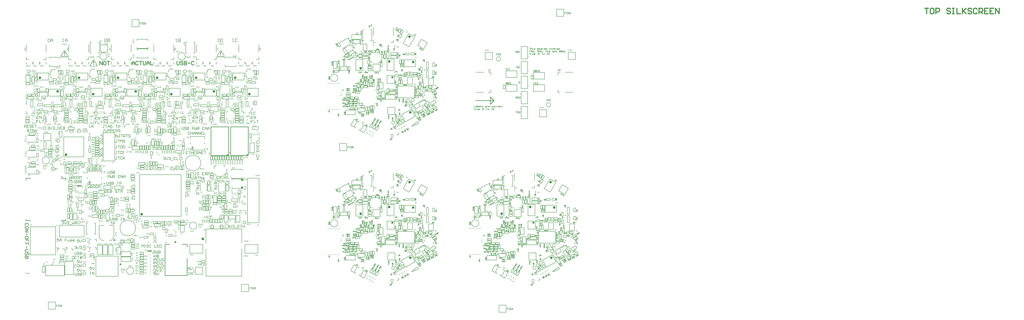
<source format=gto>
G04*
G04 #@! TF.GenerationSoftware,Altium Limited,Altium Designer,20.1.11 (218)*
G04*
G04 Layer_Color=65535*
%FSLAX24Y24*%
%MOIN*%
G70*
G04*
G04 #@! TF.SameCoordinates,0BE0D124-E2EA-4A07-8277-1AC6FE167F2B*
G04*
G04*
G04 #@! TF.FilePolarity,Positive*
G04*
G01*
G75*
%ADD11C,0.0200*%
%ADD19C,0.0060*%
%ADD20C,0.0100*%
%ADD84C,0.0197*%
%ADD87C,0.0050*%
%ADD274C,0.0098*%
%ADD275C,0.0236*%
%ADD276C,0.0039*%
%ADD277C,0.0079*%
%ADD278C,0.0070*%
%ADD279C,0.0070*%
%ADD280C,0.0047*%
%ADD281C,0.0060*%
%ADD282C,0.0157*%
%ADD283C,0.0069*%
%ADD284C,0.0118*%
%ADD285R,0.0787X0.0197*%
%ADD286R,0.0294X0.0350*%
G36*
X11462Y50911D02*
X11475Y50907D01*
X11489Y50904D01*
X11506Y50896D01*
X11520Y50887D01*
X11537Y50874D01*
X11539Y50873D01*
X11542Y50869D01*
X11551Y50860D01*
X11553Y50858D01*
X11555Y50854D01*
X11562Y50843D01*
X12112Y49891D01*
X12114Y49889D01*
X12116Y49883D01*
X12120Y49872D01*
X12125Y49860D01*
X12129Y49845D01*
X12131Y49827D01*
Y49809D01*
X12129Y49789D01*
Y49787D01*
X12127Y49783D01*
X12125Y49776D01*
X12123Y49768D01*
Y49767D01*
X12122Y49763D01*
X12118Y49758D01*
X12114Y49748D01*
X12112D01*
X12111Y49747D01*
X12107Y49741D01*
X12102Y49732D01*
X12092Y49723D01*
X12082Y49712D01*
X12069Y49701D01*
X12052Y49692D01*
X12034Y49685D01*
X12032D01*
X12027Y49683D01*
X12020Y49681D01*
X12012D01*
X12010Y49679D01*
X12003D01*
X11994Y49677D01*
X10884D01*
X10874Y49679D01*
X10861Y49683D01*
X10844Y49686D01*
X10828Y49694D01*
X10812Y49703D01*
X10795Y49716D01*
X10793Y49717D01*
X10790Y49721D01*
X10781Y49730D01*
X10779Y49732D01*
X10777Y49736D01*
X10770Y49748D01*
X10768Y49750D01*
X10766Y49756D01*
X10762Y49765D01*
X10757Y49778D01*
X10753Y49792D01*
X10751Y49809D01*
Y49827D01*
X10753Y49847D01*
Y49849D01*
X10755Y49854D01*
X10757Y49861D01*
X10759Y49867D01*
Y49869D01*
X10761Y49872D01*
X10764Y49878D01*
X10768Y49885D01*
Y49887D01*
Y49889D01*
X10770D01*
X11318Y50840D01*
Y50842D01*
X11322Y50845D01*
X11329Y50856D01*
X11344Y50873D01*
X11360Y50887D01*
X11364Y50889D01*
X11371Y50893D01*
X11373Y50894D01*
X11376Y50896D01*
X11384Y50900D01*
X11391Y50904D01*
X11402Y50907D01*
X11415Y50909D01*
X11427Y50913D01*
X11451D01*
X11462Y50911D01*
D02*
G37*
G36*
X16738Y49198D02*
X16751Y49195D01*
X16765Y49191D01*
X16782Y49184D01*
X16796Y49175D01*
X16813Y49162D01*
X16814Y49160D01*
X16818Y49157D01*
X16827Y49147D01*
X16829Y49146D01*
X16831Y49142D01*
X16838Y49131D01*
X17388Y48178D01*
X17390Y48176D01*
X17392Y48171D01*
X17396Y48160D01*
X17401Y48147D01*
X17405Y48133D01*
X17406Y48114D01*
Y48096D01*
X17405Y48076D01*
Y48074D01*
X17403Y48071D01*
X17401Y48063D01*
X17399Y48056D01*
Y48054D01*
X17397Y48051D01*
X17394Y48045D01*
X17390Y48036D01*
X17388D01*
X17386Y48034D01*
X17383Y48029D01*
X17377Y48020D01*
X17368Y48010D01*
X17357Y48000D01*
X17345Y47989D01*
X17328Y47980D01*
X17310Y47972D01*
X17308D01*
X17303Y47970D01*
X17295Y47969D01*
X17288D01*
X17286Y47967D01*
X17279D01*
X17270Y47965D01*
X16160D01*
X16149Y47967D01*
X16137Y47970D01*
X16120Y47974D01*
X16104Y47981D01*
X16087Y47990D01*
X16071Y48003D01*
X16069Y48005D01*
X16065Y48009D01*
X16056Y48018D01*
X16055Y48020D01*
X16053Y48023D01*
X16045Y48036D01*
X16044Y48038D01*
X16042Y48043D01*
X16038Y48052D01*
X16033Y48065D01*
X16029Y48080D01*
X16027Y48096D01*
Y48114D01*
X16029Y48134D01*
Y48136D01*
X16031Y48142D01*
X16033Y48149D01*
X16035Y48154D01*
Y48156D01*
X16036Y48160D01*
X16040Y48165D01*
X16044Y48173D01*
Y48174D01*
Y48176D01*
X16045D01*
X16594Y49127D01*
Y49129D01*
X16598Y49133D01*
X16605Y49144D01*
X16619Y49160D01*
X16636Y49175D01*
X16639Y49177D01*
X16647Y49180D01*
X16649Y49182D01*
X16652Y49184D01*
X16659Y49187D01*
X16667Y49191D01*
X16678Y49195D01*
X16690Y49197D01*
X16703Y49200D01*
X16727D01*
X16738Y49198D01*
D02*
G37*
G36*
X39792Y50905D02*
X39805Y50902D01*
X39819Y50898D01*
X39836Y50891D01*
X39850Y50882D01*
X39867Y50869D01*
X39868Y50867D01*
X39872Y50863D01*
X39881Y50854D01*
X39883Y50852D01*
X39885Y50849D01*
X39892Y50838D01*
X40442Y49885D01*
X40444Y49883D01*
X40446Y49878D01*
X40450Y49867D01*
X40455Y49854D01*
X40459Y49839D01*
X40461Y49821D01*
Y49803D01*
X40459Y49783D01*
Y49781D01*
X40457Y49778D01*
X40455Y49770D01*
X40453Y49763D01*
Y49761D01*
X40451Y49757D01*
X40448Y49752D01*
X40444Y49743D01*
X40442D01*
X40440Y49741D01*
X40437Y49736D01*
X40431Y49726D01*
X40422Y49717D01*
X40411Y49706D01*
X40399Y49696D01*
X40382Y49686D01*
X40364Y49679D01*
X40362D01*
X40357Y49677D01*
X40349Y49675D01*
X40342D01*
X40340Y49674D01*
X40333D01*
X40324Y49672D01*
X39214D01*
X39203Y49674D01*
X39191Y49677D01*
X39174Y49681D01*
X39158Y49688D01*
X39141Y49697D01*
X39125Y49710D01*
X39123Y49712D01*
X39120Y49716D01*
X39110Y49725D01*
X39109Y49726D01*
X39107Y49730D01*
X39099Y49743D01*
X39098Y49745D01*
X39096Y49750D01*
X39092Y49759D01*
X39087Y49772D01*
X39083Y49787D01*
X39081Y49803D01*
Y49821D01*
X39083Y49841D01*
Y49843D01*
X39085Y49849D01*
X39087Y49856D01*
X39089Y49861D01*
Y49863D01*
X39090Y49867D01*
X39094Y49872D01*
X39098Y49880D01*
Y49881D01*
Y49883D01*
X39099D01*
X39648Y50834D01*
Y50836D01*
X39652Y50840D01*
X39659Y50851D01*
X39673Y50867D01*
X39690Y50882D01*
X39693Y50883D01*
X39701Y50887D01*
X39703Y50889D01*
X39706Y50891D01*
X39713Y50894D01*
X39721Y50898D01*
X39732Y50902D01*
X39744Y50904D01*
X39757Y50907D01*
X39781D01*
X39792Y50905D01*
D02*
G37*
%LPC*%
G36*
X11442Y50820D02*
X11438D01*
X11429Y50818D01*
X11416Y50816D01*
X11402Y50809D01*
X11400Y50807D01*
X11398Y50805D01*
X11396D01*
X11395Y50803D01*
X11389Y50798D01*
X11382Y50791D01*
X11375Y50780D01*
X10852Y49876D01*
Y49874D01*
Y49872D01*
X10850Y49871D01*
X10848Y49863D01*
X10846Y49861D01*
X10844Y49852D01*
Y49850D01*
Y49847D01*
X10843Y49841D01*
Y49834D01*
X10844Y49818D01*
X10852Y49799D01*
X10853D01*
X10855Y49796D01*
X10859Y49790D01*
X10861Y49789D01*
X10866Y49781D01*
X10868D01*
X10870Y49778D01*
X10881Y49772D01*
X10897Y49765D01*
X10908Y49763D01*
X10919Y49761D01*
X11965D01*
Y49763D01*
X11978D01*
X11981Y49765D01*
X11989D01*
X11992Y49767D01*
X12003Y49772D01*
X12016Y49783D01*
X12030Y49799D01*
X12032Y49803D01*
X12036Y49810D01*
X12038Y49823D01*
X12040Y49838D01*
Y49840D01*
Y49845D01*
Y49849D01*
X12038Y49856D01*
X12034Y49865D01*
X12029Y49876D01*
Y49878D01*
X11508Y50781D01*
X11506D01*
X11504Y50783D01*
X11500Y50791D01*
Y50792D01*
X11497Y50794D01*
X11493Y50798D01*
X11491Y50800D01*
X11489Y50802D01*
X11478Y50809D01*
X11462Y50814D01*
X11453Y50818D01*
X11442D01*
Y50820D01*
D02*
G37*
%LPD*%
G36*
X11515Y50632D02*
Y50627D01*
Y50618D01*
Y50605D01*
Y50592D01*
Y50576D01*
Y50543D01*
Y50541D01*
Y50536D01*
Y50526D01*
Y50515D01*
Y50503D01*
Y50488D01*
Y50455D01*
Y50454D01*
X11513Y50450D01*
Y50444D01*
X11511Y50437D01*
Y50428D01*
X11509Y50415D01*
Y50413D01*
Y50408D01*
X11508Y50395D01*
X11506Y50388D01*
Y50379D01*
X11504Y50366D01*
X11502Y50353D01*
X11500Y50337D01*
X11498Y50321D01*
X11495Y50300D01*
X11493Y50277D01*
X11489Y50251D01*
X11486Y50224D01*
Y50222D01*
Y50217D01*
Y50209D01*
X11484Y50202D01*
Y50193D01*
X11482Y50180D01*
Y50178D01*
Y50175D01*
X11480Y50162D01*
X11477Y50147D01*
X11475Y50144D01*
X11473Y50140D01*
X11406D01*
Y50144D01*
X11404Y50149D01*
Y50158D01*
X11400Y50175D01*
Y50184D01*
X11398Y50197D01*
X11396Y50211D01*
X11395Y50226D01*
X11391Y50246D01*
X11389Y50266D01*
Y50268D01*
Y50271D01*
X11387Y50277D01*
Y50284D01*
X11386Y50304D01*
X11382Y50326D01*
X11380Y50348D01*
X11378Y50368D01*
X11376Y50375D01*
Y50382D01*
X11375Y50386D01*
Y50388D01*
Y50390D01*
Y50392D01*
X11373Y50401D01*
Y50412D01*
X11371Y50421D01*
Y50423D01*
Y50428D01*
Y50437D01*
X11369Y50452D01*
Y50454D01*
Y50459D01*
Y50468D01*
Y50481D01*
Y50494D01*
Y50510D01*
X11367Y50543D01*
Y50545D01*
Y50550D01*
Y50559D01*
Y50572D01*
Y50585D01*
Y50601D01*
Y50634D01*
X11515D01*
Y50632D01*
D02*
G37*
G36*
X11506Y50080D02*
Y50076D01*
Y50069D01*
Y50060D01*
Y50038D01*
Y50013D01*
Y50011D01*
Y50007D01*
Y50000D01*
Y49993D01*
Y49971D01*
Y49947D01*
X11367D01*
Y49949D01*
Y49952D01*
Y49960D01*
Y49967D01*
Y49989D01*
Y50013D01*
Y50014D01*
Y50018D01*
Y50025D01*
Y50034D01*
Y50056D01*
Y50082D01*
X11506D01*
Y50080D01*
D02*
G37*
%LPC*%
G36*
X16718Y49107D02*
X16714D01*
X16705Y49106D01*
X16692Y49104D01*
X16678Y49096D01*
X16676Y49095D01*
X16674Y49093D01*
X16672D01*
X16670Y49091D01*
X16665Y49085D01*
X16658Y49078D01*
X16650Y49067D01*
X16127Y48164D01*
Y48162D01*
Y48160D01*
X16126Y48158D01*
X16124Y48151D01*
X16122Y48149D01*
X16120Y48140D01*
Y48138D01*
Y48134D01*
X16118Y48129D01*
Y48122D01*
X16120Y48105D01*
X16127Y48087D01*
X16129D01*
X16131Y48083D01*
X16135Y48078D01*
X16137Y48076D01*
X16142Y48069D01*
X16144D01*
X16146Y48065D01*
X16157Y48060D01*
X16173Y48052D01*
X16184Y48051D01*
X16195Y48049D01*
X17241D01*
Y48051D01*
X17253D01*
X17257Y48052D01*
X17264D01*
X17268Y48054D01*
X17279Y48060D01*
X17292Y48071D01*
X17306Y48087D01*
X17308Y48091D01*
X17312Y48098D01*
X17314Y48111D01*
X17315Y48125D01*
Y48127D01*
Y48133D01*
Y48136D01*
X17314Y48143D01*
X17310Y48153D01*
X17304Y48164D01*
Y48165D01*
X16783Y49069D01*
X16782D01*
X16780Y49071D01*
X16776Y49078D01*
Y49080D01*
X16772Y49082D01*
X16769Y49085D01*
X16767Y49087D01*
X16765Y49089D01*
X16754Y49096D01*
X16738Y49102D01*
X16729Y49106D01*
X16718D01*
Y49107D01*
D02*
G37*
%LPD*%
G36*
X16791Y48920D02*
Y48914D01*
Y48905D01*
Y48892D01*
Y48880D01*
Y48863D01*
Y48830D01*
Y48829D01*
Y48823D01*
Y48814D01*
Y48803D01*
Y48790D01*
Y48776D01*
Y48743D01*
Y48741D01*
X16789Y48737D01*
Y48732D01*
X16787Y48725D01*
Y48716D01*
X16785Y48703D01*
Y48701D01*
Y48696D01*
X16783Y48683D01*
X16782Y48676D01*
Y48666D01*
X16780Y48654D01*
X16778Y48641D01*
X16776Y48625D01*
X16774Y48608D01*
X16771Y48588D01*
X16769Y48564D01*
X16765Y48539D01*
X16761Y48512D01*
Y48510D01*
Y48504D01*
Y48497D01*
X16760Y48490D01*
Y48481D01*
X16758Y48468D01*
Y48466D01*
Y48462D01*
X16756Y48450D01*
X16752Y48435D01*
X16751Y48431D01*
X16749Y48428D01*
X16681D01*
Y48431D01*
X16680Y48437D01*
Y48446D01*
X16676Y48462D01*
Y48471D01*
X16674Y48484D01*
X16672Y48499D01*
X16670Y48513D01*
X16667Y48533D01*
X16665Y48553D01*
Y48555D01*
Y48559D01*
X16663Y48564D01*
Y48572D01*
X16661Y48592D01*
X16658Y48614D01*
X16656Y48635D01*
X16654Y48655D01*
X16652Y48663D01*
Y48670D01*
X16650Y48674D01*
Y48676D01*
Y48677D01*
Y48679D01*
X16649Y48688D01*
Y48699D01*
X16647Y48708D01*
Y48710D01*
Y48716D01*
Y48725D01*
X16645Y48739D01*
Y48741D01*
Y48747D01*
Y48756D01*
Y48768D01*
Y48781D01*
Y48798D01*
X16643Y48830D01*
Y48832D01*
Y48838D01*
Y48847D01*
Y48860D01*
Y48872D01*
Y48889D01*
Y48921D01*
X16791D01*
Y48920D01*
D02*
G37*
G36*
X16782Y48368D02*
Y48364D01*
Y48357D01*
Y48348D01*
Y48326D01*
Y48300D01*
Y48298D01*
Y48295D01*
Y48287D01*
Y48280D01*
Y48258D01*
Y48235D01*
X16643D01*
Y48236D01*
Y48240D01*
Y48247D01*
Y48255D01*
Y48277D01*
Y48300D01*
Y48302D01*
Y48306D01*
Y48313D01*
Y48322D01*
Y48344D01*
Y48369D01*
X16782D01*
Y48368D01*
D02*
G37*
%LPC*%
G36*
X39772Y50814D02*
X39768D01*
X39759Y50812D01*
X39746Y50811D01*
X39732Y50803D01*
X39730Y50801D01*
X39728Y50800D01*
X39726D01*
X39724Y50798D01*
X39719Y50792D01*
X39712Y50785D01*
X39704Y50774D01*
X39181Y49870D01*
Y49869D01*
Y49867D01*
X39180Y49865D01*
X39178Y49858D01*
X39176Y49856D01*
X39174Y49847D01*
Y49845D01*
Y49841D01*
X39172Y49836D01*
Y49829D01*
X39174Y49812D01*
X39181Y49794D01*
X39183D01*
X39185Y49790D01*
X39189Y49785D01*
X39191Y49783D01*
X39196Y49776D01*
X39198D01*
X39200Y49772D01*
X39211Y49767D01*
X39227Y49759D01*
X39238Y49757D01*
X39249Y49756D01*
X40295D01*
Y49757D01*
X40307D01*
X40311Y49759D01*
X40318D01*
X40322Y49761D01*
X40333Y49767D01*
X40346Y49778D01*
X40360Y49794D01*
X40362Y49798D01*
X40366Y49805D01*
X40368Y49818D01*
X40369Y49832D01*
Y49834D01*
Y49839D01*
Y49843D01*
X40368Y49850D01*
X40364Y49859D01*
X40358Y49870D01*
Y49872D01*
X39837Y50776D01*
X39836D01*
X39834Y50778D01*
X39830Y50785D01*
Y50787D01*
X39826Y50789D01*
X39823Y50792D01*
X39821Y50794D01*
X39819Y50796D01*
X39808Y50803D01*
X39792Y50809D01*
X39783Y50812D01*
X39772D01*
Y50814D01*
D02*
G37*
%LPD*%
G36*
X39845Y50627D02*
Y50621D01*
Y50612D01*
Y50599D01*
Y50586D01*
Y50570D01*
Y50537D01*
Y50535D01*
Y50530D01*
Y50521D01*
Y50510D01*
Y50497D01*
Y50483D01*
Y50450D01*
Y50448D01*
X39843Y50444D01*
Y50439D01*
X39841Y50432D01*
Y50423D01*
X39839Y50410D01*
Y50408D01*
Y50402D01*
X39837Y50390D01*
X39836Y50382D01*
Y50373D01*
X39834Y50361D01*
X39832Y50348D01*
X39830Y50331D01*
X39828Y50315D01*
X39825Y50295D01*
X39823Y50271D01*
X39819Y50246D01*
X39816Y50218D01*
Y50217D01*
Y50211D01*
Y50204D01*
X39814Y50197D01*
Y50187D01*
X39812Y50175D01*
Y50173D01*
Y50169D01*
X39810Y50156D01*
X39806Y50142D01*
X39805Y50138D01*
X39803Y50135D01*
X39735D01*
Y50138D01*
X39734Y50144D01*
Y50153D01*
X39730Y50169D01*
Y50178D01*
X39728Y50191D01*
X39726Y50206D01*
X39724Y50220D01*
X39721Y50240D01*
X39719Y50260D01*
Y50262D01*
Y50266D01*
X39717Y50271D01*
Y50279D01*
X39715Y50299D01*
X39712Y50320D01*
X39710Y50342D01*
X39708Y50362D01*
X39706Y50370D01*
Y50377D01*
X39704Y50381D01*
Y50382D01*
Y50384D01*
Y50386D01*
X39703Y50395D01*
Y50406D01*
X39701Y50415D01*
Y50417D01*
Y50423D01*
Y50432D01*
X39699Y50446D01*
Y50448D01*
Y50453D01*
Y50463D01*
Y50475D01*
Y50488D01*
Y50504D01*
X39697Y50537D01*
Y50539D01*
Y50545D01*
Y50554D01*
Y50566D01*
Y50579D01*
Y50596D01*
Y50628D01*
X39845D01*
Y50627D01*
D02*
G37*
G36*
X39836Y50074D02*
Y50071D01*
Y50064D01*
Y50054D01*
Y50033D01*
Y50007D01*
Y50005D01*
Y50002D01*
Y49994D01*
Y49987D01*
Y49965D01*
Y49941D01*
X39697D01*
Y49943D01*
Y49947D01*
Y49954D01*
Y49962D01*
Y49983D01*
Y50007D01*
Y50009D01*
Y50013D01*
Y50020D01*
Y50029D01*
Y50051D01*
Y50076D01*
X39836D01*
Y50074D01*
D02*
G37*
D11*
X167525Y58540D02*
X168191D01*
X167858D01*
Y57540D01*
X169024Y58540D02*
X168691D01*
X168525Y58373D01*
Y57707D01*
X168691Y57540D01*
X169024D01*
X169191Y57707D01*
Y58373D01*
X169024Y58540D01*
X169524Y57540D02*
Y58540D01*
X170024D01*
X170191Y58373D01*
Y58040D01*
X170024Y57874D01*
X169524D01*
X172190Y58373D02*
X172023Y58540D01*
X171690D01*
X171524Y58373D01*
Y58207D01*
X171690Y58040D01*
X172023D01*
X172190Y57874D01*
Y57707D01*
X172023Y57540D01*
X171690D01*
X171524Y57707D01*
X172523Y58540D02*
X172856D01*
X172690D01*
Y57540D01*
X172523D01*
X172856D01*
X173356Y58540D02*
Y57540D01*
X174023D01*
X174356Y58540D02*
Y57540D01*
Y57874D01*
X175022Y58540D01*
X174523Y58040D01*
X175022Y57540D01*
X176022Y58373D02*
X175855Y58540D01*
X175522D01*
X175356Y58373D01*
Y58207D01*
X175522Y58040D01*
X175855D01*
X176022Y57874D01*
Y57707D01*
X175855Y57540D01*
X175522D01*
X175356Y57707D01*
X177022Y58373D02*
X176855Y58540D01*
X176522D01*
X176355Y58373D01*
Y57707D01*
X176522Y57540D01*
X176855D01*
X177022Y57707D01*
X177355Y57540D02*
Y58540D01*
X177855D01*
X178021Y58373D01*
Y58040D01*
X177855Y57874D01*
X177355D01*
X177688D02*
X178021Y57540D01*
X179021Y58540D02*
X178355D01*
Y57540D01*
X179021D01*
X178355Y58040D02*
X178688D01*
X180021Y58540D02*
X179354D01*
Y57540D01*
X180021D01*
X179354Y58040D02*
X179688D01*
X180354Y57540D02*
Y58540D01*
X181020Y57540D01*
Y58540D01*
X36684Y16631D02*
G03*
X36684Y16631I-150J0D01*
G01*
D19*
X21911Y21237D02*
G03*
X21911Y21237I-40J0D01*
G01*
X31522Y17530D02*
G03*
X31522Y17530I-40J0D01*
G01*
X41696Y23143D02*
G03*
X41696Y23143I-32J0D01*
G01*
X37104Y15851D02*
Y18433D01*
X43604D01*
Y9853D02*
Y14811D01*
X37104Y9853D02*
X43604D01*
X37104D02*
Y14811D01*
X43604Y15851D02*
Y18433D01*
X39559Y20736D02*
X39741D01*
X39559Y22446D02*
X39741D01*
X38031Y22264D02*
Y22446D01*
Y20736D02*
X38212D01*
X39741D02*
Y20918D01*
Y22264D02*
Y22446D01*
X38031D02*
X38212D01*
X38031Y20736D02*
Y20918D01*
X19355Y22116D02*
X19599D01*
X17549D02*
Y22360D01*
Y24166D02*
X17793D01*
X19355D02*
X19599D01*
Y22116D02*
Y22360D01*
X17549Y22116D02*
X17793D01*
X17549Y23922D02*
Y24166D01*
X19599Y23922D02*
Y24166D01*
D20*
X87089Y16262D02*
G03*
X87089Y16262I0J-14D01*
G01*
X61498Y16262D02*
G03*
X61498Y16262I0J-14D01*
G01*
Y42684D02*
G03*
X61498Y42684I0J-14D01*
G01*
X95632Y44392D02*
G03*
X95632Y44392I-22J0D01*
G01*
X95635Y49786D02*
G03*
X95635Y49786I-22J0D01*
G01*
Y47063D02*
G03*
X95635Y47063I-22J0D01*
G01*
X94158Y42974D02*
G03*
X94158Y42974I-22J0D01*
G01*
Y40251D02*
G03*
X94158Y40251I-22J0D01*
G01*
X89288Y41835D02*
X89360Y41763D01*
X88692Y41096D02*
X89360Y41763D01*
X88692Y41096D02*
Y42430D01*
X89360Y41763D01*
X86045D02*
X89360D01*
X5122Y13895D02*
G03*
X5122Y13895I-50J0D01*
G01*
X36513Y37831D02*
G03*
X36513Y37831I-10J0D01*
G01*
X38423D02*
G03*
X38423Y37831I-10J0D01*
G01*
X22340D02*
G03*
X22340Y37831I-10J0D01*
G01*
X24250D02*
G03*
X24250Y37831I-10J0D01*
G01*
X8167D02*
G03*
X8167Y37831I-10J0D01*
G01*
X10077D02*
G03*
X10077Y37831I-10J0D01*
G01*
X45043Y32288D02*
G03*
X45043Y32288I-47J0D01*
G01*
X27433Y14028D02*
G03*
X27433Y14028I-40J0D01*
G01*
X9186Y11993D02*
G03*
X9186Y11993I-39J0D01*
G01*
X40609Y28430D02*
G03*
X40609Y28430I-11J0D01*
G01*
X41462Y32288D02*
G03*
X41462Y32288I-47J0D01*
G01*
X13547Y26673D02*
G03*
X13547Y26673I-40J0D01*
G01*
X11655Y27312D02*
Y27656D01*
X10787D02*
X11655D01*
X4432Y27312D02*
Y27656D01*
X5301D01*
X11655Y19974D02*
Y20187D01*
X10787Y19974D02*
X11655D01*
X4433Y27332D02*
Y27676D01*
X5301D01*
X4433Y27312D02*
Y27656D01*
X5301D01*
X4433Y19974D02*
Y20187D01*
Y19974D02*
X5301D01*
X32765Y15667D02*
X33654D01*
Y15206D02*
Y15667D01*
Y10003D02*
Y13069D01*
X29677Y15667D02*
X30524D01*
X29677Y10003D02*
Y15667D01*
Y10003D02*
X33654D01*
X41563Y37013D02*
X44771D01*
Y31813D02*
Y37013D01*
X41563Y31813D02*
X44771D01*
X41563D02*
Y37013D01*
X44409Y31821D02*
X44765Y32017D01*
X44551Y31820D02*
X44749Y31929D01*
X37982Y37013D02*
X41190D01*
Y31813D02*
Y37013D01*
X37982Y31813D02*
X41190D01*
X37982D02*
Y37013D01*
X40828Y31821D02*
X41184Y32017D01*
X40970Y31820D02*
X41168Y31929D01*
X16797Y12168D02*
X16397D01*
X21781Y12025D02*
X21382D01*
X21582Y11825D02*
Y12225D01*
X20457Y16618D02*
Y16218D01*
X20657Y16418D02*
X20257D01*
X4748Y19099D02*
X4848Y19198D01*
Y19398D01*
X4748Y19498D01*
X4349D01*
X4249Y19398D01*
Y19198D01*
X4349Y19099D01*
X4848Y18599D02*
Y18799D01*
X4748Y18899D01*
X4349D01*
X4249Y18799D01*
Y18599D01*
X4349Y18499D01*
X4748D01*
X4848Y18599D01*
X4249Y18299D02*
X4848D01*
X4249Y17899D01*
X4848D01*
X4548Y17699D02*
Y17299D01*
X4848Y16799D02*
Y16999D01*
X4748Y17099D01*
X4349D01*
X4249Y16999D01*
Y16799D01*
X4349Y16699D01*
X4748D01*
X4848Y16799D01*
Y16099D02*
Y16499D01*
X4548D01*
Y16299D01*
Y16499D01*
X4249D01*
X4848Y15500D02*
Y15900D01*
X4548D01*
Y15700D01*
Y15900D01*
X4249D01*
X4548Y15300D02*
Y14900D01*
X4848Y14700D02*
X4349D01*
X4249Y14600D01*
Y14400D01*
X4349Y14300D01*
X4848D01*
X4748Y13700D02*
X4848Y13800D01*
Y14000D01*
X4748Y14100D01*
X4648D01*
X4548Y14000D01*
Y13800D01*
X4448Y13700D01*
X4349D01*
X4249Y13800D01*
Y14000D01*
X4349Y14100D01*
X4848Y13500D02*
X4249D01*
Y13200D01*
X4349Y13100D01*
X4448D01*
X4548Y13200D01*
Y13500D01*
Y13200D01*
X4648Y13100D01*
X4748D01*
X4848Y13200D01*
Y13500D01*
D84*
X16836Y13321D02*
G03*
X16836Y13321I-50J0D01*
G01*
D87*
X61316Y33973D02*
X62616D01*
X61316Y32673D02*
Y33973D01*
X62616Y32673D02*
Y33973D01*
X61316Y32673D02*
X62616D01*
X90249Y4609D02*
X91549D01*
X90249Y3309D02*
Y4609D01*
X91549Y3309D02*
Y4609D01*
X90249Y3309D02*
X91549D01*
X100717Y58363D02*
X102017D01*
X100717Y57063D02*
Y58363D01*
X102017Y57063D02*
Y58363D01*
X100717Y57063D02*
X102017D01*
X43545Y8375D02*
X44845D01*
X43545Y7075D02*
Y8375D01*
X44845Y7075D02*
Y8375D01*
X43545Y7075D02*
X44845D01*
X23653Y56479D02*
X24953D01*
X23653Y55179D02*
Y56479D01*
X24953Y55179D02*
Y56479D01*
X23653Y55179D02*
X24953D01*
X8511Y5183D02*
X9811D01*
X8511Y3883D02*
Y5183D01*
X9811Y3883D02*
Y5183D01*
X8511Y3883D02*
X9811D01*
X102417Y57813D02*
X102217D01*
Y57663D01*
X102317D01*
X102217D01*
Y57513D01*
X102517Y57813D02*
X102617D01*
X102567D01*
Y57513D01*
X102517D01*
X102617D01*
X102767Y57813D02*
Y57513D01*
X102917D01*
X102967Y57563D01*
Y57763D01*
X102917Y57813D01*
X102767D01*
X103267D02*
X103167Y57763D01*
X103067Y57663D01*
Y57563D01*
X103117Y57513D01*
X103217D01*
X103267Y57563D01*
Y57613D01*
X103217Y57663D01*
X103067D01*
X63016Y33423D02*
X62816D01*
Y33273D01*
X62916D01*
X62816D01*
Y33123D01*
X63116Y33423D02*
X63216D01*
X63166D01*
Y33123D01*
X63116D01*
X63216D01*
X63366Y33423D02*
Y33123D01*
X63516D01*
X63565Y33173D01*
Y33373D01*
X63516Y33423D01*
X63366D01*
X63865D02*
X63665D01*
Y33273D01*
X63765Y33323D01*
X63815D01*
X63865Y33273D01*
Y33173D01*
X63815Y33123D01*
X63715D01*
X63665Y33173D01*
X91949Y4059D02*
X91749D01*
Y3909D01*
X91849D01*
X91749D01*
Y3759D01*
X92049Y4059D02*
X92149D01*
X92099D01*
Y3759D01*
X92049D01*
X92149D01*
X92299Y4059D02*
Y3759D01*
X92449D01*
X92499Y3809D01*
Y4009D01*
X92449Y4059D01*
X92299D01*
X92749Y3759D02*
Y4059D01*
X92599Y3909D01*
X92799D01*
X45244Y7825D02*
X45045D01*
Y7675D01*
X45144D01*
X45045D01*
Y7525D01*
X45344Y7825D02*
X45444D01*
X45394D01*
Y7525D01*
X45344D01*
X45444D01*
X45594Y7825D02*
Y7525D01*
X45744D01*
X45794Y7575D01*
Y7775D01*
X45744Y7825D01*
X45594D01*
X45894Y7775D02*
X45944Y7825D01*
X46044D01*
X46094Y7775D01*
Y7725D01*
X46044Y7675D01*
X45994D01*
X46044D01*
X46094Y7625D01*
Y7575D01*
X46044Y7525D01*
X45944D01*
X45894Y7575D01*
X25353Y55929D02*
X25153D01*
Y55779D01*
X25253D01*
X25153D01*
Y55629D01*
X25453Y55929D02*
X25553D01*
X25503D01*
Y55629D01*
X25453D01*
X25553D01*
X25703Y55929D02*
Y55629D01*
X25853D01*
X25903Y55679D01*
Y55879D01*
X25853Y55929D01*
X25703D01*
X26203Y55629D02*
X26003D01*
X26203Y55829D01*
Y55879D01*
X26153Y55929D01*
X26053D01*
X26003Y55879D01*
X10211Y4633D02*
X10011D01*
Y4483D01*
X10111D01*
X10011D01*
Y4333D01*
X10311Y4633D02*
X10411D01*
X10361D01*
Y4333D01*
X10311D01*
X10411D01*
X10560Y4633D02*
Y4333D01*
X10710D01*
X10760Y4383D01*
Y4583D01*
X10710Y4633D01*
X10560D01*
X10860Y4333D02*
X10960D01*
X10910D01*
Y4633D01*
X10860Y4583D01*
X90739Y10207D02*
G03*
X90739Y10207I0J-20D01*
G01*
X85954Y20132D02*
G03*
X85954Y20132I0J-660D01*
G01*
X99400Y15620D02*
G03*
X99400Y15620I0J-276D01*
G01*
X100225Y15699D02*
G03*
X100225Y15699I0J-276D01*
G01*
X89715Y23644D02*
G03*
X89715Y23644I0J-276D01*
G01*
X102219Y17379D02*
G03*
X102219Y17379I0J-276D01*
G01*
X101414Y17339D02*
G03*
X101414Y17339I0J-276D01*
G01*
X89697Y25420D02*
G03*
X89697Y25420I0J-20D01*
G01*
X97859Y12607D02*
G03*
X97859Y12607I0J-276D01*
G01*
X96667Y11614D02*
G03*
X96667Y11614I0J-276D01*
G01*
X97265Y12121D02*
G03*
X97265Y12121I0J-276D01*
G01*
X98555Y22082D02*
Y22751D01*
X98220Y22082D02*
Y22751D01*
X98555D02*
X98220D01*
X98555Y22082D02*
X98220D01*
X98152D02*
Y22751D01*
X97817Y22082D02*
Y22751D01*
X98152D02*
X97817D01*
X98152Y22082D02*
X97817D01*
X99541Y23638D02*
X98872D01*
X99541Y23973D02*
X98872D01*
X99541Y23638D02*
Y23973D01*
X98872Y23638D02*
Y23973D01*
X97952Y26707D02*
X98287Y27287D01*
X97662Y26875D02*
X97997Y27454D01*
X98287Y27287D02*
X97997Y27454D01*
X97952Y26707D02*
X97662Y26875D01*
X101299Y16189D02*
X100610D01*
X101299Y15854D02*
X100610D01*
Y16189D01*
X101299Y15854D02*
Y16189D01*
X101296Y16585D02*
X100607D01*
X101296Y16251D02*
X100607D01*
Y16585D01*
X101296Y16251D02*
Y16585D01*
X97450Y15853D02*
Y17973D01*
X100550Y15853D02*
X100550Y17973D01*
X100550Y15853D02*
X97450D01*
X100550Y17973D02*
X97450D01*
X102663Y14180D02*
X102318Y14777D01*
X102952Y14348D02*
X102608Y14944D01*
X102663Y14180D02*
X102952Y14348D01*
X102318Y14777D02*
X102608Y14944D01*
X93575Y25890D02*
X93063Y25890D01*
Y26327D01*
X96686Y25890D02*
Y26327D01*
X96174Y25890D02*
X96686Y25890D01*
Y27193D02*
Y28611D01*
X93063Y27193D02*
Y28611D01*
X94147Y24129D02*
X93478Y24129D01*
X94147Y24464D02*
X93478D01*
X94147Y24129D02*
Y24464D01*
X93478Y24129D02*
X93478Y24464D01*
X97026Y15563D02*
Y16390D01*
X95294D01*
Y15563D02*
Y16390D01*
X97026Y15563D02*
X95294D01*
X88736Y25327D02*
X88840Y25387D01*
X88865Y25344D02*
X88840Y25387D01*
X88062Y24938D02*
X88166Y24998D01*
X88087Y24895D02*
X88062Y24938D01*
X88515Y24153D02*
X88619Y24213D01*
X88515Y24153D02*
X88490Y24196D01*
X89189Y24542D02*
X89293Y24602D01*
X89268Y24645D01*
X90268Y11379D02*
X90367Y11550D01*
X90537Y11451D02*
X90367Y11550D01*
X89727Y10443D02*
X89826Y10613D01*
X89898Y10344D02*
X89727Y10443D01*
X90561Y9961D02*
X90660Y10132D01*
X90561Y9961D02*
X90391Y10060D01*
X91102Y10898D02*
X91201Y11068D01*
X91030Y11167D01*
X99764Y14387D02*
Y14721D01*
X99095Y14387D02*
Y14721D01*
X99764Y14387D02*
X99095D01*
X99764Y14721D02*
X99095D01*
X91052Y25643D02*
X90718D01*
X91052Y26313D02*
X90718D01*
Y25643D02*
Y26313D01*
X91052Y25643D02*
Y26313D01*
X96717Y10130D02*
X97092Y10347D01*
X97257Y10062D02*
X97092Y10347D01*
X97347Y9039D02*
X97722Y9256D01*
X97557Y9541D01*
X96605Y9254D02*
X96271D01*
X96605Y8585D02*
X96271D01*
X96605D02*
Y9254D01*
X96271Y8585D02*
Y9254D01*
X101580Y20790D02*
Y21460D01*
X101915Y20790D02*
Y21460D01*
Y20790D02*
X101580D01*
X101915Y21460D02*
X101580D01*
X101630Y19392D02*
X101630Y20061D01*
X101965Y19392D02*
Y20061D01*
Y19392D02*
X101630D01*
X101965Y20061D02*
X101630D01*
X92740Y20746D02*
X92071D01*
X92740Y21080D02*
X92071D01*
X92740Y20746D02*
Y21080D01*
X92071Y20746D02*
Y21080D01*
X92740Y21197D02*
X92071D01*
X92740Y21532D02*
X92071D01*
X92740Y21197D02*
Y21532D01*
X92071Y21197D02*
Y21532D01*
X91873Y24378D02*
Y25599D01*
Y24378D02*
X91203D01*
Y25599D01*
X91873D02*
X91203D01*
X101448Y12363D02*
X100917Y13284D01*
X101039Y12127D02*
X101448Y12363D01*
X101039Y12127D02*
X100508Y13047D01*
X100917Y13284D01*
X100866Y13411D02*
X100335Y14331D01*
X100457Y13174D02*
X100866Y13411D01*
X100457Y13174D02*
X99926Y14095D01*
X100335Y14331D01*
X98313Y19032D02*
X97979D01*
X98313Y18363D02*
X97979D01*
X98313D02*
Y19032D01*
X97979Y18363D02*
Y19032D01*
X97934Y19032D02*
X97599D01*
X97934Y18363D02*
X97599D01*
X97934D02*
Y19032D01*
X97599Y18363D02*
Y19032D01*
X96981Y12803D02*
Y14103D01*
X95681D01*
X96981Y12803D02*
X95681D01*
Y14103D01*
X101267Y11222D02*
X101100Y11511D01*
X100687Y10887D02*
X100520Y11177D01*
X100687Y10887D02*
X101267Y11222D01*
X100520Y11177D02*
X101100Y11511D01*
X100835Y13843D02*
X100451Y14508D01*
X101602Y14286D02*
X101218Y14951D01*
X100835Y13843D02*
X101602Y14286D01*
X100451Y14508D02*
X101218Y14951D01*
X102122Y13443D02*
X101955Y13732D01*
X101542Y13108D02*
X101375Y13398D01*
X101542Y13108D02*
X102122Y13443D01*
X101375Y13398D02*
X101955Y13732D01*
X102340Y13082D02*
X102173Y13372D01*
X101760Y12747D02*
X101593Y13037D01*
X101760Y12747D02*
X102340Y13082D01*
X101593Y13037D02*
X102173Y13372D01*
X103886Y13991D02*
X104465Y14325D01*
X104053Y13701D02*
X104633Y14036D01*
X104053Y13701D02*
X103886Y13991D01*
X104633Y14036D02*
X104465Y14325D01*
X103223Y13604D02*
X103803Y13939D01*
X103390Y13315D02*
X103970Y13649D01*
X103390Y13315D02*
X103223Y13604D01*
X103970Y13649D02*
X103803Y13939D01*
X102550Y13201D02*
X103130Y13535D01*
X102717Y12911D02*
X103297Y13245D01*
X102717Y12911D02*
X102550Y13201D01*
X103297Y13245D02*
X103130Y13535D01*
X102846Y13666D02*
X102315Y14587D01*
X102437Y13430D02*
X102846Y13666D01*
X102437Y13430D02*
X101906Y14351D01*
X102315Y14587D01*
X103282Y14865D02*
X104202Y15397D01*
X104439Y14988D02*
X104202Y15397D01*
X103518Y14456D02*
X104439Y14988D01*
X103518Y14456D02*
X103282Y14865D01*
X102965Y17306D02*
Y17975D01*
X102630Y17306D02*
Y17975D01*
X102965D02*
X102630D01*
X102965Y17306D02*
X102630D01*
X103708Y18010D02*
X103038D01*
X103708Y17676D02*
X103038D01*
Y18010D01*
X103708Y17676D02*
Y18010D01*
X103938Y16497D02*
X104518Y16831D01*
X103771Y16786D02*
X104351Y17121D01*
X104518Y16831D02*
X104351Y17121D01*
X103938Y16497D02*
X103771Y16786D01*
X101365Y17472D02*
X101365Y18141D01*
X101700Y17472D02*
Y18141D01*
Y17472D02*
X101365D01*
X101365Y18141D02*
X101700Y18141D01*
X103727Y16854D02*
X104307Y17189D01*
X103560Y17144D02*
X104140Y17478D01*
X104307Y17189D02*
X104140Y17478D01*
X103727Y16854D02*
X103560Y17144D01*
X102150Y18590D02*
X101815D01*
X102150Y17921D02*
X101815D01*
X102150D02*
Y18590D01*
X101815Y17921D02*
Y18590D01*
X93185Y10155D02*
X93520Y10735D01*
X92895Y10323D02*
X93230Y10902D01*
X93520Y10735D02*
X93230Y10902D01*
X93185Y10155D02*
X92895Y10323D01*
X93639Y9911D02*
X93974Y10491D01*
X93349Y10079D02*
X93684Y10658D01*
X93974Y10491D02*
X93684Y10658D01*
X93639Y9911D02*
X93349Y10079D01*
X92677Y10420D02*
X93012Y10999D01*
X92388Y10587D02*
X92722Y11167D01*
X93012Y10999D02*
X92722Y11167D01*
X92677Y10420D02*
X92388Y10587D01*
X102215Y24714D02*
X101090Y25364D01*
X102215Y24714D02*
X102865Y25840D01*
X101090Y25364D02*
X101740Y26490D01*
X102865Y25840D02*
X101740Y26490D01*
X94294Y20677D02*
Y21977D01*
X92994D01*
X94294Y20677D02*
X92994D01*
Y21977D01*
X92749Y24122D02*
Y24457D01*
X93418Y24122D02*
Y24457D01*
X92749D01*
X93418Y24122D02*
X92749D01*
X87141Y25258D02*
X86807Y25838D01*
X86851Y25091D02*
X86517Y25670D01*
X86807Y25838D01*
X86851Y25091D02*
X87141Y25258D01*
X88737Y23580D02*
X89658Y24112D01*
X88737Y23580D02*
X88501Y23990D01*
X89422Y24521D01*
X89658Y24112D02*
X89422Y24521D01*
X87886Y23578D02*
X88466Y23913D01*
X88054Y23289D02*
X88633Y23623D01*
X88054Y23289D02*
X87886Y23578D01*
X88633Y23623D02*
X88466Y23913D01*
X88817Y25838D02*
X89107Y26006D01*
X89151Y25259D02*
X89441Y25426D01*
X89107Y26006D01*
X89151Y25259D02*
X88817Y25838D01*
X90891Y26468D02*
Y27294D01*
X89159D01*
Y26468D02*
Y27294D01*
X90891Y26468D02*
X89159D01*
X90620Y25700D02*
X89400D01*
Y26370D01*
X90620D02*
X89400D01*
X90620Y25700D02*
Y26370D01*
X88415Y23964D02*
X87883Y24885D01*
X88006Y23728D02*
X88415Y23964D01*
X88006Y23728D02*
X87474Y24648D01*
X87883Y24885D01*
X87606Y24836D02*
X88784Y25516D01*
X88784Y25516D02*
X88749Y25577D01*
X87606Y24836D02*
X87571Y24897D01*
X86996Y25893D02*
X88174Y26573D01*
X87031Y25832D02*
X86996Y25893D01*
X88209Y26512D02*
X88174Y26573D01*
X89988Y25499D02*
X89791D01*
X90876Y25499D02*
X90679D01*
X89794Y24145D02*
Y24342D01*
X89990Y24145D02*
X89794D01*
X90874Y24145D02*
Y24342D01*
Y24145D02*
X90677D01*
X90874D02*
Y24342D01*
Y24145D02*
X90677D01*
X95430Y23010D02*
Y24073D01*
X95902D02*
X95430D01*
X95902Y23010D02*
Y24073D01*
Y23010D02*
X95430D01*
X95301Y23709D02*
X94967D01*
X95301Y23040D02*
X94967D01*
X95301D02*
Y23709D01*
X94967Y23040D02*
Y23709D01*
X94867Y23706D02*
X94532D01*
X94867Y23037D02*
X94532D01*
X94867D02*
Y23706D01*
X94532Y23037D02*
Y23706D01*
X104202Y21554D02*
X103868D01*
X103868Y22223D02*
X104202Y22223D01*
X103868Y21554D02*
X103868Y22223D01*
X104202Y21554D02*
Y22223D01*
X103842Y20067D02*
X104176Y20067D01*
X104176Y20737D02*
X103842D01*
Y20067D02*
Y20737D01*
X104176Y20067D02*
X104176Y20737D01*
X100944Y19710D02*
Y20044D01*
X100274Y19710D02*
Y20044D01*
X100944Y19710D02*
X100274D01*
X100944Y20044D02*
X100274D01*
X100947Y20116D02*
Y20450D01*
X100277Y20116D02*
Y20450D01*
X100947Y20116D02*
X100277D01*
X100947Y20450D02*
X100277D01*
X100097Y19850D02*
Y20519D01*
X99763Y19850D02*
X99763Y20519D01*
X100097Y20519D01*
Y19850D02*
X99763D01*
X99604Y19870D02*
Y20540D01*
X99270Y19870D02*
Y20540D01*
X99604D02*
X99270D01*
X99604Y19870D02*
X99270D01*
X97834Y27680D02*
X97544Y27848D01*
X98168Y28260D02*
X97879Y28427D01*
X97544Y27848D02*
X97879Y28427D01*
X97834Y27680D02*
X98168Y28260D01*
X98200Y27461D02*
X97910Y27628D01*
X98535Y28041D02*
X98245Y28208D01*
X97910Y27628D02*
X98245Y28208D01*
X98200Y27461D02*
X98535Y28041D01*
X99855Y23660D02*
Y23994D01*
X100524Y23660D02*
Y23994D01*
X99855D01*
X100524Y23660D02*
X99855D01*
X92128Y22931D02*
X91065D01*
Y23404D01*
X92128D02*
X91065D01*
X92128Y22931D02*
Y23404D01*
Y23965D02*
X91065D01*
X92128Y23493D02*
Y23965D01*
Y23493D02*
X91065Y23493D01*
X91065Y23965D01*
X97290Y23621D02*
X96227D01*
Y24093D01*
X97290D02*
X96227D01*
X97290Y23621D02*
Y24093D01*
X97290Y23502D02*
X96227D01*
X97290Y23030D02*
Y23502D01*
Y23030D02*
X96227Y23030D01*
X96227Y23502D01*
X94658Y21514D02*
Y22183D01*
X94323Y21514D02*
Y22183D01*
X94658D02*
X94323D01*
X94658Y21514D02*
X94323D01*
X86682Y20810D02*
X86013D01*
X86682Y20475D02*
X86013D01*
Y20810D01*
X86682Y20475D02*
Y20810D01*
X86910Y22089D02*
X86575D01*
X86910Y21420D02*
X86575D01*
X86910D02*
Y22089D01*
X86575Y21420D02*
Y22089D01*
X85836Y22490D02*
X86466Y22490D01*
Y21152D02*
Y22490D01*
Y21152D02*
X85836Y21152D01*
Y22490D01*
X87868Y21657D02*
X87632D01*
X87868Y22597D02*
X87632D01*
X87868Y21657D02*
Y22597D01*
X87632Y21657D02*
Y22597D01*
X88826Y21553D02*
X88491D01*
X88826Y20884D02*
X88491D01*
X88826D02*
Y21553D01*
X88491Y20884D02*
Y21553D01*
X92050Y21967D02*
Y22636D01*
X92384Y21967D02*
Y22636D01*
Y21967D02*
X92050D01*
X92384Y22636D02*
X92050D01*
X88392Y21483D02*
X87053D01*
Y20853D02*
Y21483D01*
X88392Y20853D02*
X87053D01*
X88392D02*
Y21483D01*
X94622Y25000D02*
Y25425D01*
X95727Y25000D02*
Y25425D01*
X94194Y25266D02*
X94194Y25691D01*
X93089Y25266D02*
X93089Y25691D01*
X95818Y24998D02*
Y25423D01*
X96923Y24998D02*
X96923Y25423D01*
X97246Y25084D02*
X97671Y25084D01*
X97671Y26189D02*
X97246D01*
X91120Y26209D02*
Y28178D01*
X92774Y26209D02*
Y28178D01*
X91359Y26209D02*
X91120D01*
X91359Y28178D02*
X91120D01*
X92774Y26209D02*
X92535D01*
X92774Y28178D02*
X92535D01*
X98423Y11252D02*
X98712Y11419D01*
X98088Y11831D02*
X98378Y11999D01*
X98423Y11252D02*
X98088Y11831D01*
X98712Y11419D02*
X98378Y11999D01*
X91313Y9509D02*
X90733Y9843D01*
X91313Y9509D02*
X91923Y10566D01*
X91343Y10900D01*
X90733Y9843D02*
X91343Y10900D01*
X90159Y11600D02*
X89580Y11934D01*
X88969Y10877D02*
X89580Y11934D01*
X89549Y10543D02*
X88969Y10877D01*
X89549Y10543D02*
X90159Y11600D01*
X96667Y17068D02*
Y17403D01*
X95998Y17068D02*
X95998Y17403D01*
X96667Y17068D02*
X95998Y17068D01*
X96667Y17403D02*
X95998D01*
X96988Y19777D02*
Y20112D01*
X97658Y19777D02*
X97658Y20112D01*
X96988Y20112D02*
X97658Y20112D01*
X97658Y19777D02*
X96988Y19777D01*
X95527Y16839D02*
X95862Y16839D01*
X95862Y17508D02*
X95527D01*
Y16839D02*
Y17508D01*
X95862Y16839D02*
X95862Y17508D01*
X96865Y18413D02*
X96865Y19870D01*
X95545Y18413D02*
X95545Y19870D01*
X96865Y18413D02*
X95545Y18413D01*
X95545Y19870D02*
X96865Y19870D01*
X95977Y16526D02*
X95977Y16998D01*
X95977Y16526D02*
X97040Y16526D01*
X97040Y16998D01*
X95977D01*
X91318Y18063D02*
X91653Y18063D01*
X91653Y18732D02*
X91318D01*
Y18063D02*
Y18732D01*
X91653Y18063D02*
X91653Y18732D01*
X90761Y17845D02*
Y18179D01*
X90092Y17845D02*
Y18179D01*
X90761Y17845D02*
X90092D01*
X90761Y18179D02*
X90092D01*
X90771Y17754D02*
X90436D01*
X90771Y17085D02*
X90436D01*
X90771D02*
Y17754D01*
X90436Y17085D02*
Y17754D01*
X90032Y17085D02*
Y17754D01*
X90367Y17085D02*
Y17754D01*
Y17085D02*
X90032D01*
X90367Y17754D02*
X90032D01*
X89850Y16657D02*
X89850Y16992D01*
X90520Y16657D02*
Y16992D01*
X89850D01*
X90520Y16657D02*
X89850Y16657D01*
X94819Y18651D02*
X94150D01*
Y17430D02*
Y18651D01*
X94819Y17430D02*
X94150D01*
X94819D02*
Y18651D01*
X93724Y18032D02*
X94059Y18032D01*
Y17363D02*
X93724D01*
X94059D02*
Y18032D01*
X93724Y17363D02*
Y18032D01*
X93212Y13728D02*
X93212Y14397D01*
X92878Y13728D02*
Y14397D01*
X93212D02*
X92878D01*
Y13728D02*
X93212Y13728D01*
X92397Y13553D02*
Y14222D01*
X92063Y13553D02*
Y14222D01*
X92397D02*
X92063D01*
X92397Y13553D02*
X92063D01*
X89688Y15636D02*
Y15970D01*
X90357Y15636D02*
Y15970D01*
X89688D01*
X90357Y15636D02*
X89688D01*
X88939Y15637D02*
Y15972D01*
X89608Y15637D02*
Y15972D01*
X88939D01*
X89608Y15637D02*
X88939D01*
X90074Y15231D02*
X89405D01*
X90074Y15566D02*
X89405D01*
X90074Y15231D02*
Y15566D01*
X89405Y15231D02*
Y15566D01*
X90074Y14830D02*
X89405Y14830D01*
X90074Y15165D02*
X89405D01*
X90074Y14830D02*
Y15165D01*
X89405Y14830D02*
X89405Y15165D01*
X88673Y15225D02*
Y15560D01*
X89342Y15225D02*
Y15560D01*
X88673D01*
X89342Y15225D02*
X88673D01*
X88673Y14827D02*
X88673Y15162D01*
X89342Y14827D02*
Y15162D01*
X88673D01*
X89342Y14827D02*
X88673Y14827D01*
X90074Y14429D02*
X89405D01*
X90074Y14763D02*
X89405D01*
X90074Y14429D02*
Y14763D01*
X89405Y14429D02*
Y14763D01*
X88673Y14429D02*
Y14763D01*
X89342Y14429D02*
Y14763D01*
X88673D01*
X89342Y14429D02*
X88673D01*
X90256Y13303D02*
Y13972D01*
X91476Y13303D02*
X90256D01*
X91476D02*
Y13972D01*
X90256D01*
X90074Y13691D02*
Y14360D01*
X89739Y13691D02*
Y14360D01*
X90074D02*
X89739D01*
X90074Y13691D02*
X89739D01*
X89342Y13687D02*
Y14357D01*
X89008Y13687D02*
Y14357D01*
X89342D02*
X89008D01*
X89342Y13687D02*
X89008D01*
X89782Y13615D02*
X88050D01*
X89782Y12789D02*
Y13615D01*
Y12789D02*
X88050D01*
Y13615D01*
X88214Y16019D02*
Y16353D01*
X88883Y16019D02*
Y16353D01*
X88214D01*
X88883Y16019D02*
X88214D01*
Y16435D02*
Y16770D01*
X88883Y16435D02*
Y16770D01*
X88214D01*
X88883Y16435D02*
X88214D01*
X98259Y11119D02*
X97924Y11699D01*
X97969Y10952D02*
X97634Y11532D01*
X97924Y11699D01*
X97969Y10952D02*
X98259Y11119D01*
X90800Y14081D02*
Y14416D01*
X91469Y14081D02*
Y14416D01*
X90800D01*
X91469Y14081D02*
X90800D01*
X90465Y14495D02*
Y14830D01*
X91134Y14495D02*
Y14830D01*
X90465D01*
X91134Y14495D02*
X90465D01*
X90467Y14889D02*
X90132D01*
X90467Y15558D02*
X90132D01*
Y14889D02*
Y15558D01*
X90467Y14889D02*
Y15558D01*
X97166Y10554D02*
X96999Y10844D01*
X97746Y10889D02*
X97578Y11179D01*
X96999Y10844D02*
X97578Y11179D01*
X97166Y10554D02*
X97746Y10889D01*
X92850Y17884D02*
Y18554D01*
X93185Y17884D02*
X93185Y18554D01*
X92850Y17884D02*
X93185Y17884D01*
X93185Y18554D02*
X92850D01*
X92036Y18066D02*
Y18735D01*
X91701Y18066D02*
Y18735D01*
X92036D02*
X91701D01*
X92036Y18066D02*
X91701D01*
X91997Y17667D02*
Y18002D01*
X91327Y17667D02*
X91327Y18002D01*
X91997Y17667D02*
X91327Y17667D01*
X91997Y18002D02*
X91327D01*
X91168Y18234D02*
X90833D01*
X91168Y17565D02*
X90833D01*
X91168D02*
Y18234D01*
X90833Y17565D02*
Y18234D01*
X90486Y18302D02*
Y18636D01*
X91155Y18302D02*
Y18636D01*
X90486D01*
X91155Y18302D02*
X90486D01*
X91291Y19361D02*
X90956D01*
X91291Y18692D02*
X90956D01*
X91291D02*
Y19361D01*
X90956Y18692D02*
Y19361D01*
X92396Y18550D02*
X92061D01*
X92396Y17881D02*
X92061D01*
X92396D02*
Y18550D01*
X92061Y17881D02*
Y18550D01*
X92796D02*
X92461D01*
X92796Y17881D02*
X92461D01*
X92796D02*
Y18550D01*
X92461Y17881D02*
Y18550D01*
X92638Y18629D02*
Y19298D01*
X92973Y18629D02*
Y19298D01*
Y18629D02*
X92638D01*
X92973Y19298D02*
X92638D01*
X94059Y16621D02*
X93724D01*
X94059Y17290D02*
X93724D01*
Y16621D02*
Y17290D01*
X94059Y16621D02*
Y17290D01*
X95154Y15830D02*
X94485D01*
X95154D02*
Y17050D01*
X94485Y17050D01*
X94485Y15830D02*
X94485Y17050D01*
X92015Y14217D02*
X91681D01*
X92015Y13547D02*
X91681D01*
X92015D02*
Y14217D01*
X91681Y13547D02*
Y14217D01*
X92805Y13728D02*
X92471D01*
X92805Y14397D02*
X92471D01*
Y13728D02*
Y14397D01*
X92805Y13728D02*
Y14397D01*
X94398Y15803D02*
Y16138D01*
X93729Y15803D02*
Y16138D01*
X94398Y15803D02*
X93729D01*
X94398Y16138D02*
X93729D01*
X94113Y16899D02*
X94448Y16899D01*
Y16230D02*
X94113D01*
X94448D02*
Y16899D01*
X94113Y16230D02*
X94113Y16899D01*
X100691Y16959D02*
X100641Y16909D01*
Y16809D01*
X100691Y16759D01*
X100891D01*
X100941Y16809D01*
Y16909D01*
X100891Y16959D01*
X100791D01*
Y16859D01*
X100941Y17059D02*
X100641D01*
X100941Y17259D01*
X100641D01*
Y17359D02*
X100941D01*
Y17509D01*
X100891Y17559D01*
X100691D01*
X100641Y17509D01*
Y17359D01*
X99122Y18312D02*
Y18112D01*
X99055Y18179D01*
X98988Y18112D01*
Y18312D01*
X98822Y18112D02*
X98888D01*
X98922Y18145D01*
Y18279D01*
X98888Y18312D01*
X98822D01*
X98788Y18279D01*
Y18145D01*
X98822Y18112D01*
X98588Y18145D02*
X98622Y18112D01*
X98688D01*
X98722Y18145D01*
Y18179D01*
X98688Y18212D01*
X98622D01*
X98588Y18245D01*
Y18279D01*
X98622Y18312D01*
X98688D01*
X98722Y18279D01*
X98522Y18112D02*
X98455D01*
X98488D01*
Y18312D01*
X98522D01*
X98455D01*
X98601Y14994D02*
X98401D01*
X98468Y15061D01*
X98401Y15128D01*
X98601D01*
X98401Y15194D02*
Y15261D01*
Y15228D01*
X98601D01*
Y15194D01*
Y15261D01*
X98435Y15494D02*
X98401Y15461D01*
Y15394D01*
X98435Y15361D01*
X98468D01*
X98501Y15394D01*
Y15461D01*
X98535Y15494D01*
X98568D01*
X98601Y15461D01*
Y15394D01*
X98568Y15361D01*
X98401Y15661D02*
Y15594D01*
X98435Y15561D01*
X98568D01*
X98601Y15594D01*
Y15661D01*
X98568Y15694D01*
X98435D01*
X98401Y15661D01*
X97501Y18115D02*
X97534Y18081D01*
X97601D01*
X97634Y18115D01*
Y18248D01*
X97601Y18281D01*
X97534D01*
X97501Y18248D01*
X97434Y18081D02*
Y18281D01*
X97301D01*
X97234Y18081D02*
Y18281D01*
Y18215D01*
X97101Y18081D01*
X97201Y18181D01*
X97101Y18281D01*
X97845Y15127D02*
X97712D01*
Y15226D01*
X97745Y15260D01*
X97845D01*
X97678Y15460D02*
X97645Y15426D01*
Y15360D01*
X97678Y15326D01*
X97812D01*
X97845Y15360D01*
Y15426D01*
X97812Y15460D01*
X97678Y15660D02*
X97645Y15626D01*
Y15560D01*
X97678Y15526D01*
X97712D01*
X97745Y15560D01*
Y15626D01*
X97778Y15660D01*
X97812D01*
X97845Y15626D01*
Y15560D01*
X97812Y15526D01*
X90125Y23437D02*
Y23303D01*
X90325D01*
Y23437D01*
X90225Y23303D02*
Y23370D01*
X90292Y23637D02*
X90158D01*
X90125Y23603D01*
Y23537D01*
X90158Y23503D01*
X90292D01*
X90325Y23537D01*
Y23603D01*
X90258Y23570D02*
X90325Y23637D01*
Y23603D02*
X90292Y23637D01*
X97959Y23363D02*
X97759D01*
Y23463D01*
X97792Y23497D01*
X97859D01*
X97892Y23463D01*
Y23363D01*
X97759Y23697D02*
Y23563D01*
X97959D01*
Y23697D01*
X97859Y23563D02*
Y23630D01*
X100493Y27425D02*
X100410Y27281D01*
X100422Y27235D01*
X100480Y27202D01*
X100525Y27214D01*
X100609Y27359D01*
X100666Y27325D02*
X100782Y27259D01*
X100765Y27230D01*
X100583Y27181D01*
X100566Y27152D01*
X97584Y26939D02*
X97411Y27039D01*
X97461Y27126D01*
X97507Y27138D01*
X97564Y27105D01*
X97577Y27059D01*
X97527Y26973D01*
X97560Y27030D02*
X97651Y27055D01*
X97511Y27213D02*
X97578Y27328D01*
X97607Y27311D01*
X97655Y27129D01*
X97684Y27113D01*
X101962Y16644D02*
Y16444D01*
X101862D01*
X101829Y16477D01*
Y16544D01*
X101862Y16577D01*
X101962D01*
X101896D02*
X101829Y16644D01*
X101662D02*
Y16444D01*
X101762Y16544D01*
X101629D01*
X101429Y16444D02*
X101496Y16477D01*
X101562Y16544D01*
Y16610D01*
X101529Y16644D01*
X101462D01*
X101429Y16610D01*
Y16577D01*
X101462Y16544D01*
X101562D01*
X101956Y16336D02*
Y16136D01*
X101856D01*
X101823Y16169D01*
Y16236D01*
X101856Y16269D01*
X101956D01*
X101889D02*
X101823Y16336D01*
X101656D02*
Y16136D01*
X101756Y16236D01*
X101623D01*
X101423Y16136D02*
X101556D01*
Y16236D01*
X101490Y16202D01*
X101456D01*
X101423Y16236D01*
Y16302D01*
X101456Y16336D01*
X101523D01*
X101556Y16302D01*
X103382Y14261D02*
X103209Y14161D01*
X103159Y14248D01*
X103171Y14293D01*
X103229Y14326D01*
X103275Y14314D01*
X103325Y14228D01*
X103291Y14285D02*
X103316Y14376D01*
X103232Y14521D02*
X103059Y14421D01*
X103196Y14384D01*
X103129Y14500D01*
X103132Y14694D02*
X102959Y14594D01*
X103096Y14557D01*
X103029Y14673D01*
X89481Y24768D02*
X89625Y24851D01*
X89638Y24897D01*
X89604Y24955D01*
X89559Y24967D01*
X89414Y24884D01*
X89488Y25157D02*
X89554Y25041D01*
X89372Y25090D01*
X89343Y25073D01*
X89331Y25028D01*
X89365Y24970D01*
X89410Y24958D01*
X90984Y27421D02*
X90784D01*
Y27521D01*
X90818Y27555D01*
X90884D01*
X90918Y27521D01*
Y27421D01*
Y27488D02*
X90984Y27555D01*
Y27721D02*
X90784D01*
X90884Y27621D01*
Y27754D01*
X90818Y27821D02*
X90784Y27854D01*
Y27921D01*
X90818Y27954D01*
X90851D01*
X90884Y27921D01*
Y27888D01*
Y27921D01*
X90918Y27954D01*
X90951D01*
X90984Y27921D01*
Y27854D01*
X90951Y27821D01*
X96139Y8149D02*
X96039Y8322D01*
X96126Y8372D01*
X96171Y8360D01*
X96205Y8302D01*
X96193Y8257D01*
X96106Y8207D01*
X96164Y8240D02*
X96255Y8216D01*
X96229Y8393D02*
X96241Y8439D01*
X96299Y8472D01*
X96345Y8460D01*
X96361Y8431D01*
X96349Y8386D01*
X96320Y8369D01*
X96349Y8386D01*
X96395Y8373D01*
X96411Y8344D01*
X96399Y8299D01*
X96341Y8266D01*
X96296Y8278D01*
X101278Y12887D02*
X101422Y12970D01*
X101434Y13016D01*
X101401Y13073D01*
X101355Y13086D01*
X101211Y13002D01*
X101351Y13160D02*
X101318Y13218D01*
X101334Y13189D01*
X101161Y13089D01*
X101207Y13077D01*
X101123Y13221D02*
X101078Y13233D01*
X101045Y13291D01*
X101057Y13336D01*
X101086Y13353D01*
X101131Y13341D01*
X101143Y13386D01*
X101172Y13403D01*
X101218Y13391D01*
X101251Y13333D01*
X101239Y13288D01*
X101210Y13271D01*
X101164Y13283D01*
X101152Y13238D01*
X101123Y13221D01*
X101164Y13283D02*
X101131Y13341D01*
X102472Y15566D02*
X102328Y15483D01*
X102316Y15437D01*
X102349Y15379D01*
X102395Y15367D01*
X102539Y15451D01*
X102399Y15293D02*
X102433Y15235D01*
X102416Y15264D01*
X102589Y15364D01*
X102544Y15376D01*
X102656Y15249D02*
X102722Y15133D01*
X102694Y15116D01*
X102511Y15165D01*
X102483Y15149D01*
X104414Y15663D02*
X104559Y15747D01*
X104571Y15792D01*
X104538Y15850D01*
X104492Y15862D01*
X104348Y15779D01*
X104488Y15936D02*
X104454Y15994D01*
X104471Y15965D01*
X104298Y15865D01*
X104343Y15853D01*
X104165Y16096D02*
X104227Y16055D01*
X104318Y16031D01*
X104375Y16064D01*
X104388Y16110D01*
X104354Y16167D01*
X104309Y16180D01*
X104280Y16163D01*
X104268Y16117D01*
X104318Y16031D01*
X88000Y22721D02*
Y22888D01*
X87966Y22921D01*
X87900D01*
X87866Y22888D01*
Y22721D01*
X87800Y22921D02*
X87733D01*
X87766D01*
Y22721D01*
X87800Y22755D01*
X87500Y22721D02*
X87633D01*
Y22821D01*
X87567Y22788D01*
X87533D01*
X87500Y22821D01*
Y22888D01*
X87533Y22921D01*
X87600D01*
X87633Y22888D01*
X92244Y23570D02*
X92411D01*
X92444Y23603D01*
Y23670D01*
X92411Y23703D01*
X92244D01*
X92444Y23770D02*
Y23837D01*
Y23803D01*
X92244D01*
X92277Y23770D01*
X92444Y24036D02*
X92244D01*
X92344Y23937D01*
Y24070D01*
X90927Y20350D02*
Y20517D01*
X90893Y20550D01*
X90827D01*
X90793Y20517D01*
Y20350D01*
X90727Y20550D02*
X90660D01*
X90693D01*
Y20350D01*
X90727Y20384D01*
X90427Y20550D02*
X90560D01*
X90427Y20417D01*
Y20384D01*
X90460Y20350D01*
X90527D01*
X90560Y20384D01*
X97400Y20483D02*
Y20650D01*
X97367Y20683D01*
X97300D01*
X97267Y20650D01*
Y20483D01*
X97200Y20683D02*
X97133D01*
X97167D01*
Y20483D01*
X97200Y20517D01*
X97033Y20683D02*
X96967D01*
X97000D01*
Y20483D01*
X97033Y20517D01*
X99045Y19654D02*
Y19821D01*
X99012Y19854D01*
X98945D01*
X98912Y19821D01*
Y19654D01*
X98845Y19854D02*
X98779D01*
X98812D01*
Y19654D01*
X98845Y19688D01*
X98679D02*
X98645Y19654D01*
X98579D01*
X98545Y19688D01*
Y19821D01*
X98579Y19854D01*
X98645D01*
X98679Y19821D01*
Y19688D01*
X104099Y19514D02*
Y19681D01*
X104065Y19714D01*
X103999D01*
X103965Y19681D01*
Y19514D01*
X103899Y19681D02*
X103865Y19714D01*
X103799D01*
X103765Y19681D01*
Y19548D01*
X103799Y19514D01*
X103865D01*
X103899Y19548D01*
Y19581D01*
X103865Y19614D01*
X103765D01*
X98150Y20676D02*
X98316D01*
X98349Y20709D01*
Y20776D01*
X98316Y20809D01*
X98150D01*
X98183Y20876D02*
X98150Y20909D01*
Y20976D01*
X98183Y21009D01*
X98216D01*
X98250Y20976D01*
X98283Y21009D01*
X98316D01*
X98349Y20976D01*
Y20909D01*
X98316Y20876D01*
X98283D01*
X98250Y20909D01*
X98216Y20876D01*
X98183D01*
X98250Y20909D02*
Y20976D01*
X97551Y13652D02*
X97635Y13508D01*
X97680Y13496D01*
X97738Y13529D01*
X97750Y13575D01*
X97667Y13719D01*
X97840Y13819D02*
X97799Y13757D01*
X97775Y13666D01*
X97808Y13608D01*
X97853Y13596D01*
X97911Y13629D01*
X97923Y13675D01*
X97907Y13704D01*
X97861Y13716D01*
X97775Y13666D01*
X102425Y22575D02*
Y22742D01*
X102391Y22775D01*
X102325D01*
X102291Y22742D01*
Y22575D01*
X102091D02*
X102225D01*
Y22675D01*
X102158Y22642D01*
X102125D01*
X102091Y22675D01*
Y22742D01*
X102125Y22775D01*
X102191D01*
X102225Y22742D01*
X101726Y20334D02*
X101893D01*
X101926Y20367D01*
Y20434D01*
X101893Y20467D01*
X101726D01*
X101926Y20634D02*
X101726D01*
X101826Y20534D01*
Y20667D01*
X90000Y23814D02*
Y23981D01*
X89967Y24014D01*
X89900D01*
X89867Y23981D01*
Y23814D01*
X89800Y24014D02*
X89734D01*
X89767D01*
Y23814D01*
X89800Y23848D01*
X85549Y21893D02*
X85516Y21860D01*
Y21793D01*
X85549Y21760D01*
X85582D01*
X85616Y21793D01*
Y21860D01*
X85649Y21893D01*
X85682D01*
X85716Y21860D01*
Y21793D01*
X85682Y21760D01*
X85516Y21960D02*
X85549D01*
X85616Y22027D01*
X85549Y22093D01*
X85516D01*
X85616Y22027D02*
X85716D01*
Y22160D02*
X85516D01*
X85716Y22293D01*
X85516D01*
X85549Y22493D02*
X85516Y22460D01*
Y22393D01*
X85549Y22360D01*
X85682D01*
X85716Y22393D01*
Y22460D01*
X85682Y22493D01*
X98960Y14972D02*
X98948Y14926D01*
X98982Y14869D01*
X99027Y14856D01*
X99056Y14873D01*
X99068Y14919D01*
X99035Y14976D01*
X99047Y15022D01*
X99076Y15039D01*
X99121Y15026D01*
X99155Y14969D01*
X99142Y14923D01*
X98832Y15128D02*
X98898Y15013D01*
X99071Y15113D01*
X99005Y15228D01*
X98985Y15063D02*
X98951Y15121D01*
X98798Y15186D02*
X98971Y15286D01*
X98905Y15401D01*
X100068Y14583D02*
X100056Y14537D01*
X100089Y14479D01*
X100134Y14467D01*
X100163Y14484D01*
X100175Y14529D01*
X100142Y14587D01*
X100154Y14633D01*
X100183Y14649D01*
X100229Y14637D01*
X100262Y14579D01*
X100250Y14534D01*
X99939Y14739D02*
X100006Y14624D01*
X100179Y14724D01*
X100112Y14839D01*
X100092Y14674D02*
X100059Y14731D01*
X99906Y14797D02*
X100079Y14897D01*
X100012Y15012D01*
X99962Y15099D02*
X99789Y14999D01*
X99756Y15056D02*
X99929Y15156D01*
X99863Y15003D02*
X99813Y15090D01*
X99797Y15119D01*
X99921Y15037D02*
X99854Y15152D01*
X88457Y26589D02*
X88445Y26544D01*
X88478Y26486D01*
X88524Y26474D01*
X88553Y26490D01*
X88565Y26536D01*
X88532Y26594D01*
X88544Y26639D01*
X88573Y26656D01*
X88618Y26644D01*
X88652Y26586D01*
X88639Y26540D01*
X88568Y26730D02*
X88535Y26788D01*
X88552Y26759D01*
X88378Y26659D01*
X88424Y26647D01*
X88285Y23033D02*
X88185Y23207D01*
X88272Y23257D01*
X88317Y23244D01*
X88351Y23187D01*
X88338Y23141D01*
X88252Y23091D01*
X88310Y23125D02*
X88401Y23100D01*
X88545Y23183D02*
X88445Y23357D01*
X88408Y23220D01*
X88524Y23287D01*
X88747Y23300D02*
X88631Y23233D01*
X88680Y23415D01*
X88664Y23444D01*
X88618Y23457D01*
X88560Y23423D01*
X88548Y23378D01*
X103694Y17567D02*
Y17368D01*
X103594D01*
X103560Y17401D01*
Y17468D01*
X103594Y17501D01*
X103694D01*
X103627D02*
X103560Y17567D01*
X103394D02*
Y17368D01*
X103494Y17468D01*
X103360D01*
X103294Y17567D02*
X103227D01*
X103260D01*
Y17368D01*
X103294Y17401D01*
X86652Y25284D02*
X86479Y25184D01*
X86429Y25271D01*
X86441Y25316D01*
X86499Y25349D01*
X86545Y25337D01*
X86595Y25251D01*
X86561Y25308D02*
X86586Y25399D01*
X86502Y25544D02*
X86329Y25444D01*
X86466Y25407D01*
X86399Y25522D01*
X86308Y25547D02*
X86263Y25559D01*
X86229Y25617D01*
X86242Y25662D01*
X86357Y25729D01*
X86402Y25717D01*
X86436Y25659D01*
X86424Y25614D01*
X86308Y25547D01*
X93279Y11634D02*
X93106Y11734D01*
X93156Y11821D01*
X93202Y11833D01*
X93259Y11800D01*
X93272Y11754D01*
X93222Y11667D01*
X93255Y11725D02*
X93346Y11750D01*
X93235Y11891D02*
X93223Y11936D01*
X93256Y11994D01*
X93302Y12006D01*
X93331Y11989D01*
X93343Y11944D01*
X93326Y11915D01*
X93343Y11944D01*
X93388Y11956D01*
X93417Y11939D01*
X93429Y11894D01*
X93396Y11836D01*
X93350Y11824D01*
X93529Y12067D02*
X93356Y12167D01*
X93393Y12030D01*
X93459Y12146D01*
X94255Y11130D02*
X94082Y11230D01*
X94132Y11316D01*
X94178Y11328D01*
X94236Y11295D01*
X94248Y11250D01*
X94198Y11163D01*
X94231Y11221D02*
X94322Y11245D01*
X94211Y11386D02*
X94199Y11432D01*
X94232Y11489D01*
X94278Y11502D01*
X94307Y11485D01*
X94319Y11439D01*
X94302Y11410D01*
X94319Y11439D01*
X94364Y11452D01*
X94393Y11435D01*
X94405Y11389D01*
X94372Y11332D01*
X94327Y11319D01*
X94311Y11559D02*
X94299Y11605D01*
X94332Y11662D01*
X94378Y11675D01*
X94407Y11658D01*
X94419Y11613D01*
X94402Y11584D01*
X94419Y11613D01*
X94464Y11625D01*
X94493Y11608D01*
X94505Y11563D01*
X94472Y11505D01*
X94427Y11493D01*
X93817Y11393D02*
X93644Y11493D01*
X93694Y11579D01*
X93739Y11592D01*
X93797Y11558D01*
X93809Y11513D01*
X93759Y11426D01*
X93792Y11484D02*
X93883Y11508D01*
X93772Y11649D02*
X93760Y11695D01*
X93794Y11753D01*
X93839Y11765D01*
X93868Y11748D01*
X93880Y11703D01*
X93863Y11674D01*
X93880Y11703D01*
X93926Y11715D01*
X93955Y11698D01*
X93967Y11653D01*
X93933Y11595D01*
X93888Y11583D01*
X94083Y11855D02*
X94017Y11739D01*
X93968Y11921D01*
X93939Y11938D01*
X93894Y11926D01*
X93860Y11868D01*
X93872Y11822D01*
X104317Y13437D02*
X104217Y13610D01*
X104304Y13660D01*
X104349Y13648D01*
X104382Y13590D01*
X104370Y13544D01*
X104284Y13494D01*
X104341Y13528D02*
X104432Y13503D01*
X104407Y13681D02*
X104419Y13726D01*
X104477Y13760D01*
X104522Y13748D01*
X104539Y13719D01*
X104527Y13673D01*
X104498Y13656D01*
X104527Y13673D01*
X104572Y13661D01*
X104589Y13632D01*
X104577Y13587D01*
X104519Y13553D01*
X104473Y13565D01*
X104663Y13637D02*
X104721Y13670D01*
X104692Y13653D01*
X104592Y13826D01*
X104580Y13781D01*
X103608Y13037D02*
X103508Y13210D01*
X103595Y13260D01*
X103640Y13248D01*
X103674Y13190D01*
X103661Y13144D01*
X103575Y13094D01*
X103633Y13128D02*
X103724Y13103D01*
X103698Y13281D02*
X103710Y13326D01*
X103768Y13360D01*
X103813Y13348D01*
X103830Y13319D01*
X103818Y13273D01*
X103789Y13257D01*
X103818Y13273D01*
X103863Y13261D01*
X103880Y13232D01*
X103868Y13187D01*
X103810Y13153D01*
X103765Y13166D01*
X103871Y13381D02*
X103883Y13426D01*
X103941Y13460D01*
X103987Y13448D01*
X104053Y13332D01*
X104041Y13287D01*
X103983Y13253D01*
X103938Y13265D01*
X103871Y13381D01*
X102929Y12677D02*
X102829Y12851D01*
X102915Y12901D01*
X102961Y12888D01*
X102994Y12831D01*
X102982Y12785D01*
X102895Y12735D01*
X102953Y12768D02*
X103044Y12744D01*
X103217Y12844D02*
X103102Y12777D01*
X103151Y12960D01*
X103134Y12988D01*
X103088Y13001D01*
X103031Y12967D01*
X103018Y12922D01*
X103258Y12906D02*
X103304Y12894D01*
X103362Y12927D01*
X103374Y12973D01*
X103307Y13088D01*
X103262Y13101D01*
X103204Y13067D01*
X103192Y13022D01*
X103208Y12993D01*
X103254Y12981D01*
X103340Y13031D01*
X104422Y17381D02*
X104322Y17554D01*
X104408Y17604D01*
X104454Y17592D01*
X104487Y17534D01*
X104475Y17489D01*
X104388Y17439D01*
X104446Y17472D02*
X104537Y17447D01*
X104710Y17547D02*
X104595Y17481D01*
X104644Y17663D01*
X104627Y17692D01*
X104581Y17704D01*
X104524Y17671D01*
X104512Y17625D01*
X104685Y17725D02*
X104697Y17771D01*
X104755Y17804D01*
X104800Y17792D01*
X104817Y17763D01*
X104805Y17717D01*
X104850Y17705D01*
X104867Y17676D01*
X104855Y17631D01*
X104797Y17597D01*
X104751Y17610D01*
X104735Y17638D01*
X104747Y17684D01*
X104701Y17696D01*
X104685Y17725D01*
X104747Y17684D02*
X104805Y17717D01*
X104161Y16250D02*
X104061Y16423D01*
X104147Y16473D01*
X104193Y16461D01*
X104226Y16403D01*
X104214Y16357D01*
X104127Y16307D01*
X104185Y16341D02*
X104276Y16316D01*
X104449Y16416D02*
X104334Y16350D01*
X104383Y16532D01*
X104366Y16561D01*
X104321Y16573D01*
X104263Y16539D01*
X104251Y16494D01*
X104407Y16623D02*
X104523Y16689D01*
X104539Y16661D01*
X104490Y16478D01*
X104507Y16450D01*
X101622Y18247D02*
X101422D01*
Y18347D01*
X101455Y18380D01*
X101522D01*
X101555Y18347D01*
Y18247D01*
Y18314D02*
X101622Y18380D01*
Y18580D02*
Y18447D01*
X101488Y18580D01*
X101455D01*
X101422Y18547D01*
Y18480D01*
X101455Y18447D01*
X101422Y18780D02*
X101455Y18714D01*
X101522Y18647D01*
X101588D01*
X101622Y18680D01*
Y18747D01*
X101588Y18780D01*
X101555D01*
X101522Y18747D01*
Y18647D01*
X102538Y17815D02*
Y17615D01*
X102438D01*
X102404Y17648D01*
Y17715D01*
X102438Y17748D01*
X102538D01*
X102471D02*
X102404Y17815D01*
X102204D02*
X102338D01*
X102204Y17681D01*
Y17648D01*
X102238Y17615D01*
X102304D01*
X102338Y17648D01*
X102004Y17615D02*
X102138D01*
Y17715D01*
X102071Y17681D01*
X102038D01*
X102004Y17715D01*
Y17781D01*
X102038Y17815D01*
X102104D01*
X102138Y17781D01*
X85920Y20368D02*
X85720D01*
Y20468D01*
X85754Y20501D01*
X85820D01*
X85854Y20468D01*
Y20368D01*
Y20434D02*
X85920Y20501D01*
Y20701D02*
Y20568D01*
X85787Y20701D01*
X85754D01*
X85720Y20668D01*
Y20601D01*
X85754Y20568D01*
X85920Y20868D02*
X85720D01*
X85820Y20768D01*
Y20901D01*
X92664Y24427D02*
Y24227D01*
X92564D01*
X92531Y24260D01*
Y24327D01*
X92564Y24360D01*
X92664D01*
X92598D02*
X92531Y24427D01*
X92331D02*
X92464D01*
X92331Y24293D01*
Y24260D01*
X92364Y24227D01*
X92431D01*
X92464Y24260D01*
X92131Y24427D02*
X92264D01*
X92131Y24293D01*
Y24260D01*
X92164Y24227D01*
X92231D01*
X92264Y24260D01*
X94052Y24744D02*
Y24545D01*
X93952D01*
X93918Y24578D01*
Y24644D01*
X93952Y24678D01*
X94052D01*
X93985D02*
X93918Y24744D01*
X93719D02*
X93852D01*
X93719Y24611D01*
Y24578D01*
X93752Y24545D01*
X93818D01*
X93852Y24578D01*
X93652Y24744D02*
X93585D01*
X93619D01*
Y24545D01*
X93652Y24578D01*
X92655Y21852D02*
Y21652D01*
X92555D01*
X92521Y21685D01*
Y21752D01*
X92555Y21785D01*
X92655D01*
X92588D02*
X92521Y21852D01*
X92321D02*
X92455D01*
X92321Y21718D01*
Y21685D01*
X92355Y21652D01*
X92421D01*
X92455Y21685D01*
X92255D02*
X92221Y21652D01*
X92155D01*
X92121Y21685D01*
Y21818D01*
X92155Y21852D01*
X92221D01*
X92255Y21818D01*
Y21685D01*
X92010Y20560D02*
Y20360D01*
X91911D01*
X91877Y20394D01*
Y20460D01*
X91911Y20494D01*
X92010D01*
X91944D02*
X91877Y20560D01*
X91811D02*
X91744D01*
X91777D01*
Y20360D01*
X91811Y20394D01*
X91644Y20527D02*
X91611Y20560D01*
X91544D01*
X91511Y20527D01*
Y20394D01*
X91544Y20360D01*
X91611D01*
X91644Y20394D01*
Y20427D01*
X91611Y20460D01*
X91511D01*
X92413Y22772D02*
X92213D01*
Y22872D01*
X92247Y22906D01*
X92313D01*
X92347Y22872D01*
Y22772D01*
Y22839D02*
X92413Y22906D01*
Y22972D02*
Y23039D01*
Y23006D01*
X92213D01*
X92247Y22972D01*
Y23139D02*
X92213Y23172D01*
Y23239D01*
X92247Y23272D01*
X92280D01*
X92313Y23239D01*
X92347Y23272D01*
X92380D01*
X92413Y23239D01*
Y23172D01*
X92380Y23139D01*
X92347D01*
X92313Y23172D01*
X92280Y23139D01*
X92247D01*
X92313Y23172D02*
Y23239D01*
X94651Y22293D02*
X94451D01*
Y22393D01*
X94484Y22426D01*
X94551D01*
X94584Y22393D01*
Y22293D01*
Y22360D02*
X94651Y22426D01*
Y22493D02*
Y22560D01*
Y22526D01*
X94451D01*
X94484Y22493D01*
X94451Y22660D02*
Y22793D01*
X94484D01*
X94618Y22660D01*
X94651D01*
X90941Y23829D02*
Y23629D01*
X90841D01*
X90808Y23662D01*
Y23729D01*
X90841Y23762D01*
X90941D01*
X90875D02*
X90808Y23829D01*
X90741D02*
X90675D01*
X90708D01*
Y23629D01*
X90741Y23662D01*
X90441Y23629D02*
X90508Y23662D01*
X90575Y23729D01*
Y23795D01*
X90541Y23829D01*
X90475D01*
X90441Y23795D01*
Y23762D01*
X90475Y23729D01*
X90575D01*
X90952Y23285D02*
Y23085D01*
X90852D01*
X90819Y23119D01*
Y23185D01*
X90852Y23219D01*
X90952D01*
X90885D02*
X90819Y23285D01*
X90752D02*
X90685D01*
X90719D01*
Y23085D01*
X90752Y23119D01*
X90452Y23085D02*
X90585D01*
Y23185D01*
X90519Y23152D01*
X90486D01*
X90452Y23185D01*
Y23252D01*
X90486Y23285D01*
X90552D01*
X90585Y23252D01*
X97616Y23640D02*
X97416D01*
Y23740D01*
X97449Y23774D01*
X97516D01*
X97549Y23740D01*
Y23640D01*
Y23707D02*
X97616Y23774D01*
Y23840D02*
Y23907D01*
Y23874D01*
X97416D01*
X97449Y23840D01*
X97616Y24107D02*
X97416D01*
X97516Y24007D01*
Y24140D01*
X97620Y23003D02*
X97420D01*
Y23103D01*
X97454Y23137D01*
X97520D01*
X97554Y23103D01*
Y23003D01*
Y23070D02*
X97620Y23137D01*
Y23203D02*
Y23270D01*
Y23237D01*
X97420D01*
X97454Y23203D01*
Y23370D02*
X97420Y23403D01*
Y23470D01*
X97454Y23503D01*
X97487D01*
X97520Y23470D01*
Y23437D01*
Y23470D01*
X97554Y23503D01*
X97587D01*
X97620Y23470D01*
Y23403D01*
X97587Y23370D01*
X101395Y19128D02*
X101195D01*
Y19228D01*
X101229Y19262D01*
X101295D01*
X101329Y19228D01*
Y19128D01*
Y19195D02*
X101395Y19262D01*
Y19328D02*
Y19395D01*
Y19362D01*
X101195D01*
X101229Y19328D01*
X101395Y19628D02*
Y19495D01*
X101262Y19628D01*
X101229D01*
X101195Y19595D01*
Y19528D01*
X101229Y19495D01*
X98768Y19988D02*
X98568D01*
Y20088D01*
X98601Y20122D01*
X98668D01*
X98701Y20088D01*
Y19988D01*
Y20055D02*
X98768Y20122D01*
Y20188D02*
Y20255D01*
Y20222D01*
X98568D01*
X98601Y20188D01*
X98768Y20355D02*
Y20421D01*
Y20388D01*
X98568D01*
X98601Y20355D01*
X99123Y19975D02*
X98924D01*
Y20074D01*
X98957Y20108D01*
X99024D01*
X99057Y20074D01*
Y19975D01*
Y20041D02*
X99123Y20108D01*
Y20174D02*
Y20241D01*
Y20208D01*
X98924D01*
X98957Y20174D01*
Y20341D02*
X98924Y20374D01*
Y20441D01*
X98957Y20474D01*
X99090D01*
X99123Y20441D01*
Y20374D01*
X99090Y20341D01*
X98957D01*
X101491Y20830D02*
X101291D01*
Y20930D01*
X101324Y20963D01*
X101391D01*
X101424Y20930D01*
Y20830D01*
Y20897D02*
X101491Y20963D01*
X101457Y21030D02*
X101491Y21063D01*
Y21130D01*
X101457Y21163D01*
X101324D01*
X101291Y21130D01*
Y21063D01*
X101324Y21030D01*
X101357D01*
X101391Y21063D01*
Y21163D01*
X98983Y14294D02*
X98783D01*
Y14394D01*
X98817Y14427D01*
X98883D01*
X98917Y14394D01*
Y14294D01*
Y14360D02*
X98983Y14427D01*
X98817Y14494D02*
X98783Y14527D01*
Y14594D01*
X98817Y14627D01*
X98850D01*
X98883Y14594D01*
X98917Y14627D01*
X98950D01*
X98983Y14594D01*
Y14527D01*
X98950Y14494D01*
X98917D01*
X98883Y14527D01*
X98850Y14494D01*
X98817D01*
X98883Y14527D02*
Y14594D01*
X98758Y23840D02*
Y23640D01*
X98658D01*
X98624Y23674D01*
Y23740D01*
X98658Y23774D01*
X98758D01*
X98691D02*
X98624Y23840D01*
X98425Y23640D02*
X98491Y23674D01*
X98558Y23740D01*
Y23807D01*
X98524Y23840D01*
X98458D01*
X98425Y23807D01*
Y23774D01*
X98458Y23740D01*
X98558D01*
X100811Y23648D02*
X100611D01*
Y23748D01*
X100644Y23782D01*
X100711D01*
X100744Y23748D01*
Y23648D01*
Y23715D02*
X100811Y23782D01*
X100611Y23982D02*
Y23848D01*
X100711D01*
X100677Y23915D01*
Y23948D01*
X100711Y23982D01*
X100777D01*
X100811Y23948D01*
Y23882D01*
X100777Y23848D01*
X88592Y22692D02*
X88492Y22865D01*
X88578Y22915D01*
X88624Y22903D01*
X88657Y22845D01*
X88645Y22800D01*
X88558Y22750D01*
X88698Y22907D02*
X88748Y22821D01*
X88794Y22809D01*
X88880Y22859D01*
X88814Y22974D01*
X88938Y22892D02*
X88996Y22925D01*
X88967Y22909D01*
X88867Y23082D01*
X88838Y23065D01*
X89082Y22975D02*
X89169Y23025D01*
X89181Y23071D01*
X89135Y23083D01*
X89078Y23050D01*
X89032Y23062D01*
X89044Y23107D01*
X89131Y23157D01*
X89342Y23125D02*
X89284Y23092D01*
X89239Y23104D01*
X89205Y23162D01*
X89218Y23207D01*
X89275Y23241D01*
X89321Y23228D01*
X89337Y23199D01*
X89222Y23133D01*
X97147Y17688D02*
Y17622D01*
Y17655D01*
X97313D01*
X97347Y17622D01*
Y17588D01*
X97313Y17555D01*
X97347Y17888D02*
Y17755D01*
X97213Y17888D01*
X97180D01*
X97147Y17855D01*
Y17788D01*
X97180Y17755D01*
X92623Y29000D02*
Y28934D01*
Y28967D01*
X92789D01*
X92823Y28934D01*
Y28900D01*
X92789Y28867D01*
X92823Y29067D02*
Y29134D01*
Y29100D01*
X92623D01*
X92656Y29067D01*
X84973Y19318D02*
X84940Y19285D01*
Y19218D01*
X84973Y19185D01*
X85107D01*
X85140Y19218D01*
Y19285D01*
X85107Y19318D01*
X85040D01*
Y19252D01*
X85140Y19385D02*
X84940D01*
X85140Y19518D01*
X84940D01*
Y19585D02*
X85140D01*
Y19685D01*
X85107Y19718D01*
X84973D01*
X84940Y19685D01*
Y19585D01*
X92813Y11256D02*
X92986Y11156D01*
X93036Y11243D01*
X93024Y11289D01*
X92909Y11355D01*
X92863Y11343D01*
X92813Y11256D01*
X93086Y11330D02*
X93120Y11387D01*
X93103Y11358D01*
X92930Y11458D01*
X92942Y11413D01*
X93170Y11474D02*
X93203Y11532D01*
X93186Y11503D01*
X93013Y11603D01*
X93025Y11557D01*
X93809Y10718D02*
X93982Y10619D01*
X94032Y10705D01*
X94020Y10751D01*
X93904Y10817D01*
X93859Y10805D01*
X93809Y10718D01*
X94053Y10808D02*
X94099Y10821D01*
X94132Y10878D01*
X94120Y10924D01*
X94004Y10990D01*
X93959Y10978D01*
X93925Y10920D01*
X93938Y10875D01*
X93966Y10858D01*
X94012Y10871D01*
X94062Y10957D01*
X93323Y10948D02*
X93496Y10848D01*
X93546Y10935D01*
X93534Y10980D01*
X93418Y11047D01*
X93373Y11035D01*
X93323Y10948D01*
X93596Y11021D02*
X93629Y11079D01*
X93613Y11050D01*
X93440Y11150D01*
X93452Y11104D01*
X93535Y11249D02*
X93523Y11294D01*
X93556Y11352D01*
X93602Y11364D01*
X93717Y11298D01*
X93729Y11252D01*
X93696Y11194D01*
X93650Y11182D01*
X93535Y11249D01*
X94294Y25258D02*
X94494D01*
Y25358D01*
X94461Y25392D01*
X94328D01*
X94294Y25358D01*
Y25258D01*
Y25592D02*
Y25458D01*
X94394D01*
X94361Y25525D01*
Y25558D01*
X94394Y25592D01*
X94461D01*
X94494Y25558D01*
Y25492D01*
X94461Y25458D01*
X95651Y24567D02*
X95851D01*
Y24666D01*
X95817Y24700D01*
X95684D01*
X95651Y24666D01*
Y24567D01*
X95851Y24866D02*
X95651D01*
X95751Y24766D01*
Y24900D01*
X96725Y24501D02*
X96925D01*
Y24601D01*
X96891Y24634D01*
X96758D01*
X96725Y24601D01*
Y24501D01*
X96758Y24700D02*
X96725Y24734D01*
Y24800D01*
X96758Y24834D01*
X96791D01*
X96825Y24800D01*
Y24767D01*
Y24800D01*
X96858Y24834D01*
X96891D01*
X96925Y24800D01*
Y24734D01*
X96891Y24700D01*
X97295Y26522D02*
Y26322D01*
X97395D01*
X97428Y26356D01*
Y26489D01*
X97395Y26522D01*
X97295D01*
X97628Y26322D02*
X97495D01*
X97628Y26456D01*
Y26489D01*
X97595Y26522D01*
X97528D01*
X97495Y26489D01*
X92254Y28695D02*
X92453D01*
Y28795D01*
X92420Y28828D01*
X92287D01*
X92254Y28795D01*
Y28695D01*
X92453Y28895D02*
Y28961D01*
Y28928D01*
X92254D01*
X92287Y28895D01*
X101076Y17588D02*
X101043Y17555D01*
Y17488D01*
X101076Y17455D01*
X101209D01*
X101243Y17488D01*
Y17555D01*
X101209Y17588D01*
X101076Y17788D02*
X101043Y17754D01*
Y17688D01*
X101076Y17655D01*
X101209D01*
X101243Y17688D01*
Y17754D01*
X101209Y17788D01*
X101243Y17988D02*
Y17854D01*
X101109Y17988D01*
X101076D01*
X101043Y17954D01*
Y17888D01*
X101076Y17854D01*
X102916Y17056D02*
X102949Y17023D01*
X103016D01*
X103049Y17056D01*
Y17189D01*
X103016Y17223D01*
X102949D01*
X102916Y17189D01*
X102716Y17056D02*
X102749Y17023D01*
X102816D01*
X102849Y17056D01*
Y17189D01*
X102816Y17223D01*
X102749D01*
X102716Y17189D01*
X102649Y17223D02*
X102582D01*
X102616D01*
Y17023D01*
X102649Y17056D01*
X101981Y12725D02*
X101936Y12737D01*
X101878Y12704D01*
X101866Y12658D01*
X101932Y12543D01*
X101978Y12531D01*
X102036Y12564D01*
X102048Y12609D01*
X102039Y12758D02*
X102051Y12804D01*
X102109Y12837D01*
X102154Y12825D01*
X102171Y12796D01*
X102159Y12750D01*
X102130Y12734D01*
X102159Y12750D01*
X102204Y12738D01*
X102221Y12709D01*
X102209Y12664D01*
X102151Y12631D01*
X102106Y12643D01*
X102311Y12954D02*
X102195Y12887D01*
X102245Y12800D01*
X102287Y12863D01*
X102315Y12879D01*
X102361Y12867D01*
X102394Y12809D01*
X102382Y12764D01*
X102324Y12731D01*
X102279Y12743D01*
X102137Y12482D02*
X102092Y12495D01*
X102034Y12461D01*
X102022Y12416D01*
X102088Y12300D01*
X102134Y12288D01*
X102192Y12321D01*
X102204Y12367D01*
X102195Y12516D02*
X102207Y12561D01*
X102265Y12595D01*
X102310Y12582D01*
X102327Y12553D01*
X102315Y12508D01*
X102286Y12491D01*
X102315Y12508D01*
X102360Y12496D01*
X102377Y12467D01*
X102365Y12421D01*
X102307Y12388D01*
X102262Y12400D01*
X102538Y12521D02*
X102438Y12695D01*
X102401Y12558D01*
X102517Y12625D01*
X102972Y13788D02*
X102960Y13742D01*
X102993Y13685D01*
X103039Y13672D01*
X103154Y13739D01*
X103166Y13784D01*
X103133Y13842D01*
X103087Y13854D01*
X102939Y13845D02*
X102893Y13858D01*
X102860Y13915D01*
X102872Y13961D01*
X102901Y13978D01*
X102946Y13965D01*
X102963Y13937D01*
X102946Y13965D01*
X102959Y14011D01*
X102987Y14028D01*
X103033Y14015D01*
X103066Y13958D01*
X103054Y13912D01*
X102839Y14019D02*
X102793Y14031D01*
X102760Y14089D01*
X102772Y14134D01*
X102801Y14151D01*
X102846Y14139D01*
X102863Y14110D01*
X102846Y14139D01*
X102859Y14184D01*
X102888Y14201D01*
X102933Y14189D01*
X102966Y14131D01*
X102954Y14085D01*
X104116Y14449D02*
X104161Y14437D01*
X104219Y14470D01*
X104231Y14515D01*
X104164Y14631D01*
X104119Y14643D01*
X104061Y14610D01*
X104049Y14564D01*
X104058Y14416D02*
X104046Y14370D01*
X103988Y14337D01*
X103943Y14349D01*
X103926Y14378D01*
X103938Y14423D01*
X103967Y14440D01*
X103938Y14423D01*
X103893Y14435D01*
X103876Y14464D01*
X103888Y14510D01*
X103946Y14543D01*
X103991Y14531D01*
X103686Y14393D02*
X103801Y14460D01*
X103753Y14278D01*
X103769Y14249D01*
X103815Y14237D01*
X103873Y14270D01*
X103885Y14316D01*
X86706Y22324D02*
X86672Y22291D01*
Y22224D01*
X86706Y22191D01*
X86839D01*
X86872Y22224D01*
Y22291D01*
X86839Y22324D01*
X86706Y22391D02*
X86672Y22424D01*
Y22491D01*
X86706Y22524D01*
X86739D01*
X86772Y22491D01*
Y22457D01*
Y22491D01*
X86806Y22524D01*
X86839D01*
X86872Y22491D01*
Y22424D01*
X86839Y22391D01*
X86872Y22591D02*
Y22657D01*
Y22624D01*
X86672D01*
X86706Y22591D01*
X94562Y23930D02*
X94529Y23897D01*
Y23830D01*
X94562Y23797D01*
X94696D01*
X94729Y23830D01*
Y23897D01*
X94696Y23930D01*
X94562Y23997D02*
X94529Y24030D01*
Y24097D01*
X94562Y24130D01*
X94596D01*
X94629Y24097D01*
Y24063D01*
Y24097D01*
X94662Y24130D01*
X94696D01*
X94729Y24097D01*
Y24030D01*
X94696Y23997D01*
X94562Y24197D02*
X94529Y24230D01*
Y24296D01*
X94562Y24330D01*
X94696D01*
X94729Y24296D01*
Y24230D01*
X94696Y24197D01*
X94562D01*
X95019Y23946D02*
X94986Y23913D01*
Y23846D01*
X95019Y23813D01*
X95153D01*
X95186Y23846D01*
Y23913D01*
X95153Y23946D01*
X95186Y24146D02*
Y24013D01*
X95053Y24146D01*
X95019D01*
X94986Y24113D01*
Y24046D01*
X95019Y24013D01*
X95153Y24213D02*
X95186Y24246D01*
Y24313D01*
X95153Y24346D01*
X95019D01*
X94986Y24313D01*
Y24246D01*
X95019Y24213D01*
X95053D01*
X95086Y24246D01*
Y24346D01*
X95819Y24280D02*
X95852Y24246D01*
X95919D01*
X95952Y24280D01*
Y24413D01*
X95919Y24446D01*
X95852D01*
X95819Y24413D01*
X95619Y24446D02*
X95752D01*
X95619Y24313D01*
Y24280D01*
X95652Y24246D01*
X95719D01*
X95752Y24280D01*
X95552Y24246D02*
X95419D01*
Y24280D01*
X95552Y24413D01*
Y24446D01*
X88585Y20414D02*
X88552Y20381D01*
Y20314D01*
X88585Y20281D01*
X88718D01*
X88752Y20314D01*
Y20381D01*
X88718Y20414D01*
X88752Y20614D02*
Y20481D01*
X88618Y20614D01*
X88585D01*
X88552Y20581D01*
Y20514D01*
X88585Y20481D01*
X88552Y20814D02*
Y20681D01*
X88652D01*
X88618Y20748D01*
Y20781D01*
X88652Y20814D01*
X88718D01*
X88752Y20781D01*
Y20714D01*
X88718Y20681D01*
X97971Y21591D02*
X97937Y21558D01*
Y21491D01*
X97971Y21458D01*
X98104D01*
X98137Y21491D01*
Y21558D01*
X98104Y21591D01*
X98137Y21791D02*
Y21658D01*
X98004Y21791D01*
X97971D01*
X97937Y21758D01*
Y21691D01*
X97971Y21658D01*
Y21858D02*
X97937Y21891D01*
Y21958D01*
X97971Y21991D01*
X98004D01*
X98037Y21958D01*
Y21925D01*
Y21958D01*
X98071Y21991D01*
X98104D01*
X98137Y21958D01*
Y21891D01*
X98104Y21858D01*
X98359Y21591D02*
X98326Y21558D01*
Y21491D01*
X98359Y21458D01*
X98492D01*
X98526Y21491D01*
Y21558D01*
X98492Y21591D01*
X98526Y21791D02*
Y21658D01*
X98392Y21791D01*
X98359D01*
X98326Y21758D01*
Y21691D01*
X98359Y21658D01*
X98526Y21991D02*
Y21858D01*
X98392Y21991D01*
X98359D01*
X98326Y21958D01*
Y21891D01*
X98359Y21858D01*
X97674Y19278D02*
X97641Y19245D01*
Y19178D01*
X97674Y19145D01*
X97808D01*
X97841Y19178D01*
Y19245D01*
X97808Y19278D01*
X97841Y19478D02*
Y19345D01*
X97708Y19478D01*
X97674D01*
X97641Y19445D01*
Y19378D01*
X97674Y19345D01*
X97841Y19545D02*
Y19612D01*
Y19578D01*
X97641D01*
X97674Y19545D01*
X101335Y11726D02*
X101323Y11681D01*
X101356Y11623D01*
X101401Y11611D01*
X101517Y11677D01*
X101529Y11723D01*
X101496Y11780D01*
X101450Y11793D01*
X101379Y11982D02*
X101446Y11867D01*
X101264Y11916D01*
X101235Y11899D01*
X101223Y11854D01*
X101256Y11796D01*
X101302Y11784D01*
X101202Y11957D02*
X101156Y11969D01*
X101123Y12027D01*
X101135Y12072D01*
X101250Y12139D01*
X101296Y12127D01*
X101329Y12069D01*
X101317Y12024D01*
X101202Y11957D01*
X101600Y11880D02*
X101588Y11835D01*
X101621Y11777D01*
X101666Y11765D01*
X101782Y11831D01*
X101794Y11877D01*
X101761Y11935D01*
X101715Y11947D01*
X101711Y12021D02*
X101678Y12079D01*
X101694Y12050D01*
X101521Y11950D01*
X101567Y11938D01*
X101599Y12149D02*
X101611Y12194D01*
X101578Y12252D01*
X101532Y12264D01*
X101417Y12198D01*
X101404Y12152D01*
X101438Y12094D01*
X101483Y12082D01*
X101512Y12099D01*
X101524Y12144D01*
X101474Y12231D01*
X98043Y19262D02*
X98010Y19228D01*
Y19162D01*
X98043Y19128D01*
X98176D01*
X98210Y19162D01*
Y19228D01*
X98176Y19262D01*
X98210Y19328D02*
Y19395D01*
Y19362D01*
X98010D01*
X98043Y19328D01*
X98010Y19495D02*
Y19628D01*
X98043D01*
X98176Y19495D01*
X98210D01*
X101924Y18829D02*
X101891Y18795D01*
Y18729D01*
X101924Y18695D01*
X102057D01*
X102091Y18729D01*
Y18795D01*
X102057Y18829D01*
X102091Y18895D02*
Y18962D01*
Y18929D01*
X101891D01*
X101924Y18895D01*
X101891Y19195D02*
X101924Y19129D01*
X101991Y19062D01*
X102057D01*
X102091Y19095D01*
Y19162D01*
X102057Y19195D01*
X102024D01*
X101991Y19162D01*
Y19062D01*
X101395Y20216D02*
X101428Y20183D01*
X101495D01*
X101528Y20216D01*
Y20350D01*
X101495Y20383D01*
X101428D01*
X101395Y20350D01*
X101328Y20383D02*
X101262D01*
X101295D01*
Y20183D01*
X101328Y20216D01*
X101028Y20183D02*
X101162D01*
Y20283D01*
X101095Y20250D01*
X101062D01*
X101028Y20283D01*
Y20350D01*
X101062Y20383D01*
X101128D01*
X101162Y20350D01*
X97151Y28295D02*
X97106Y28282D01*
X97073Y28225D01*
X97085Y28179D01*
X97200Y28112D01*
X97246Y28125D01*
X97279Y28182D01*
X97267Y28228D01*
X97329Y28269D02*
X97362Y28327D01*
X97346Y28298D01*
X97173Y28398D01*
X97185Y28352D01*
X97462Y28500D02*
X97289Y28600D01*
X97326Y28463D01*
X97392Y28579D01*
X101412Y19810D02*
X101445Y19777D01*
X101512D01*
X101545Y19810D01*
Y19944D01*
X101512Y19977D01*
X101445D01*
X101412Y19944D01*
X101345Y19977D02*
X101279D01*
X101312D01*
Y19777D01*
X101345Y19810D01*
X101179D02*
X101145Y19777D01*
X101079D01*
X101045Y19810D01*
Y19844D01*
X101079Y19877D01*
X101112D01*
X101079D01*
X101045Y19910D01*
Y19944D01*
X101079Y19977D01*
X101145D01*
X101179Y19944D01*
X100120Y10836D02*
X100074Y10848D01*
X100016Y10814D01*
X100004Y10769D01*
X100071Y10653D01*
X100116Y10641D01*
X100174Y10675D01*
X100186Y10720D01*
X100261Y10725D02*
X100318Y10758D01*
X100290Y10741D01*
X100190Y10914D01*
X100177Y10869D01*
X100520Y10875D02*
X100405Y10808D01*
X100454Y10990D01*
X100437Y11019D01*
X100392Y11031D01*
X100334Y10998D01*
X100322Y10952D01*
X97407Y28117D02*
X97361Y28105D01*
X97328Y28047D01*
X97340Y28002D01*
X97456Y27935D01*
X97501Y27947D01*
X97534Y28005D01*
X97522Y28050D01*
X97584Y28091D02*
X97618Y28149D01*
X97601Y28120D01*
X97428Y28220D01*
X97440Y28175D01*
X97668Y28236D02*
X97701Y28293D01*
X97684Y28265D01*
X97511Y28365D01*
X97523Y28319D01*
X104326Y20188D02*
X104292Y20155D01*
Y20088D01*
X104326Y20055D01*
X104459D01*
X104492Y20088D01*
Y20155D01*
X104459Y20188D01*
X104492Y20255D02*
Y20322D01*
Y20288D01*
X104292D01*
X104326Y20255D01*
Y20421D02*
X104292Y20455D01*
Y20521D01*
X104326Y20555D01*
X104459D01*
X104492Y20521D01*
Y20455D01*
X104459Y20421D01*
X104326D01*
X104372Y21691D02*
X104339Y21658D01*
Y21591D01*
X104372Y21558D01*
X104505D01*
X104539Y21591D01*
Y21658D01*
X104505Y21691D01*
Y21758D02*
X104539Y21791D01*
Y21858D01*
X104505Y21891D01*
X104372D01*
X104339Y21858D01*
Y21791D01*
X104372Y21758D01*
X104405D01*
X104439Y21791D01*
Y21891D01*
X91839Y10759D02*
X91851Y10714D01*
X91909Y10680D01*
X91954Y10693D01*
X92021Y10808D01*
X92009Y10854D01*
X91951Y10887D01*
X91905Y10875D01*
X91781Y10793D02*
X91736Y10780D01*
X91678Y10814D01*
X91666Y10859D01*
X91682Y10888D01*
X91728Y10900D01*
X91716Y10946D01*
X91732Y10975D01*
X91778Y10987D01*
X91836Y10953D01*
X91848Y10908D01*
X91831Y10879D01*
X91786Y10867D01*
X91798Y10821D01*
X91781Y10793D01*
X91786Y10867D02*
X91728Y10900D01*
X90062Y11852D02*
X90074Y11807D01*
X90132Y11774D01*
X90178Y11786D01*
X90244Y11901D01*
X90232Y11947D01*
X90174Y11980D01*
X90129Y11968D01*
X89988Y11857D02*
X89872Y11924D01*
X89889Y11952D01*
X90071Y12001D01*
X90088Y12030D01*
X88762Y26089D02*
X88750Y26044D01*
X88783Y25986D01*
X88829Y25974D01*
X88944Y26040D01*
X88957Y26086D01*
X88923Y26144D01*
X88878Y26156D01*
X88633Y26246D02*
X88696Y26205D01*
X88787Y26180D01*
X88844Y26213D01*
X88857Y26259D01*
X88823Y26317D01*
X88778Y26329D01*
X88749Y26312D01*
X88737Y26267D01*
X88787Y26180D01*
X91694Y24130D02*
X91727Y24097D01*
X91794D01*
X91827Y24130D01*
Y24263D01*
X91794Y24297D01*
X91727D01*
X91694Y24263D01*
X91494Y24097D02*
X91628D01*
Y24197D01*
X91561Y24163D01*
X91528D01*
X91494Y24197D01*
Y24263D01*
X91528Y24297D01*
X91594D01*
X91628Y24263D01*
X88963Y23534D02*
X88918Y23546D01*
X88860Y23512D01*
X88848Y23467D01*
X88915Y23352D01*
X88960Y23339D01*
X89018Y23373D01*
X89030Y23418D01*
X89191Y23473D02*
X89091Y23646D01*
X89054Y23509D01*
X89170Y23576D01*
X89189Y26197D02*
X89222Y26163D01*
X89289D01*
X89322Y26197D01*
Y26330D01*
X89289Y26363D01*
X89222D01*
X89189Y26330D01*
X89122Y26197D02*
X89089Y26163D01*
X89022D01*
X88989Y26197D01*
Y26230D01*
X89022Y26263D01*
X89056D01*
X89022D01*
X88989Y26297D01*
Y26330D01*
X89022Y26363D01*
X89089D01*
X89122Y26330D01*
X87773Y23223D02*
X87760Y23178D01*
X87794Y23120D01*
X87839Y23108D01*
X87955Y23174D01*
X87967Y23220D01*
X87934Y23278D01*
X87888Y23290D01*
X87817Y23480D02*
X87884Y23364D01*
X87702Y23413D01*
X87673Y23396D01*
X87660Y23351D01*
X87694Y23293D01*
X87739Y23281D01*
X90010Y27509D02*
X89977Y27476D01*
Y27409D01*
X90010Y27376D01*
X90143D01*
X90177Y27409D01*
Y27476D01*
X90143Y27509D01*
X90177Y27576D02*
Y27643D01*
Y27609D01*
X89977D01*
X90010Y27576D01*
X101935Y24472D02*
X102050Y24406D01*
X102100Y24492D01*
X102042Y24526D01*
X102100Y24492D01*
X102150Y24579D01*
X101877Y24506D02*
X101819Y24539D01*
X101848Y24522D01*
X101948Y24695D01*
X101977Y24679D01*
X101919Y24712D01*
X101733Y24589D02*
X101833Y24762D01*
X101746Y24812D01*
X101701Y24800D01*
X101634Y24684D01*
X101646Y24639D01*
X101733Y24589D01*
X101544Y24929D02*
X101660Y24862D01*
X101477Y24813D01*
X101461Y24784D01*
X101473Y24739D01*
X101531Y24706D01*
X101576Y24718D01*
X86787Y20827D02*
X86754Y20794D01*
Y20727D01*
X86787Y20694D01*
X86921D01*
X86954Y20727D01*
Y20794D01*
X86921Y20827D01*
X86754Y20894D02*
X86954D01*
Y21027D01*
X86754Y21094D02*
X86954D01*
X86887D01*
X86754Y21227D01*
X86854Y21127D01*
X86954Y21227D01*
X86842Y12542D02*
X86642D01*
Y12642D01*
X86676Y12676D01*
X86742D01*
X86776Y12642D01*
Y12542D01*
Y12609D02*
X86842Y12676D01*
X86642Y12876D02*
Y12742D01*
X86742D01*
Y12809D01*
Y12742D01*
X86842D01*
Y12942D02*
Y13009D01*
Y12976D01*
X86642D01*
X86676Y12942D01*
X96989Y18401D02*
X97155D01*
X97189Y18434D01*
Y18501D01*
X97155Y18534D01*
X96989D01*
X97189Y18601D02*
Y18667D01*
Y18634D01*
X96989D01*
X97022Y18601D01*
Y18767D02*
X96989Y18801D01*
Y18867D01*
X97022Y18901D01*
X97055D01*
X97089Y18867D01*
Y18834D01*
Y18867D01*
X97122Y18901D01*
X97155D01*
X97189Y18867D01*
Y18801D01*
X97155Y18767D01*
X97198Y15666D02*
X97165Y15632D01*
Y15566D01*
X97198Y15532D01*
X97332D01*
X97365Y15566D01*
Y15632D01*
X97332Y15666D01*
X97365Y15832D02*
X97165D01*
X97265Y15732D01*
Y15865D01*
X97198Y15932D02*
X97165Y15965D01*
Y16032D01*
X97198Y16065D01*
X97332D01*
X97365Y16032D01*
Y15965D01*
X97332Y15932D01*
X97198D01*
X87802Y12909D02*
X87769Y12876D01*
Y12809D01*
X87802Y12776D01*
X87936D01*
X87969Y12809D01*
Y12876D01*
X87936Y12909D01*
X87802Y12976D02*
X87769Y13009D01*
Y13076D01*
X87802Y13109D01*
X87836D01*
X87869Y13076D01*
Y13042D01*
Y13076D01*
X87902Y13109D01*
X87936D01*
X87969Y13076D01*
Y13009D01*
X87936Y12976D01*
X87769Y13309D02*
X87802Y13242D01*
X87869Y13176D01*
X87936D01*
X87969Y13209D01*
Y13276D01*
X87936Y13309D01*
X87902D01*
X87869Y13276D01*
Y13176D01*
X88175Y14556D02*
X88209Y14522D01*
X88275D01*
X88309Y14556D01*
Y14689D01*
X88275Y14722D01*
X88209D01*
X88175Y14689D01*
X87975Y14522D02*
X88109D01*
Y14622D01*
X88042Y14589D01*
X88009D01*
X87975Y14622D01*
Y14689D01*
X88009Y14722D01*
X88075D01*
X88109Y14689D01*
X87909Y14722D02*
X87842D01*
X87876D01*
Y14522D01*
X87909Y14556D01*
X87883Y14822D02*
X87916Y14789D01*
X87983D01*
X88016Y14822D01*
Y14955D01*
X87983Y14989D01*
X87916D01*
X87883Y14955D01*
X87716Y14989D02*
Y14789D01*
X87816Y14889D01*
X87683D01*
X87483Y14789D02*
X87550Y14822D01*
X87617Y14889D01*
Y14955D01*
X87583Y14989D01*
X87517D01*
X87483Y14955D01*
Y14922D01*
X87517Y14889D01*
X87617D01*
X97178Y16575D02*
X97145Y16542D01*
Y16475D01*
X97178Y16442D01*
X97312D01*
X97345Y16475D01*
Y16542D01*
X97312Y16575D01*
X97345Y16775D02*
Y16642D01*
X97212Y16775D01*
X97178D01*
X97145Y16741D01*
Y16675D01*
X97178Y16642D01*
X97345Y16941D02*
X97145D01*
X97245Y16841D01*
Y16975D01*
X93629Y14372D02*
X93795D01*
X93829Y14406D01*
Y14472D01*
X93795Y14506D01*
X93629D01*
X93829Y14572D02*
Y14639D01*
Y14606D01*
X93629D01*
X93662Y14572D01*
X93795Y14739D02*
X93829Y14772D01*
Y14839D01*
X93795Y14872D01*
X93662D01*
X93629Y14839D01*
Y14772D01*
X93662Y14739D01*
X93695D01*
X93729Y14772D01*
Y14872D01*
X96639Y11751D02*
Y11817D01*
Y11784D01*
X96439D01*
X96473Y11751D01*
X96439Y11917D02*
X96573D01*
X96639Y11984D01*
X96573Y12051D01*
X96439D01*
X96473Y12117D02*
X96439Y12151D01*
Y12217D01*
X96473Y12251D01*
X96506D01*
X96539Y12217D01*
X96573Y12251D01*
X96606D01*
X96639Y12217D01*
Y12151D01*
X96606Y12117D01*
X96573D01*
X96539Y12151D01*
X96506Y12117D01*
X96473D01*
X96539Y12151D02*
Y12217D01*
X97086Y12265D02*
X97052Y12298D01*
Y12365D01*
X97086Y12398D01*
X97119D01*
X97152Y12365D01*
Y12332D01*
Y12365D01*
X97186Y12398D01*
X97219D01*
X97252Y12365D01*
Y12298D01*
X97219Y12265D01*
X97052Y12465D02*
X97186D01*
X97252Y12532D01*
X97186Y12598D01*
X97052D01*
X97086Y12665D02*
X97052Y12698D01*
Y12765D01*
X97086Y12798D01*
X97119D01*
X97152Y12765D01*
Y12731D01*
Y12765D01*
X97186Y12798D01*
X97219D01*
X97252Y12765D01*
Y12698D01*
X97219Y12665D01*
X97710Y12937D02*
Y12804D01*
X97810D01*
X97776Y12871D01*
Y12904D01*
X97810Y12937D01*
X97876D01*
X97910Y12904D01*
Y12838D01*
X97876Y12804D01*
X97710Y13004D02*
X97843D01*
X97910Y13071D01*
X97843Y13137D01*
X97710D01*
X87465Y17087D02*
Y17220D01*
Y17154D01*
X87665D01*
Y17287D02*
Y17354D01*
Y17320D01*
X87465D01*
X87498Y17287D01*
X93073Y13089D02*
X92873D01*
Y13189D01*
X92906Y13222D01*
X92973D01*
X93006Y13189D01*
Y13089D01*
Y13156D02*
X93073Y13222D01*
X92906Y13289D02*
X92873Y13322D01*
Y13389D01*
X92906Y13422D01*
X92939D01*
X92973Y13389D01*
Y13356D01*
Y13389D01*
X93006Y13422D01*
X93039D01*
X93073Y13389D01*
Y13322D01*
X93039Y13289D01*
Y13489D02*
X93073Y13522D01*
Y13589D01*
X93039Y13622D01*
X92906D01*
X92873Y13589D01*
Y13522D01*
X92906Y13489D01*
X92939D01*
X92973Y13522D01*
Y13622D01*
X92323Y12854D02*
X92123D01*
Y12954D01*
X92157Y12987D01*
X92223D01*
X92257Y12954D01*
Y12854D01*
Y12920D02*
X92323Y12987D01*
X92157Y13053D02*
X92123Y13087D01*
Y13153D01*
X92157Y13187D01*
X92190D01*
X92223Y13153D01*
Y13120D01*
Y13153D01*
X92257Y13187D01*
X92290D01*
X92323Y13153D01*
Y13087D01*
X92290Y13053D01*
X92157Y13253D02*
X92123Y13287D01*
Y13353D01*
X92157Y13387D01*
X92190D01*
X92223Y13353D01*
X92257Y13387D01*
X92290D01*
X92323Y13353D01*
Y13287D01*
X92290Y13253D01*
X92257D01*
X92223Y13287D01*
X92190Y13253D01*
X92157D01*
X92223Y13287D02*
Y13353D01*
X89636Y17104D02*
X89436D01*
Y17204D01*
X89470Y17237D01*
X89536D01*
X89570Y17204D01*
Y17104D01*
Y17170D02*
X89636Y17237D01*
X89470Y17303D02*
X89436Y17337D01*
Y17403D01*
X89470Y17437D01*
X89503D01*
X89536Y17403D01*
Y17370D01*
Y17403D01*
X89570Y17437D01*
X89603D01*
X89636Y17403D01*
Y17337D01*
X89603Y17303D01*
X89436Y17503D02*
Y17637D01*
X89470D01*
X89603Y17503D01*
X89636D01*
X91969Y19206D02*
X91769D01*
Y19306D01*
X91802Y19339D01*
X91869D01*
X91902Y19306D01*
Y19206D01*
Y19272D02*
X91969Y19339D01*
X91802Y19406D02*
X91769Y19439D01*
Y19506D01*
X91802Y19539D01*
X91835D01*
X91869Y19506D01*
Y19472D01*
Y19506D01*
X91902Y19539D01*
X91935D01*
X91969Y19506D01*
Y19439D01*
X91935Y19406D01*
X91769Y19739D02*
X91802Y19672D01*
X91869Y19606D01*
X91935D01*
X91969Y19639D01*
Y19706D01*
X91935Y19739D01*
X91902D01*
X91869Y19706D01*
Y19606D01*
X92905Y19451D02*
X92705D01*
Y19551D01*
X92739Y19585D01*
X92805D01*
X92839Y19551D01*
Y19451D01*
Y19518D02*
X92905Y19585D01*
X92739Y19651D02*
X92705Y19685D01*
Y19751D01*
X92739Y19785D01*
X92772D01*
X92805Y19751D01*
Y19718D01*
Y19751D01*
X92839Y19785D01*
X92872D01*
X92905Y19751D01*
Y19685D01*
X92872Y19651D01*
X92705Y19984D02*
Y19851D01*
X92805D01*
X92772Y19918D01*
Y19951D01*
X92805Y19984D01*
X92872D01*
X92905Y19951D01*
Y19885D01*
X92872Y19851D01*
X98319Y20041D02*
Y19842D01*
X98219D01*
X98185Y19875D01*
Y19942D01*
X98219Y19975D01*
X98319D01*
X98252D02*
X98185Y20041D01*
X97986D02*
X98119D01*
X97986Y19908D01*
Y19875D01*
X98019Y19842D01*
X98086D01*
X98119Y19875D01*
X97919D02*
X97886Y19842D01*
X97819D01*
X97786Y19875D01*
Y19908D01*
X97819Y19942D01*
X97852D01*
X97819D01*
X97786Y19975D01*
Y20008D01*
X97819Y20041D01*
X97886D01*
X97919Y20008D01*
X96790Y10343D02*
X96690Y10516D01*
X96777Y10566D01*
X96822Y10554D01*
X96856Y10497D01*
X96843Y10451D01*
X96757Y10401D01*
X96815Y10434D02*
X96906Y10410D01*
X97050Y10493D02*
X96950Y10666D01*
X96913Y10530D01*
X97029Y10597D01*
X97355Y11172D02*
X97255Y11346D01*
X97342Y11396D01*
X97388Y11383D01*
X97421Y11326D01*
X97409Y11280D01*
X97322Y11230D01*
X97380Y11264D02*
X97471Y11239D01*
X97644Y11339D02*
X97529Y11272D01*
X97577Y11455D01*
X97561Y11483D01*
X97515Y11496D01*
X97457Y11462D01*
X97445Y11417D01*
X97724Y11689D02*
X97624Y11862D01*
X97710Y11912D01*
X97756Y11900D01*
X97789Y11842D01*
X97777Y11797D01*
X97690Y11747D01*
X97748Y11780D02*
X97839Y11756D01*
X97897Y11789D02*
X97955Y11823D01*
X97926Y11806D01*
X97826Y11979D01*
X97814Y11934D01*
X96381Y10134D02*
X96315Y10250D01*
X96269Y10262D01*
X96211Y10229D01*
X96199Y10183D01*
X96266Y10068D01*
X96311Y10056D01*
X96369Y10089D01*
X96307Y10130D02*
X96398Y10106D01*
X96369Y10089D02*
X96381Y10134D01*
X96456Y10139D02*
X96513Y10172D01*
X96485Y10156D01*
X96385Y10329D01*
X96372Y10283D01*
X89436Y13724D02*
X89636D01*
Y13857D01*
Y14057D02*
Y13924D01*
X89503Y14057D01*
X89470D01*
X89436Y14024D01*
Y13957D01*
X89470Y13924D01*
X88692Y13720D02*
X88892D01*
Y13853D01*
Y13920D02*
Y13987D01*
Y13953D01*
X88692D01*
X88725Y13920D01*
X84940Y13353D02*
Y13287D01*
Y13320D01*
X85107D01*
X85140Y13287D01*
Y13253D01*
X85107Y13220D01*
X84973Y13420D02*
X84940Y13453D01*
Y13520D01*
X84973Y13553D01*
X85007D01*
X85040Y13520D01*
Y13487D01*
Y13520D01*
X85073Y13553D01*
X85107D01*
X85140Y13520D01*
Y13453D01*
X85107Y13420D01*
X93914Y20305D02*
X94047D01*
Y20405D01*
X93981D01*
X94047D01*
Y20505D01*
X93847Y20305D02*
X93781D01*
X93814D01*
Y20505D01*
X93847D01*
X93781D01*
X93681Y20305D02*
Y20505D01*
X93581D01*
X93548Y20471D01*
Y20338D01*
X93581Y20305D01*
X93681D01*
X93481Y20338D02*
X93448Y20305D01*
X93381D01*
X93348Y20338D01*
Y20371D01*
X93381Y20405D01*
X93414D01*
X93381D01*
X93348Y20438D01*
Y20471D01*
X93381Y20505D01*
X93448D01*
X93481Y20471D01*
X95762Y12148D02*
Y12015D01*
X95862D01*
Y12081D01*
Y12015D01*
X95962D01*
X95762Y12214D02*
Y12281D01*
Y12248D01*
X95962D01*
Y12214D01*
Y12281D01*
X95762Y12381D02*
X95962D01*
Y12481D01*
X95929Y12514D01*
X95795D01*
X95762Y12481D01*
Y12381D01*
X95962Y12581D02*
Y12648D01*
Y12614D01*
X95762D01*
X95795Y12581D01*
X98174Y9611D02*
X98274Y9438D01*
X98361Y9488D01*
X98373Y9533D01*
X98306Y9649D01*
X98261Y9661D01*
X98174Y9611D01*
X98364Y9682D02*
X98376Y9728D01*
X98434Y9761D01*
X98479Y9749D01*
X98496Y9720D01*
X98484Y9674D01*
X98529Y9662D01*
X98546Y9633D01*
X98534Y9588D01*
X98476Y9554D01*
X98430Y9567D01*
X98414Y9595D01*
X98426Y9641D01*
X98380Y9653D01*
X98364Y9682D01*
X98426Y9641D02*
X98484Y9674D01*
X98675Y9857D02*
X98775Y9684D01*
X98862Y9734D01*
X98874Y9780D01*
X98807Y9895D01*
X98762Y9907D01*
X98675Y9857D01*
X98848Y9957D02*
X98964Y10024D01*
X98980Y9995D01*
X98931Y9813D01*
X98948Y9784D01*
X99108Y10121D02*
X99207Y9948D01*
X99294Y9998D01*
X99306Y10043D01*
X99240Y10159D01*
X99194Y10171D01*
X99108Y10121D01*
X99396Y10288D02*
X99355Y10225D01*
X99331Y10134D01*
X99364Y10077D01*
X99409Y10065D01*
X99467Y10098D01*
X99479Y10143D01*
X99463Y10172D01*
X99417Y10184D01*
X99331Y10134D01*
X89821Y17935D02*
X89855Y17902D01*
X89921D01*
X89955Y17935D01*
Y18069D01*
X89921Y18102D01*
X89855D01*
X89821Y18069D01*
X89755Y17902D02*
X89621D01*
Y17935D01*
X89755Y18069D01*
Y18102D01*
X89555Y17935D02*
X89521Y17902D01*
X89455D01*
X89421Y17935D01*
Y18069D01*
X89455Y18102D01*
X89521D01*
X89555Y18069D01*
Y17935D01*
X91814Y18897D02*
X91847Y18864D01*
X91914D01*
X91947Y18897D01*
Y19030D01*
X91914Y19064D01*
X91847D01*
X91814Y19030D01*
X91614Y18864D02*
X91681Y18897D01*
X91747Y18964D01*
Y19030D01*
X91714Y19064D01*
X91647D01*
X91614Y19030D01*
Y18997D01*
X91647Y18964D01*
X91747D01*
X91547Y19030D02*
X91514Y19064D01*
X91447D01*
X91414Y19030D01*
Y18897D01*
X91447Y18864D01*
X91514D01*
X91547Y18897D01*
Y18930D01*
X91514Y18964D01*
X91414D01*
X91409Y19339D02*
X91376Y19306D01*
Y19239D01*
X91409Y19206D01*
X91543D01*
X91576Y19239D01*
Y19306D01*
X91543Y19339D01*
X91376Y19539D02*
X91409Y19472D01*
X91476Y19406D01*
X91543D01*
X91576Y19439D01*
Y19506D01*
X91543Y19539D01*
X91509D01*
X91476Y19506D01*
Y19406D01*
X91409Y19606D02*
X91376Y19639D01*
Y19706D01*
X91409Y19739D01*
X91443D01*
X91476Y19706D01*
X91509Y19739D01*
X91543D01*
X91576Y19706D01*
Y19639D01*
X91543Y19606D01*
X91509D01*
X91476Y19639D01*
X91443Y19606D01*
X91409D01*
X91476Y19639D02*
Y19706D01*
X89785Y17227D02*
X89751Y17194D01*
Y17127D01*
X89785Y17094D01*
X89918D01*
X89951Y17127D01*
Y17194D01*
X89918Y17227D01*
X89751Y17427D02*
X89785Y17360D01*
X89851Y17294D01*
X89918D01*
X89951Y17327D01*
Y17394D01*
X89918Y17427D01*
X89885D01*
X89851Y17394D01*
Y17294D01*
X89751Y17493D02*
Y17627D01*
X89785D01*
X89918Y17493D01*
X89951D01*
X91255Y12786D02*
X91288Y12752D01*
X91355D01*
X91388Y12786D01*
Y12919D01*
X91355Y12952D01*
X91288D01*
X91255Y12919D01*
X91055Y12752D02*
X91122Y12786D01*
X91188Y12852D01*
Y12919D01*
X91155Y12952D01*
X91088D01*
X91055Y12919D01*
Y12886D01*
X91088Y12852D01*
X91188D01*
X90855Y12752D02*
X90922Y12786D01*
X90988Y12852D01*
Y12919D01*
X90955Y12952D01*
X90889D01*
X90855Y12919D01*
Y12886D01*
X90889Y12852D01*
X90988D01*
X93093Y18817D02*
X93060Y18783D01*
Y18717D01*
X93093Y18683D01*
X93227D01*
X93260Y18717D01*
Y18783D01*
X93227Y18817D01*
X93060Y19017D02*
X93093Y18950D01*
X93160Y18883D01*
X93227D01*
X93260Y18917D01*
Y18983D01*
X93227Y19017D01*
X93193D01*
X93160Y18983D01*
Y18883D01*
X93060Y19217D02*
Y19083D01*
X93160D01*
X93127Y19150D01*
Y19183D01*
X93160Y19217D01*
X93227D01*
X93260Y19183D01*
Y19117D01*
X93227Y19083D01*
X91802Y12987D02*
X91769Y12954D01*
Y12887D01*
X91802Y12854D01*
X91935D01*
X91969Y12887D01*
Y12954D01*
X91935Y12987D01*
X91769Y13187D02*
X91802Y13120D01*
X91869Y13053D01*
X91935D01*
X91969Y13087D01*
Y13153D01*
X91935Y13187D01*
X91902D01*
X91869Y13153D01*
Y13053D01*
X91969Y13353D02*
X91769D01*
X91869Y13253D01*
Y13387D01*
X94355Y15281D02*
X94322Y15247D01*
Y15181D01*
X94355Y15147D01*
X94488D01*
X94522Y15181D01*
Y15247D01*
X94488Y15281D01*
X94322Y15481D02*
X94355Y15414D01*
X94422Y15347D01*
X94488D01*
X94522Y15381D01*
Y15447D01*
X94488Y15481D01*
X94455D01*
X94422Y15447D01*
Y15347D01*
X94355Y15547D02*
X94322Y15581D01*
Y15647D01*
X94355Y15680D01*
X94388D01*
X94422Y15647D01*
Y15614D01*
Y15647D01*
X94455Y15680D01*
X94488D01*
X94522Y15647D01*
Y15581D01*
X94488Y15547D01*
X91244Y12468D02*
X91278Y12434D01*
X91344D01*
X91378Y12468D01*
Y12601D01*
X91344Y12634D01*
X91278D01*
X91244Y12601D01*
X91044Y12434D02*
X91111Y12468D01*
X91178Y12534D01*
Y12601D01*
X91144Y12634D01*
X91078D01*
X91044Y12601D01*
Y12568D01*
X91078Y12534D01*
X91178D01*
X90844Y12634D02*
X90978D01*
X90844Y12501D01*
Y12468D01*
X90878Y12434D01*
X90944D01*
X90978Y12468D01*
X94074Y15520D02*
X94107Y15487D01*
X94174D01*
X94207Y15520D01*
Y15653D01*
X94174Y15687D01*
X94107D01*
X94074Y15653D01*
X93874Y15487D02*
X93941Y15520D01*
X94007Y15587D01*
Y15653D01*
X93974Y15687D01*
X93907D01*
X93874Y15653D01*
Y15620D01*
X93907Y15587D01*
X94007D01*
X93807Y15687D02*
X93741D01*
X93774D01*
Y15487D01*
X93807Y15520D01*
X88609Y17082D02*
X88642Y17048D01*
X88709D01*
X88742Y17082D01*
Y17215D01*
X88709Y17248D01*
X88642D01*
X88609Y17215D01*
X88409Y17048D02*
X88475Y17082D01*
X88542Y17148D01*
Y17215D01*
X88509Y17248D01*
X88442D01*
X88409Y17215D01*
Y17182D01*
X88442Y17148D01*
X88542D01*
X88342Y17082D02*
X88309Y17048D01*
X88242D01*
X88209Y17082D01*
Y17215D01*
X88242Y17248D01*
X88309D01*
X88342Y17215D01*
Y17082D01*
X88609Y17412D02*
X88642Y17378D01*
X88709D01*
X88742Y17412D01*
Y17545D01*
X88709Y17578D01*
X88642D01*
X88609Y17545D01*
X88409Y17378D02*
X88542D01*
Y17478D01*
X88475Y17445D01*
X88442D01*
X88409Y17478D01*
Y17545D01*
X88442Y17578D01*
X88509D01*
X88542Y17545D01*
X88342D02*
X88309Y17578D01*
X88242D01*
X88209Y17545D01*
Y17412D01*
X88242Y17378D01*
X88309D01*
X88342Y17412D01*
Y17445D01*
X88309Y17478D01*
X88209D01*
X92571Y13253D02*
X92538Y13220D01*
Y13153D01*
X92571Y13120D01*
X92705D01*
X92738Y13153D01*
Y13220D01*
X92705Y13253D01*
X92538Y13453D02*
Y13320D01*
X92638D01*
X92605Y13387D01*
Y13420D01*
X92638Y13453D01*
X92705D01*
X92738Y13420D01*
Y13353D01*
X92705Y13320D01*
X92571Y13520D02*
X92538Y13553D01*
Y13620D01*
X92571Y13653D01*
X92605D01*
X92638Y13620D01*
X92671Y13653D01*
X92705D01*
X92738Y13620D01*
Y13553D01*
X92705Y13520D01*
X92671D01*
X92638Y13553D01*
X92605Y13520D01*
X92571D01*
X92638Y13553D02*
Y13620D01*
X90696Y18869D02*
X90663Y18835D01*
Y18769D01*
X90696Y18735D01*
X90829D01*
X90863Y18769D01*
Y18835D01*
X90829Y18869D01*
X90663Y19068D02*
Y18935D01*
X90763D01*
X90729Y19002D01*
Y19035D01*
X90763Y19068D01*
X90829D01*
X90863Y19035D01*
Y18969D01*
X90829Y18935D01*
X90663Y19135D02*
Y19268D01*
X90696D01*
X90829Y19135D01*
X90863D01*
X88409Y14756D02*
X88376Y14722D01*
Y14656D01*
X88409Y14622D01*
X88542D01*
X88575Y14656D01*
Y14722D01*
X88542Y14756D01*
X88376Y14955D02*
Y14822D01*
X88475D01*
X88442Y14889D01*
Y14922D01*
X88475Y14955D01*
X88542D01*
X88575Y14922D01*
Y14855D01*
X88542Y14822D01*
X88376Y15155D02*
X88409Y15089D01*
X88475Y15022D01*
X88542D01*
X88575Y15055D01*
Y15122D01*
X88542Y15155D01*
X88509D01*
X88475Y15122D01*
Y15022D01*
X91101Y19606D02*
X91068Y19572D01*
Y19506D01*
X91101Y19472D01*
X91235D01*
X91268Y19506D01*
Y19572D01*
X91235Y19606D01*
X91068Y19806D02*
Y19672D01*
X91168D01*
X91135Y19739D01*
Y19772D01*
X91168Y19806D01*
X91235D01*
X91268Y19772D01*
Y19706D01*
X91235Y19672D01*
X91068Y20006D02*
Y19872D01*
X91168D01*
X91135Y19939D01*
Y19972D01*
X91168Y20006D01*
X91235D01*
X91268Y19972D01*
Y19906D01*
X91235Y19872D01*
X88709Y15732D02*
X88742Y15699D01*
X88809D01*
X88842Y15732D01*
Y15865D01*
X88809Y15899D01*
X88742D01*
X88709Y15865D01*
X88509Y15699D02*
X88642D01*
Y15799D01*
X88576Y15766D01*
X88542D01*
X88509Y15799D01*
Y15865D01*
X88542Y15899D01*
X88609D01*
X88642Y15865D01*
X88342Y15899D02*
Y15699D01*
X88442Y15799D01*
X88309D01*
X87856Y15366D02*
X87889Y15333D01*
X87956D01*
X87989Y15366D01*
Y15500D01*
X87956Y15533D01*
X87889D01*
X87856Y15500D01*
X87656Y15333D02*
X87789D01*
Y15433D01*
X87722Y15400D01*
X87689D01*
X87656Y15433D01*
Y15500D01*
X87689Y15533D01*
X87756D01*
X87789Y15500D01*
X87589Y15366D02*
X87556Y15333D01*
X87489D01*
X87456Y15366D01*
Y15400D01*
X87489Y15433D01*
X87522D01*
X87489D01*
X87456Y15466D01*
Y15500D01*
X87489Y15533D01*
X87556D01*
X87589Y15500D01*
X88062Y15696D02*
X88096Y15662D01*
X88162D01*
X88196Y15696D01*
Y15829D01*
X88162Y15862D01*
X88096D01*
X88062Y15829D01*
X87862Y15662D02*
X87996D01*
Y15762D01*
X87929Y15729D01*
X87896D01*
X87862Y15762D01*
Y15829D01*
X87896Y15862D01*
X87962D01*
X87996Y15829D01*
X87663Y15862D02*
X87796D01*
X87663Y15729D01*
Y15696D01*
X87696Y15662D01*
X87762D01*
X87796Y15696D01*
X88473Y15333D02*
X88507Y15300D01*
X88573D01*
X88607Y15333D01*
Y15466D01*
X88573Y15500D01*
X88507D01*
X88473Y15466D01*
X88273Y15300D02*
X88407D01*
Y15400D01*
X88340Y15366D01*
X88307D01*
X88273Y15400D01*
Y15466D01*
X88307Y15500D01*
X88373D01*
X88407Y15466D01*
X88207Y15333D02*
X88173Y15300D01*
X88107D01*
X88073Y15333D01*
Y15466D01*
X88107Y15500D01*
X88173D01*
X88207Y15466D01*
Y15333D01*
X93842Y18270D02*
X93809Y18236D01*
Y18170D01*
X93842Y18137D01*
X93976D01*
X94009Y18170D01*
Y18236D01*
X93976Y18270D01*
X94009Y18436D02*
X93809D01*
X93909Y18336D01*
Y18470D01*
X93976Y18536D02*
X94009Y18570D01*
Y18636D01*
X93976Y18670D01*
X93842D01*
X93809Y18636D01*
Y18570D01*
X93842Y18536D01*
X93876D01*
X93909Y18570D01*
Y18670D01*
X88609Y14201D02*
X88642Y14167D01*
X88709D01*
X88742Y14201D01*
Y14334D01*
X88709Y14367D01*
X88642D01*
X88609Y14334D01*
X88442Y14367D02*
Y14167D01*
X88542Y14267D01*
X88409D01*
X88342Y14201D02*
X88309Y14167D01*
X88242D01*
X88209Y14201D01*
Y14234D01*
X88242Y14267D01*
X88209Y14301D01*
Y14334D01*
X88242Y14367D01*
X88309D01*
X88342Y14334D01*
Y14301D01*
X88309Y14267D01*
X88342Y14234D01*
Y14201D01*
X88309Y14267D02*
X88242D01*
X89634Y16811D02*
X89668Y16777D01*
X89734D01*
X89768Y16811D01*
Y16944D01*
X89734Y16977D01*
X89668D01*
X89634Y16944D01*
X89468Y16977D02*
Y16777D01*
X89568Y16877D01*
X89434D01*
X89368Y16777D02*
X89234D01*
Y16811D01*
X89368Y16944D01*
Y16977D01*
X95051Y15567D02*
X95084Y15534D01*
X95151D01*
X95184Y15567D01*
Y15700D01*
X95151Y15733D01*
X95084D01*
X95051Y15700D01*
X94885Y15733D02*
Y15534D01*
X94985Y15633D01*
X94851D01*
X94651Y15534D02*
X94785D01*
Y15633D01*
X94718Y15600D01*
X94685D01*
X94651Y15633D01*
Y15700D01*
X94685Y15733D01*
X94751D01*
X94785Y15700D01*
X90244Y18406D02*
X90277Y18373D01*
X90344D01*
X90377Y18406D01*
Y18539D01*
X90344Y18573D01*
X90277D01*
X90244Y18539D01*
X90077Y18573D02*
Y18373D01*
X90177Y18473D01*
X90044D01*
X89877Y18573D02*
Y18373D01*
X89977Y18473D01*
X89844D01*
X93853Y18928D02*
X93820Y18895D01*
Y18828D01*
X93853Y18795D01*
X93987D01*
X94020Y18828D01*
Y18895D01*
X93987Y18928D01*
X94020Y19095D02*
X93820D01*
X93920Y18995D01*
Y19128D01*
X93853Y19195D02*
X93820Y19228D01*
Y19295D01*
X93853Y19328D01*
X93887D01*
X93920Y19295D01*
Y19261D01*
Y19295D01*
X93953Y19328D01*
X93987D01*
X94020Y19295D01*
Y19228D01*
X93987Y19195D01*
X87947Y14195D02*
X87980Y14162D01*
X88047D01*
X88080Y14195D01*
Y14328D01*
X88047Y14362D01*
X87980D01*
X87947Y14328D01*
X87780Y14362D02*
Y14162D01*
X87880Y14262D01*
X87747D01*
X87547Y14362D02*
X87680D01*
X87547Y14228D01*
Y14195D01*
X87580Y14162D01*
X87647D01*
X87680Y14195D01*
X90701Y13053D02*
X90735Y13020D01*
X90801D01*
X90835Y13053D01*
Y13187D01*
X90801Y13220D01*
X90735D01*
X90701Y13187D01*
X90535Y13220D02*
Y13020D01*
X90635Y13120D01*
X90501D01*
X90435Y13220D02*
X90368D01*
X90401D01*
Y13020D01*
X90435Y13053D01*
X94219Y18926D02*
X94186Y18892D01*
Y18826D01*
X94219Y18792D01*
X94352D01*
X94386Y18826D01*
Y18892D01*
X94352Y18926D01*
X94219Y18992D02*
X94186Y19026D01*
Y19092D01*
X94219Y19125D01*
X94252D01*
X94286Y19092D01*
Y19059D01*
Y19092D01*
X94319Y19125D01*
X94352D01*
X94386Y19092D01*
Y19026D01*
X94352Y18992D01*
Y19192D02*
X94386Y19225D01*
Y19292D01*
X94352Y19325D01*
X94219D01*
X94186Y19292D01*
Y19225D01*
X94219Y19192D01*
X94252D01*
X94286Y19225D01*
Y19325D01*
X92163Y18815D02*
X92130Y18781D01*
Y18715D01*
X92163Y18681D01*
X92296D01*
X92330Y18715D01*
Y18781D01*
X92296Y18815D01*
X92163Y18881D02*
X92130Y18915D01*
Y18981D01*
X92163Y19015D01*
X92196D01*
X92230Y18981D01*
Y18948D01*
Y18981D01*
X92263Y19015D01*
X92296D01*
X92330Y18981D01*
Y18915D01*
X92296Y18881D01*
X92163Y19081D02*
X92130Y19115D01*
Y19181D01*
X92163Y19215D01*
X92196D01*
X92230Y19181D01*
X92263Y19215D01*
X92296D01*
X92330Y19181D01*
Y19115D01*
X92296Y19081D01*
X92263D01*
X92230Y19115D01*
X92196Y19081D01*
X92163D01*
X92230Y19115D02*
Y19181D01*
X92388Y19480D02*
X92355Y19447D01*
Y19380D01*
X92388Y19347D01*
X92522D01*
X92555Y19380D01*
Y19447D01*
X92522Y19480D01*
X92388Y19547D02*
X92355Y19580D01*
Y19647D01*
X92388Y19680D01*
X92422D01*
X92455Y19647D01*
Y19614D01*
Y19647D01*
X92488Y19680D01*
X92522D01*
X92555Y19647D01*
Y19580D01*
X92522Y19547D01*
X92355Y19747D02*
Y19880D01*
X92388D01*
X92522Y19747D01*
X92555D01*
X97222Y17168D02*
X97255Y17134D01*
X97322D01*
X97355Y17168D01*
Y17301D01*
X97322Y17334D01*
X97255D01*
X97222Y17301D01*
X97022Y17334D02*
X97155D01*
X97022Y17201D01*
Y17168D01*
X97055Y17134D01*
X97122D01*
X97155Y17168D01*
X96955D02*
X96922Y17134D01*
X96855D01*
X96822Y17168D01*
Y17201D01*
X96855Y17234D01*
X96822Y17268D01*
Y17301D01*
X96855Y17334D01*
X96922D01*
X96955Y17301D01*
Y17268D01*
X96922Y17234D01*
X96955Y17201D01*
Y17168D01*
X96922Y17234D02*
X96855D01*
X95677Y16560D02*
X95710Y16527D01*
X95777D01*
X95810Y16560D01*
Y16694D01*
X95777Y16727D01*
X95710D01*
X95677Y16694D01*
X95477Y16727D02*
X95610D01*
X95477Y16594D01*
Y16560D01*
X95510Y16527D01*
X95577D01*
X95610Y16560D01*
X95277Y16527D02*
X95343Y16560D01*
X95410Y16627D01*
Y16694D01*
X95377Y16727D01*
X95310D01*
X95277Y16694D01*
Y16660D01*
X95310Y16627D01*
X95410D01*
X65148Y10207D02*
G03*
X65148Y10207I0J-20D01*
G01*
X60363Y20132D02*
G03*
X60363Y20132I0J-660D01*
G01*
X73809Y15620D02*
G03*
X73809Y15620I0J-276D01*
G01*
X74635Y15699D02*
G03*
X74635Y15699I0J-276D01*
G01*
X64124Y23644D02*
G03*
X64124Y23644I0J-276D01*
G01*
X76629Y17379D02*
G03*
X76629Y17379I0J-276D01*
G01*
X75823Y17338D02*
G03*
X75823Y17338I0J-276D01*
G01*
X64106Y25419D02*
G03*
X64106Y25419I0J-20D01*
G01*
X72268Y12607D02*
G03*
X72268Y12607I0J-276D01*
G01*
X71077Y11614D02*
G03*
X71077Y11614I0J-276D01*
G01*
X71674Y12121D02*
G03*
X71674Y12121I0J-276D01*
G01*
X72964Y22082D02*
Y22751D01*
X72629Y22082D02*
Y22751D01*
X72964D02*
X72629D01*
X72964Y22082D02*
X72629D01*
X72561D02*
Y22751D01*
X72227Y22082D02*
Y22751D01*
X72561D02*
X72227D01*
X72561Y22082D02*
X72227D01*
X73951Y23638D02*
X73281D01*
X73951Y23973D02*
X73281D01*
X73951Y23638D02*
Y23973D01*
X73281Y23638D02*
Y23973D01*
X72362Y26707D02*
X72696Y27287D01*
X72072Y26874D02*
X72406Y27454D01*
X72696Y27287D02*
X72406Y27454D01*
X72362Y26707D02*
X72072Y26874D01*
X75709Y16189D02*
X75020D01*
X75709Y15854D02*
X75020D01*
Y16189D01*
X75709Y15854D02*
Y16189D01*
X75705Y16585D02*
X75016D01*
X75705Y16251D02*
X75016D01*
Y16585D01*
X75705Y16251D02*
Y16585D01*
X71859Y15853D02*
Y17973D01*
X74959Y15853D02*
X74959Y17973D01*
X74959Y15853D02*
X71859D01*
X74959Y17973D02*
X71859D01*
X77072Y14180D02*
X76728Y14777D01*
X77362Y14347D02*
X77017Y14944D01*
X77072Y14180D02*
X77362Y14347D01*
X76728Y14777D02*
X77017Y14944D01*
X67985Y25890D02*
X67473Y25890D01*
Y26327D01*
X71095Y25890D02*
Y26327D01*
X70583Y25890D02*
X71095Y25890D01*
Y27193D02*
Y28611D01*
X67473Y27193D02*
Y28611D01*
X68556Y24129D02*
X67887Y24129D01*
X68556Y24464D02*
X67887D01*
X68556Y24129D02*
Y24464D01*
X67887Y24129D02*
X67887Y24464D01*
X71436Y15563D02*
Y16389D01*
X69703D01*
Y15563D02*
Y16389D01*
X71436Y15563D02*
X69703D01*
X63145Y25327D02*
X63249Y25387D01*
X63274Y25344D02*
X63249Y25387D01*
X62472Y24938D02*
X62576Y24998D01*
X62496Y24895D02*
X62472Y24938D01*
X62924Y24153D02*
X63028Y24213D01*
X62924Y24153D02*
X62900Y24196D01*
X63598Y24542D02*
X63702Y24602D01*
X63678Y24645D01*
X64678Y11379D02*
X64776Y11550D01*
X64947Y11451D02*
X64776Y11550D01*
X64137Y10442D02*
X64235Y10613D01*
X64307Y10344D02*
X64137Y10442D01*
X64971Y9961D02*
X65069Y10131D01*
X64971Y9961D02*
X64800Y10059D01*
X65512Y10898D02*
X65610Y11068D01*
X65440Y11167D01*
X74173Y14387D02*
Y14721D01*
X73504Y14387D02*
Y14721D01*
X74173Y14387D02*
X73504D01*
X74173Y14721D02*
X73504D01*
X65462Y25643D02*
X65127D01*
X65462Y26313D02*
X65127D01*
Y25643D02*
Y26313D01*
X65462Y25643D02*
Y26313D01*
X71127Y10130D02*
X71502Y10347D01*
X71666Y10062D02*
X71502Y10347D01*
X71756Y9039D02*
X72132Y9256D01*
X71967Y9541D01*
X71015Y9254D02*
X70680D01*
X71015Y8584D02*
X70680D01*
X71015D02*
Y9254D01*
X70680Y8584D02*
Y9254D01*
X75990Y20790D02*
Y21460D01*
X76324Y20790D02*
Y21460D01*
Y20790D02*
X75990D01*
X76324Y21460D02*
X75990D01*
X76040Y19392D02*
X76040Y20061D01*
X76374Y19392D02*
Y20061D01*
Y19392D02*
X76040D01*
X76374Y20061D02*
X76040D01*
X67150Y20745D02*
X66480D01*
X67150Y21080D02*
X66480D01*
X67150Y20745D02*
Y21080D01*
X66480Y20745D02*
Y21080D01*
X67150Y21197D02*
X66480D01*
X67150Y21532D02*
X66480D01*
X67150Y21197D02*
Y21532D01*
X66480Y21197D02*
Y21532D01*
X66282Y24378D02*
Y25599D01*
Y24378D02*
X65613D01*
Y25599D01*
X66282D02*
X65613D01*
X75858Y12363D02*
X75326Y13283D01*
X75449Y12127D02*
X75858Y12363D01*
X75449Y12127D02*
X74917Y13047D01*
X75326Y13283D01*
X75276Y13411D02*
X74744Y14331D01*
X74867Y13174D02*
X75276Y13411D01*
X74867Y13174D02*
X74335Y14095D01*
X74744Y14331D01*
X72723Y19032D02*
X72388D01*
X72723Y18363D02*
X72388D01*
X72723D02*
Y19032D01*
X72388Y18363D02*
Y19032D01*
X72343Y19032D02*
X72009D01*
X72343Y18363D02*
X72009D01*
X72343D02*
Y19032D01*
X72009Y18363D02*
Y19032D01*
X71391Y12803D02*
Y14103D01*
X70091D01*
X71391Y12803D02*
X70091D01*
Y14103D01*
X75676Y11221D02*
X75509Y11511D01*
X75097Y10887D02*
X74929Y11177D01*
X75097Y10887D02*
X75676Y11221D01*
X74929Y11177D02*
X75509Y11511D01*
X75245Y13843D02*
X74861Y14508D01*
X76012Y14286D02*
X75628Y14951D01*
X75245Y13843D02*
X76012Y14286D01*
X74861Y14508D02*
X75628Y14951D01*
X76532Y13442D02*
X76364Y13732D01*
X75952Y13108D02*
X75785Y13398D01*
X75952Y13108D02*
X76532Y13442D01*
X75785Y13398D02*
X76364Y13732D01*
X76749Y13082D02*
X76582Y13372D01*
X76170Y12747D02*
X76002Y13037D01*
X76170Y12747D02*
X76749Y13082D01*
X76002Y13037D02*
X76582Y13372D01*
X78295Y13991D02*
X78875Y14325D01*
X78463Y13701D02*
X79042Y14036D01*
X78463Y13701D02*
X78295Y13991D01*
X79042Y14036D02*
X78875Y14325D01*
X77633Y13604D02*
X78212Y13939D01*
X77800Y13314D02*
X78380Y13649D01*
X77800Y13314D02*
X77633Y13604D01*
X78380Y13649D02*
X78212Y13939D01*
X76959Y13200D02*
X77539Y13535D01*
X77127Y12911D02*
X77706Y13245D01*
X77127Y12911D02*
X76959Y13200D01*
X77706Y13245D02*
X77539Y13535D01*
X77256Y13666D02*
X76724Y14587D01*
X76847Y13430D02*
X77256Y13666D01*
X76847Y13430D02*
X76315Y14350D01*
X76724Y14587D01*
X77691Y14865D02*
X78612Y15397D01*
X78848Y14987D02*
X78612Y15397D01*
X77928Y14456D02*
X78848Y14987D01*
X77928Y14456D02*
X77691Y14865D01*
X77374Y17306D02*
Y17975D01*
X77039Y17306D02*
Y17975D01*
X77374D02*
X77039D01*
X77374Y17306D02*
X77039D01*
X78117Y18010D02*
X77448D01*
X78117Y17675D02*
X77448D01*
Y18010D01*
X78117Y17675D02*
Y18010D01*
X78348Y16497D02*
X78927Y16831D01*
X78181Y16786D02*
X78760Y17121D01*
X78927Y16831D02*
X78760Y17121D01*
X78348Y16497D02*
X78181Y16786D01*
X75775Y17472D02*
X75775Y18141D01*
X76109Y17472D02*
Y18141D01*
Y17472D02*
X75775D01*
X75775Y18141D02*
X76109Y18141D01*
X78137Y16854D02*
X78716Y17189D01*
X77969Y17144D02*
X78549Y17478D01*
X78716Y17189D02*
X78549Y17478D01*
X78137Y16854D02*
X77969Y17144D01*
X76559Y18590D02*
X76225D01*
X76559Y17920D02*
X76225D01*
X76559D02*
Y18590D01*
X76225Y17920D02*
Y18590D01*
X67594Y10155D02*
X67929Y10735D01*
X67305Y10323D02*
X67639Y10902D01*
X67929Y10735D02*
X67639Y10902D01*
X67594Y10155D02*
X67305Y10323D01*
X68049Y9911D02*
X68383Y10491D01*
X67759Y10079D02*
X68093Y10658D01*
X68383Y10491D02*
X68093Y10658D01*
X68049Y9911D02*
X67759Y10079D01*
X67087Y10420D02*
X67422Y10999D01*
X66797Y10587D02*
X67132Y11167D01*
X67422Y10999D02*
X67132Y11167D01*
X67087Y10420D02*
X66797Y10587D01*
X76625Y24714D02*
X75499Y25364D01*
X76625Y24714D02*
X77275Y25839D01*
X75499Y25364D02*
X76149Y26489D01*
X77275Y25839D02*
X76149Y26489D01*
X68704Y20677D02*
Y21977D01*
X67404D01*
X68704Y20677D02*
X67404D01*
Y21977D01*
X67158Y24122D02*
Y24457D01*
X67827Y24122D02*
Y24457D01*
X67158D01*
X67827Y24122D02*
X67158D01*
X61551Y25258D02*
X61216Y25838D01*
X61261Y25091D02*
X60926Y25670D01*
X61216Y25838D01*
X61261Y25091D02*
X61551Y25258D01*
X63147Y23580D02*
X64068Y24112D01*
X63147Y23580D02*
X62911Y23989D01*
X63831Y24521D01*
X64068Y24112D02*
X63831Y24521D01*
X62296Y23578D02*
X62875Y23913D01*
X62463Y23289D02*
X63043Y23623D01*
X62463Y23289D02*
X62296Y23578D01*
X63043Y23623D02*
X62875Y23913D01*
X63226Y25838D02*
X63516Y26006D01*
X63561Y25259D02*
X63851Y25426D01*
X63516Y26006D01*
X63561Y25259D02*
X63226Y25838D01*
X65300Y26467D02*
Y27294D01*
X63568D01*
Y26467D02*
Y27294D01*
X65300Y26467D02*
X63568D01*
X65030Y25700D02*
X63809D01*
Y26369D01*
X65030D02*
X63809D01*
X65030Y25700D02*
Y26369D01*
X62824Y23964D02*
X62293Y24884D01*
X62415Y23728D02*
X62824Y23964D01*
X62415Y23728D02*
X61883Y24648D01*
X62293Y24884D01*
X62016Y24836D02*
X63194Y25516D01*
X63194Y25516D02*
X63159Y25577D01*
X62016Y24836D02*
X61981Y24897D01*
X61406Y25893D02*
X62584Y26573D01*
X61441Y25832D02*
X61406Y25893D01*
X62619Y26512D02*
X62584Y26573D01*
X64397Y25499D02*
X64200D01*
X65286Y25499D02*
X65089D01*
X64203Y24145D02*
Y24342D01*
X64400Y24145D02*
X64203D01*
X65283Y24145D02*
Y24342D01*
Y24145D02*
X65086D01*
X65283D02*
Y24342D01*
Y24145D02*
X65086D01*
X69839Y23010D02*
Y24073D01*
X70312D02*
X69839D01*
X70312Y23010D02*
Y24073D01*
Y23010D02*
X69839D01*
X69711Y23709D02*
X69376D01*
X69711Y23040D02*
X69376D01*
X69711D02*
Y23709D01*
X69376Y23040D02*
Y23709D01*
X69276Y23706D02*
X68942D01*
X69276Y23036D02*
X68942D01*
X69276D02*
Y23706D01*
X68942Y23036D02*
Y23706D01*
X78612Y21554D02*
X78277D01*
X78277Y22223D02*
X78612Y22223D01*
X78277Y21554D02*
X78277Y22223D01*
X78612Y21554D02*
Y22223D01*
X78251Y20067D02*
X78586Y20067D01*
X78586Y20736D02*
X78251D01*
Y20067D02*
Y20736D01*
X78586Y20067D02*
X78586Y20736D01*
X75353Y19710D02*
Y20044D01*
X74684Y19710D02*
Y20044D01*
X75353Y19710D02*
X74684D01*
X75353Y20044D02*
X74684D01*
X75356Y20116D02*
Y20450D01*
X74687Y20116D02*
Y20450D01*
X75356Y20116D02*
X74687D01*
X75356Y20450D02*
X74687D01*
X74507Y19850D02*
Y20519D01*
X74172Y19850D02*
X74172Y20519D01*
X74507Y20519D01*
Y19850D02*
X74172D01*
X74014Y19870D02*
Y20539D01*
X73679Y19870D02*
Y20539D01*
X74014D02*
X73679D01*
X74014Y19870D02*
X73679D01*
X72243Y27680D02*
X71953Y27847D01*
X72578Y28260D02*
X72288Y28427D01*
X71953Y27847D02*
X72288Y28427D01*
X72243Y27680D02*
X72578Y28260D01*
X72609Y27461D02*
X72320Y27628D01*
X72944Y28041D02*
X72654Y28208D01*
X72320Y27628D02*
X72654Y28208D01*
X72609Y27461D02*
X72944Y28041D01*
X74264Y23660D02*
Y23994D01*
X74934Y23660D02*
Y23994D01*
X74264D01*
X74934Y23660D02*
X74264D01*
X66538Y22931D02*
X65475D01*
Y23404D01*
X66538D02*
X65475D01*
X66538Y22931D02*
Y23404D01*
Y23965D02*
X65475D01*
X66538Y23492D02*
Y23965D01*
Y23492D02*
X65475Y23492D01*
X65475Y23965D01*
X71699Y23620D02*
X70636D01*
Y24093D01*
X71699D02*
X70636D01*
X71699Y23620D02*
Y24093D01*
X71699Y23502D02*
X70636D01*
X71699Y23030D02*
Y23502D01*
Y23030D02*
X70636Y23030D01*
X70636Y23502D01*
X69067Y21514D02*
Y22183D01*
X68733Y21514D02*
Y22183D01*
X69067D02*
X68733D01*
X69067Y21514D02*
X68733D01*
X61092Y20810D02*
X60423D01*
X61092Y20475D02*
X60423D01*
Y20810D01*
X61092Y20475D02*
Y20810D01*
X61319Y22089D02*
X60985D01*
X61319Y21420D02*
X60985D01*
X61319D02*
Y22089D01*
X60985Y21420D02*
Y22089D01*
X60245Y22490D02*
X60875Y22490D01*
Y21151D02*
Y22490D01*
Y21151D02*
X60245Y21151D01*
Y22490D01*
X62277Y21656D02*
X62041D01*
X62277Y22596D02*
X62041D01*
X62277Y21656D02*
Y22596D01*
X62041Y21656D02*
Y22596D01*
X63235Y21553D02*
X62901D01*
X63235Y20884D02*
X62901D01*
X63235D02*
Y21553D01*
X62901Y20884D02*
Y21553D01*
X66459Y21967D02*
Y22636D01*
X66794Y21967D02*
Y22636D01*
Y21967D02*
X66459D01*
X66794Y22636D02*
X66459D01*
X62801Y21483D02*
X61463D01*
Y20853D02*
Y21483D01*
X62801Y20853D02*
X61463D01*
X62801D02*
Y21483D01*
X69031Y25000D02*
Y25425D01*
X70136Y25000D02*
Y25425D01*
X68603Y25266D02*
X68603Y25691D01*
X67498Y25266D02*
X67498Y25691D01*
X70227Y24998D02*
Y25423D01*
X71332Y24998D02*
X71332Y25423D01*
X71656Y25084D02*
X72081Y25084D01*
X72081Y26189D02*
X71656D01*
X65530Y26209D02*
Y28177D01*
X67183Y26209D02*
Y28177D01*
X65769Y26209D02*
X65530D01*
X65769Y28177D02*
X65530D01*
X67183Y26209D02*
X66945D01*
X67183Y28177D02*
X66945D01*
X72832Y11252D02*
X73122Y11419D01*
X72497Y11831D02*
X72787Y11999D01*
X72832Y11252D02*
X72497Y11831D01*
X73122Y11419D02*
X72787Y11999D01*
X65722Y9508D02*
X65143Y9843D01*
X65722Y9508D02*
X66332Y10565D01*
X65753Y10900D01*
X65143Y9843D02*
X65753Y10900D01*
X64569Y11599D02*
X63989Y11934D01*
X63379Y10877D02*
X63989Y11934D01*
X63958Y10542D02*
X63379Y10877D01*
X63958Y10542D02*
X64569Y11599D01*
X71077Y17068D02*
Y17403D01*
X70407Y17068D02*
X70407Y17403D01*
X71077Y17068D02*
X70407Y17068D01*
X71077Y17403D02*
X70407D01*
X71398Y19777D02*
Y20112D01*
X72067Y19777D02*
X72067Y20112D01*
X71398Y20112D02*
X72067Y20112D01*
X72067Y19777D02*
X71398Y19777D01*
X69937Y16839D02*
X70271Y16839D01*
X70271Y17508D02*
X69937D01*
Y16839D02*
Y17508D01*
X70271Y16839D02*
X70271Y17508D01*
X71274Y18413D02*
X71274Y19870D01*
X69954Y18413D02*
X69954Y19870D01*
X71274Y18413D02*
X69954Y18413D01*
X69954Y19870D02*
X71274Y19870D01*
X70387Y16526D02*
X70387Y16998D01*
X70387Y16526D02*
X71450Y16526D01*
X71450Y16998D01*
X70387D01*
X65728Y18063D02*
X66062Y18063D01*
X66062Y18732D02*
X65728D01*
Y18063D02*
Y18732D01*
X66062Y18063D02*
X66062Y18732D01*
X65170Y17844D02*
Y18179D01*
X64501Y17844D02*
Y18179D01*
X65170Y17844D02*
X64501D01*
X65170Y18179D02*
X64501D01*
X65180Y17754D02*
X64846D01*
X65180Y17084D02*
X64846D01*
X65180D02*
Y17754D01*
X64846Y17084D02*
Y17754D01*
X64442Y17084D02*
Y17754D01*
X64777Y17084D02*
Y17754D01*
Y17084D02*
X64442D01*
X64777Y17754D02*
X64442D01*
X64260Y16657D02*
X64260Y16991D01*
X64929Y16657D02*
Y16991D01*
X64260D01*
X64929Y16657D02*
X64260Y16657D01*
X69229Y18651D02*
X68559D01*
Y17430D02*
Y18651D01*
X69229Y17430D02*
X68559D01*
X69229D02*
Y18651D01*
X68134Y18032D02*
X68468Y18032D01*
Y17363D02*
X68134D01*
X68468D02*
Y18032D01*
X68134Y17363D02*
Y18032D01*
X67622Y13728D02*
X67622Y14397D01*
X67287Y13728D02*
Y14397D01*
X67622D02*
X67287D01*
Y13728D02*
X67622Y13728D01*
X66807Y13553D02*
Y14222D01*
X66472Y13553D02*
Y14222D01*
X66807D02*
X66472D01*
X66807Y13553D02*
X66472D01*
X64097Y15636D02*
Y15970D01*
X64767Y15636D02*
Y15970D01*
X64097D01*
X64767Y15636D02*
X64097D01*
X63348Y15637D02*
Y15972D01*
X64017Y15637D02*
Y15972D01*
X63348D01*
X64017Y15637D02*
X63348D01*
X64483Y15231D02*
X63814D01*
X64483Y15566D02*
X63814D01*
X64483Y15231D02*
Y15566D01*
X63814Y15231D02*
Y15566D01*
X64483Y14830D02*
X63814Y14830D01*
X64483Y15164D02*
X63814D01*
X64483Y14830D02*
Y15164D01*
X63814Y14830D02*
X63814Y15164D01*
X63082Y15225D02*
Y15560D01*
X63752Y15225D02*
Y15560D01*
X63082D01*
X63752Y15225D02*
X63082D01*
X63082Y14827D02*
X63082Y15162D01*
X63752Y14827D02*
Y15162D01*
X63082D01*
X63752Y14827D02*
X63082Y14827D01*
X64483Y14429D02*
X63814D01*
X64483Y14763D02*
X63814D01*
X64483Y14429D02*
Y14763D01*
X63814Y14429D02*
Y14763D01*
X63082Y14429D02*
Y14763D01*
X63752Y14429D02*
Y14763D01*
X63082D01*
X63752Y14429D02*
X63082D01*
X64665Y13303D02*
Y13972D01*
X65885Y13303D02*
X64665D01*
X65885D02*
Y13972D01*
X64665D01*
X64483Y13690D02*
Y14360D01*
X64149Y13690D02*
Y14360D01*
X64483D02*
X64149D01*
X64483Y13690D02*
X64149D01*
X63752Y13687D02*
Y14357D01*
X63417Y13687D02*
Y14357D01*
X63752D02*
X63417D01*
X63752Y13687D02*
X63417D01*
X64192Y13615D02*
X62459D01*
X64192Y12788D02*
Y13615D01*
Y12788D02*
X62459D01*
Y13615D01*
X62623Y16018D02*
Y16353D01*
X63293Y16018D02*
Y16353D01*
X62623D01*
X63293Y16018D02*
X62623D01*
Y16435D02*
Y16770D01*
X63293Y16435D02*
Y16770D01*
X62623D01*
X63293Y16435D02*
X62623D01*
X72668Y11119D02*
X72333Y11699D01*
X72378Y10952D02*
X72044Y11532D01*
X72333Y11699D01*
X72378Y10952D02*
X72668Y11119D01*
X65209Y14081D02*
Y14416D01*
X65878Y14081D02*
Y14416D01*
X65209D01*
X65878Y14081D02*
X65209D01*
X64874Y14495D02*
Y14830D01*
X65544Y14495D02*
Y14830D01*
X64874D01*
X65544Y14495D02*
X64874D01*
X64877Y14889D02*
X64542D01*
X64877Y15558D02*
X64542D01*
Y14889D02*
Y15558D01*
X64877Y14889D02*
Y15558D01*
X71576Y10554D02*
X71408Y10844D01*
X72155Y10889D02*
X71988Y11179D01*
X71408Y10844D02*
X71988Y11179D01*
X71576Y10554D02*
X72155Y10889D01*
X67259Y17884D02*
Y18554D01*
X67594Y17884D02*
X67594Y18554D01*
X67259Y17884D02*
X67594Y17884D01*
X67594Y18554D02*
X67259D01*
X66446Y18066D02*
Y18735D01*
X66111Y18066D02*
Y18735D01*
X66446D02*
X66111D01*
X66446Y18066D02*
X66111D01*
X66406Y17667D02*
Y18002D01*
X65737Y17667D02*
X65737Y18002D01*
X66406Y17667D02*
X65737Y17667D01*
X66406Y18002D02*
X65737D01*
X65577Y18234D02*
X65243D01*
X65577Y17565D02*
X65243D01*
X65577D02*
Y18234D01*
X65243Y17565D02*
Y18234D01*
X64895Y18302D02*
Y18636D01*
X65564Y18302D02*
Y18636D01*
X64895D01*
X65564Y18302D02*
X64895D01*
X65700Y19361D02*
X65365D01*
X65700Y18692D02*
X65365D01*
X65700D02*
Y19361D01*
X65365Y18692D02*
Y19361D01*
X66805Y18550D02*
X66470D01*
X66805Y17881D02*
X66470D01*
X66805D02*
Y18550D01*
X66470Y17881D02*
Y18550D01*
X67205D02*
X66870D01*
X67205Y17881D02*
X66870D01*
X67205D02*
Y18550D01*
X66870Y17881D02*
Y18550D01*
X67048Y18629D02*
Y19298D01*
X67382Y18629D02*
Y19298D01*
Y18629D02*
X67048D01*
X67382Y19298D02*
X67048D01*
X68468Y16621D02*
X68134D01*
X68468Y17290D02*
X68134D01*
Y16621D02*
Y17290D01*
X68468Y16621D02*
Y17290D01*
X69564Y15830D02*
X68894D01*
X69564D02*
Y17050D01*
X68894Y17050D01*
X68894Y15830D02*
X68894Y17050D01*
X66425Y14217D02*
X66090D01*
X66425Y13547D02*
X66090D01*
X66425D02*
Y14217D01*
X66090Y13547D02*
Y14217D01*
X67215Y13728D02*
X66880D01*
X67215Y14397D02*
X66880D01*
Y13728D02*
Y14397D01*
X67215Y13728D02*
Y14397D01*
X68807Y15803D02*
Y16138D01*
X68138Y15803D02*
Y16138D01*
X68807Y15803D02*
X68138D01*
X68807Y16138D02*
X68138D01*
X68523Y16899D02*
X68857Y16899D01*
Y16230D02*
X68523D01*
X68857D02*
Y16899D01*
X68523Y16230D02*
X68523Y16899D01*
X75100Y16959D02*
X75050Y16909D01*
Y16809D01*
X75100Y16759D01*
X75300D01*
X75350Y16809D01*
Y16909D01*
X75300Y16959D01*
X75200D01*
Y16859D01*
X75350Y17059D02*
X75050D01*
X75350Y17259D01*
X75050D01*
Y17359D02*
X75350D01*
Y17509D01*
X75300Y17559D01*
X75100D01*
X75050Y17509D01*
Y17359D01*
X73531Y18312D02*
Y18112D01*
X73464Y18178D01*
X73398Y18112D01*
Y18312D01*
X73231Y18112D02*
X73298D01*
X73331Y18145D01*
Y18278D01*
X73298Y18312D01*
X73231D01*
X73198Y18278D01*
Y18145D01*
X73231Y18112D01*
X72998Y18145D02*
X73031Y18112D01*
X73098D01*
X73131Y18145D01*
Y18178D01*
X73098Y18212D01*
X73031D01*
X72998Y18245D01*
Y18278D01*
X73031Y18312D01*
X73098D01*
X73131Y18278D01*
X72931Y18112D02*
X72865D01*
X72898D01*
Y18312D01*
X72931D01*
X72865D01*
X73011Y14994D02*
X72811D01*
X72877Y15061D01*
X72811Y15128D01*
X73011D01*
X72811Y15194D02*
Y15261D01*
Y15228D01*
X73011D01*
Y15194D01*
Y15261D01*
X72844Y15494D02*
X72811Y15461D01*
Y15394D01*
X72844Y15361D01*
X72877D01*
X72911Y15394D01*
Y15461D01*
X72944Y15494D01*
X72977D01*
X73011Y15461D01*
Y15394D01*
X72977Y15361D01*
X72811Y15661D02*
Y15594D01*
X72844Y15561D01*
X72977D01*
X73011Y15594D01*
Y15661D01*
X72977Y15694D01*
X72844D01*
X72811Y15661D01*
X71910Y18115D02*
X71944Y18081D01*
X72010D01*
X72044Y18115D01*
Y18248D01*
X72010Y18281D01*
X71944D01*
X71910Y18248D01*
X71844Y18081D02*
Y18281D01*
X71710D01*
X71644Y18081D02*
Y18281D01*
Y18215D01*
X71510Y18081D01*
X71610Y18181D01*
X71510Y18281D01*
X72254Y15126D02*
X72121D01*
Y15226D01*
X72154Y15260D01*
X72254D01*
X72088Y15460D02*
X72054Y15426D01*
Y15360D01*
X72088Y15326D01*
X72221D01*
X72254Y15360D01*
Y15426D01*
X72221Y15460D01*
X72088Y15660D02*
X72054Y15626D01*
Y15560D01*
X72088Y15526D01*
X72121D01*
X72154Y15560D01*
Y15626D01*
X72188Y15660D01*
X72221D01*
X72254Y15626D01*
Y15560D01*
X72221Y15526D01*
X64535Y23437D02*
Y23303D01*
X64734D01*
Y23437D01*
X64635Y23303D02*
Y23370D01*
X64701Y23636D02*
X64568D01*
X64535Y23603D01*
Y23536D01*
X64568Y23503D01*
X64701D01*
X64734Y23536D01*
Y23603D01*
X64668Y23570D02*
X64734Y23636D01*
Y23603D02*
X64701Y23636D01*
X72368Y23363D02*
X72168D01*
Y23463D01*
X72201Y23497D01*
X72268D01*
X72301Y23463D01*
Y23363D01*
X72168Y23697D02*
Y23563D01*
X72368D01*
Y23697D01*
X72268Y23563D02*
Y23630D01*
X74903Y27425D02*
X74819Y27281D01*
X74832Y27235D01*
X74889Y27202D01*
X74935Y27214D01*
X75018Y27358D01*
X75076Y27325D02*
X75191Y27258D01*
X75175Y27230D01*
X74993Y27181D01*
X74976Y27152D01*
X71994Y26939D02*
X71821Y27039D01*
X71871Y27126D01*
X71916Y27138D01*
X71974Y27105D01*
X71986Y27059D01*
X71936Y26973D01*
X71969Y27030D02*
X72060Y27055D01*
X71921Y27212D02*
X71987Y27328D01*
X72016Y27311D01*
X72065Y27129D01*
X72094Y27112D01*
X76372Y16644D02*
Y16444D01*
X76272D01*
X76238Y16477D01*
Y16544D01*
X76272Y16577D01*
X76372D01*
X76305D02*
X76238Y16644D01*
X76072D02*
Y16444D01*
X76172Y16544D01*
X76039D01*
X75839Y16444D02*
X75905Y16477D01*
X75972Y16544D01*
Y16610D01*
X75939Y16644D01*
X75872D01*
X75839Y16610D01*
Y16577D01*
X75872Y16544D01*
X75972D01*
X76365Y16335D02*
Y16135D01*
X76266D01*
X76232Y16169D01*
Y16235D01*
X76266Y16269D01*
X76365D01*
X76299D02*
X76232Y16335D01*
X76066D02*
Y16135D01*
X76166Y16235D01*
X76032D01*
X75832Y16135D02*
X75966D01*
Y16235D01*
X75899Y16202D01*
X75866D01*
X75832Y16235D01*
Y16302D01*
X75866Y16335D01*
X75932D01*
X75966Y16302D01*
X77792Y14261D02*
X77619Y14161D01*
X77569Y14247D01*
X77581Y14293D01*
X77639Y14326D01*
X77684Y14314D01*
X77734Y14228D01*
X77701Y14285D02*
X77725Y14376D01*
X77642Y14521D02*
X77469Y14421D01*
X77605Y14384D01*
X77539Y14499D01*
X77542Y14694D02*
X77369Y14594D01*
X77505Y14557D01*
X77439Y14673D01*
X63891Y24768D02*
X64035Y24851D01*
X64047Y24897D01*
X64014Y24955D01*
X63968Y24967D01*
X63824Y24883D01*
X63897Y25157D02*
X63964Y25041D01*
X63782Y25090D01*
X63753Y25073D01*
X63741Y25028D01*
X63774Y24970D01*
X63819Y24958D01*
X65394Y27421D02*
X65194D01*
Y27521D01*
X65227Y27554D01*
X65294D01*
X65327Y27521D01*
Y27421D01*
Y27488D02*
X65394Y27554D01*
Y27721D02*
X65194D01*
X65294Y27621D01*
Y27754D01*
X65227Y27821D02*
X65194Y27854D01*
Y27921D01*
X65227Y27954D01*
X65260D01*
X65294Y27921D01*
Y27888D01*
Y27921D01*
X65327Y27954D01*
X65360D01*
X65394Y27921D01*
Y27854D01*
X65360Y27821D01*
X70549Y8149D02*
X70449Y8322D01*
X70535Y8372D01*
X70581Y8360D01*
X70614Y8302D01*
X70602Y8257D01*
X70515Y8207D01*
X70573Y8240D02*
X70664Y8216D01*
X70639Y8393D02*
X70651Y8439D01*
X70709Y8472D01*
X70754Y8460D01*
X70771Y8431D01*
X70758Y8385D01*
X70730Y8369D01*
X70758Y8385D01*
X70804Y8373D01*
X70821Y8344D01*
X70808Y8299D01*
X70751Y8266D01*
X70705Y8278D01*
X75687Y12887D02*
X75832Y12970D01*
X75844Y13015D01*
X75810Y13073D01*
X75765Y13085D01*
X75621Y13002D01*
X75760Y13160D02*
X75727Y13218D01*
X75744Y13189D01*
X75571Y13089D01*
X75616Y13076D01*
X75533Y13221D02*
X75487Y13233D01*
X75454Y13291D01*
X75466Y13336D01*
X75495Y13353D01*
X75541Y13341D01*
X75553Y13386D01*
X75582Y13403D01*
X75627Y13391D01*
X75660Y13333D01*
X75648Y13287D01*
X75619Y13271D01*
X75574Y13283D01*
X75562Y13237D01*
X75533Y13221D01*
X75574Y13283D02*
X75541Y13341D01*
X76882Y15566D02*
X76738Y15483D01*
X76725Y15437D01*
X76759Y15379D01*
X76804Y15367D01*
X76949Y15450D01*
X76809Y15293D02*
X76842Y15235D01*
X76825Y15264D01*
X76999Y15364D01*
X76953Y15376D01*
X77065Y15248D02*
X77132Y15133D01*
X77103Y15116D01*
X76921Y15165D01*
X76892Y15148D01*
X78824Y15663D02*
X78968Y15747D01*
X78980Y15792D01*
X78947Y15850D01*
X78902Y15862D01*
X78757Y15779D01*
X78897Y15936D02*
X78864Y15994D01*
X78880Y15965D01*
X78707Y15865D01*
X78753Y15853D01*
X78574Y16096D02*
X78636Y16055D01*
X78727Y16031D01*
X78785Y16064D01*
X78797Y16110D01*
X78764Y16167D01*
X78718Y16179D01*
X78689Y16163D01*
X78677Y16117D01*
X78727Y16031D01*
X62409Y22721D02*
Y22888D01*
X62376Y22921D01*
X62309D01*
X62276Y22888D01*
Y22721D01*
X62209Y22921D02*
X62143D01*
X62176D01*
Y22721D01*
X62209Y22754D01*
X61909Y22721D02*
X62043D01*
Y22821D01*
X61976Y22788D01*
X61943D01*
X61909Y22821D01*
Y22888D01*
X61943Y22921D01*
X62009D01*
X62043Y22888D01*
X66653Y23570D02*
X66820D01*
X66853Y23603D01*
Y23670D01*
X66820Y23703D01*
X66653D01*
X66853Y23770D02*
Y23836D01*
Y23803D01*
X66653D01*
X66687Y23770D01*
X66853Y24036D02*
X66653D01*
X66753Y23936D01*
Y24070D01*
X65336Y20350D02*
Y20517D01*
X65303Y20550D01*
X65236D01*
X65203Y20517D01*
Y20350D01*
X65136Y20550D02*
X65070D01*
X65103D01*
Y20350D01*
X65136Y20384D01*
X64836Y20550D02*
X64970D01*
X64836Y20417D01*
Y20384D01*
X64870Y20350D01*
X64936D01*
X64970Y20384D01*
X71809Y20483D02*
Y20650D01*
X71776Y20683D01*
X71709D01*
X71676Y20650D01*
Y20483D01*
X71609Y20683D02*
X71543D01*
X71576D01*
Y20483D01*
X71609Y20517D01*
X71443Y20683D02*
X71376D01*
X71409D01*
Y20483D01*
X71443Y20517D01*
X73455Y19654D02*
Y19821D01*
X73421Y19854D01*
X73355D01*
X73321Y19821D01*
Y19654D01*
X73255Y19854D02*
X73188D01*
X73222D01*
Y19654D01*
X73255Y19688D01*
X73088D02*
X73055Y19654D01*
X72988D01*
X72955Y19688D01*
Y19821D01*
X72988Y19854D01*
X73055D01*
X73088Y19821D01*
Y19688D01*
X78508Y19514D02*
Y19681D01*
X78475Y19714D01*
X78408D01*
X78375Y19681D01*
Y19514D01*
X78308Y19681D02*
X78275Y19714D01*
X78208D01*
X78175Y19681D01*
Y19547D01*
X78208Y19514D01*
X78275D01*
X78308Y19547D01*
Y19581D01*
X78275Y19614D01*
X78175D01*
X72559Y20676D02*
X72726D01*
X72759Y20709D01*
Y20776D01*
X72726Y20809D01*
X72559D01*
X72592Y20876D02*
X72559Y20909D01*
Y20976D01*
X72592Y21009D01*
X72626D01*
X72659Y20976D01*
X72692Y21009D01*
X72726D01*
X72759Y20976D01*
Y20909D01*
X72726Y20876D01*
X72692D01*
X72659Y20909D01*
X72626Y20876D01*
X72592D01*
X72659Y20909D02*
Y20976D01*
X71961Y13652D02*
X72044Y13508D01*
X72090Y13496D01*
X72147Y13529D01*
X72160Y13575D01*
X72076Y13719D01*
X72249Y13819D02*
X72208Y13757D01*
X72184Y13666D01*
X72217Y13608D01*
X72263Y13596D01*
X72321Y13629D01*
X72333Y13675D01*
X72316Y13703D01*
X72271Y13716D01*
X72184Y13666D01*
X76834Y22575D02*
Y22741D01*
X76801Y22775D01*
X76734D01*
X76701Y22741D01*
Y22575D01*
X76501D02*
X76634D01*
Y22675D01*
X76568Y22641D01*
X76534D01*
X76501Y22675D01*
Y22741D01*
X76534Y22775D01*
X76601D01*
X76634Y22741D01*
X76136Y20334D02*
X76302D01*
X76336Y20367D01*
Y20434D01*
X76302Y20467D01*
X76136D01*
X76336Y20634D02*
X76136D01*
X76236Y20534D01*
Y20667D01*
X64410Y23814D02*
Y23981D01*
X64377Y24014D01*
X64310D01*
X64277Y23981D01*
Y23814D01*
X64210Y24014D02*
X64143D01*
X64177D01*
Y23814D01*
X64210Y23848D01*
X59958Y21893D02*
X59925Y21860D01*
Y21793D01*
X59958Y21760D01*
X59992D01*
X60025Y21793D01*
Y21860D01*
X60058Y21893D01*
X60092D01*
X60125Y21860D01*
Y21793D01*
X60092Y21760D01*
X59925Y21960D02*
X59958D01*
X60025Y22026D01*
X59958Y22093D01*
X59925D01*
X60025Y22026D02*
X60125D01*
Y22160D02*
X59925D01*
X60125Y22293D01*
X59925D01*
X59958Y22493D02*
X59925Y22460D01*
Y22393D01*
X59958Y22360D01*
X60092D01*
X60125Y22393D01*
Y22460D01*
X60092Y22493D01*
X73370Y14972D02*
X73358Y14926D01*
X73391Y14869D01*
X73436Y14856D01*
X73465Y14873D01*
X73478Y14919D01*
X73444Y14976D01*
X73456Y15022D01*
X73485Y15038D01*
X73531Y15026D01*
X73564Y14969D01*
X73552Y14923D01*
X73241Y15128D02*
X73308Y15013D01*
X73481Y15113D01*
X73414Y15228D01*
X73394Y15063D02*
X73361Y15121D01*
X73208Y15186D02*
X73381Y15286D01*
X73314Y15401D01*
X74477Y14582D02*
X74465Y14537D01*
X74498Y14479D01*
X74544Y14467D01*
X74573Y14484D01*
X74585Y14529D01*
X74552Y14587D01*
X74564Y14632D01*
X74593Y14649D01*
X74638Y14637D01*
X74671Y14579D01*
X74659Y14534D01*
X74348Y14739D02*
X74415Y14623D01*
X74588Y14723D01*
X74522Y14839D01*
X74502Y14673D02*
X74468Y14731D01*
X74315Y14797D02*
X74488Y14897D01*
X74422Y15012D01*
X74372Y15099D02*
X74198Y14999D01*
X74165Y15056D02*
X74338Y15156D01*
X74273Y15003D02*
X74223Y15090D01*
X74206Y15119D01*
X74331Y15036D02*
X74264Y15152D01*
X62867Y26589D02*
X62855Y26544D01*
X62888Y26486D01*
X62933Y26474D01*
X62962Y26490D01*
X62974Y26536D01*
X62941Y26594D01*
X62953Y26639D01*
X62982Y26656D01*
X63028Y26643D01*
X63061Y26586D01*
X63049Y26540D01*
X62978Y26730D02*
X62944Y26788D01*
X62961Y26759D01*
X62788Y26659D01*
X62833Y26647D01*
X62695Y23033D02*
X62595Y23207D01*
X62681Y23256D01*
X62727Y23244D01*
X62760Y23187D01*
X62748Y23141D01*
X62661Y23091D01*
X62719Y23124D02*
X62810Y23100D01*
X62954Y23183D02*
X62854Y23356D01*
X62818Y23220D01*
X62933Y23287D01*
X63156Y23300D02*
X63041Y23233D01*
X63090Y23415D01*
X63073Y23444D01*
X63028Y23456D01*
X62970Y23423D01*
X62958Y23378D01*
X78103Y17567D02*
Y17367D01*
X78003D01*
X77970Y17401D01*
Y17467D01*
X78003Y17501D01*
X78103D01*
X78036D02*
X77970Y17567D01*
X77803D02*
Y17367D01*
X77903Y17467D01*
X77770D01*
X77703Y17567D02*
X77637D01*
X77670D01*
Y17367D01*
X77703Y17401D01*
X61062Y25284D02*
X60889Y25184D01*
X60839Y25270D01*
X60851Y25316D01*
X60909Y25349D01*
X60954Y25337D01*
X61004Y25250D01*
X60971Y25308D02*
X60995Y25399D01*
X60912Y25543D02*
X60739Y25444D01*
X60875Y25407D01*
X60809Y25522D01*
X60718Y25547D02*
X60672Y25559D01*
X60639Y25617D01*
X60651Y25662D01*
X60766Y25729D01*
X60812Y25717D01*
X60845Y25659D01*
X60833Y25613D01*
X60718Y25547D01*
X67689Y11634D02*
X67516Y11734D01*
X67566Y11821D01*
X67611Y11833D01*
X67669Y11799D01*
X67681Y11754D01*
X67631Y11667D01*
X67664Y11725D02*
X67755Y11749D01*
X67644Y11890D02*
X67632Y11936D01*
X67666Y11994D01*
X67711Y12006D01*
X67740Y11989D01*
X67752Y11944D01*
X67736Y11915D01*
X67752Y11944D01*
X67798Y11956D01*
X67827Y11939D01*
X67839Y11894D01*
X67805Y11836D01*
X67760Y11824D01*
X67939Y12067D02*
X67766Y12167D01*
X67802Y12030D01*
X67869Y12146D01*
X68665Y11130D02*
X68492Y11229D01*
X68542Y11316D01*
X68587Y11328D01*
X68645Y11295D01*
X68657Y11249D01*
X68607Y11163D01*
X68640Y11221D02*
X68732Y11245D01*
X68621Y11386D02*
X68608Y11431D01*
X68642Y11489D01*
X68687Y11501D01*
X68716Y11485D01*
X68728Y11439D01*
X68712Y11410D01*
X68728Y11439D01*
X68774Y11451D01*
X68803Y11435D01*
X68815Y11389D01*
X68782Y11332D01*
X68736Y11319D01*
X68721Y11559D02*
X68708Y11605D01*
X68742Y11662D01*
X68787Y11675D01*
X68816Y11658D01*
X68828Y11612D01*
X68812Y11584D01*
X68828Y11612D01*
X68874Y11625D01*
X68903Y11608D01*
X68915Y11562D01*
X68882Y11505D01*
X68836Y11492D01*
X68226Y11393D02*
X68053Y11493D01*
X68103Y11579D01*
X68149Y11592D01*
X68206Y11558D01*
X68218Y11513D01*
X68168Y11426D01*
X68202Y11484D02*
X68293Y11508D01*
X68182Y11649D02*
X68170Y11695D01*
X68203Y11752D01*
X68249Y11765D01*
X68277Y11748D01*
X68290Y11702D01*
X68273Y11674D01*
X68290Y11702D01*
X68335Y11715D01*
X68364Y11698D01*
X68376Y11652D01*
X68343Y11595D01*
X68297Y11583D01*
X68493Y11854D02*
X68426Y11739D01*
X68377Y11921D01*
X68348Y11938D01*
X68303Y11926D01*
X68270Y11868D01*
X68282Y11822D01*
X78726Y13436D02*
X78626Y13610D01*
X78713Y13660D01*
X78759Y13647D01*
X78792Y13590D01*
X78780Y13544D01*
X78693Y13494D01*
X78751Y13528D02*
X78842Y13503D01*
X78816Y13681D02*
X78829Y13726D01*
X78886Y13760D01*
X78932Y13747D01*
X78948Y13719D01*
X78936Y13673D01*
X78907Y13656D01*
X78936Y13673D01*
X78982Y13661D01*
X78998Y13632D01*
X78986Y13586D01*
X78928Y13553D01*
X78883Y13565D01*
X79073Y13636D02*
X79130Y13670D01*
X79102Y13653D01*
X79002Y13826D01*
X78989Y13781D01*
X78018Y13037D02*
X77918Y13210D01*
X78004Y13260D01*
X78050Y13248D01*
X78083Y13190D01*
X78071Y13144D01*
X77984Y13094D01*
X78042Y13128D02*
X78133Y13103D01*
X78107Y13281D02*
X78120Y13326D01*
X78177Y13360D01*
X78223Y13347D01*
X78240Y13319D01*
X78227Y13273D01*
X78198Y13256D01*
X78227Y13273D01*
X78273Y13261D01*
X78289Y13232D01*
X78277Y13187D01*
X78220Y13153D01*
X78174Y13165D01*
X78281Y13381D02*
X78293Y13426D01*
X78350Y13460D01*
X78396Y13447D01*
X78463Y13332D01*
X78450Y13286D01*
X78393Y13253D01*
X78347Y13265D01*
X78281Y13381D01*
X77338Y12677D02*
X77238Y12850D01*
X77325Y12900D01*
X77370Y12888D01*
X77404Y12831D01*
X77391Y12785D01*
X77305Y12735D01*
X77362Y12768D02*
X77454Y12744D01*
X77627Y12844D02*
X77511Y12777D01*
X77560Y12959D01*
X77543Y12988D01*
X77498Y13000D01*
X77440Y12967D01*
X77428Y12922D01*
X77668Y12906D02*
X77713Y12894D01*
X77771Y12927D01*
X77783Y12973D01*
X77717Y13088D01*
X77671Y13100D01*
X77613Y13067D01*
X77601Y13022D01*
X77618Y12993D01*
X77663Y12981D01*
X77750Y13031D01*
X78831Y17381D02*
X78731Y17554D01*
X78818Y17604D01*
X78863Y17592D01*
X78897Y17534D01*
X78884Y17488D01*
X78798Y17438D01*
X78856Y17472D02*
X78947Y17447D01*
X79120Y17547D02*
X79004Y17481D01*
X79053Y17663D01*
X79036Y17692D01*
X78991Y17704D01*
X78933Y17671D01*
X78921Y17625D01*
X79094Y17725D02*
X79106Y17770D01*
X79164Y17804D01*
X79210Y17792D01*
X79226Y17763D01*
X79214Y17717D01*
X79260Y17705D01*
X79276Y17676D01*
X79264Y17631D01*
X79206Y17597D01*
X79161Y17610D01*
X79144Y17638D01*
X79156Y17684D01*
X79111Y17696D01*
X79094Y17725D01*
X79156Y17684D02*
X79214Y17717D01*
X78570Y16250D02*
X78470Y16423D01*
X78557Y16473D01*
X78602Y16460D01*
X78636Y16403D01*
X78623Y16357D01*
X78537Y16307D01*
X78595Y16341D02*
X78686Y16316D01*
X78859Y16416D02*
X78743Y16350D01*
X78792Y16532D01*
X78775Y16560D01*
X78730Y16573D01*
X78672Y16539D01*
X78660Y16494D01*
X78817Y16623D02*
X78932Y16689D01*
X78949Y16660D01*
X78900Y16478D01*
X78917Y16449D01*
X76031Y18247D02*
X75831D01*
Y18347D01*
X75865Y18380D01*
X75931D01*
X75965Y18347D01*
Y18247D01*
Y18314D02*
X76031Y18380D01*
Y18580D02*
Y18447D01*
X75898Y18580D01*
X75865D01*
X75831Y18547D01*
Y18480D01*
X75865Y18447D01*
X75831Y18780D02*
X75865Y18713D01*
X75931Y18647D01*
X75998D01*
X76031Y18680D01*
Y18747D01*
X75998Y18780D01*
X75965D01*
X75931Y18747D01*
Y18647D01*
X76947Y17814D02*
Y17615D01*
X76847D01*
X76814Y17648D01*
Y17714D01*
X76847Y17748D01*
X76947D01*
X76880D02*
X76814Y17814D01*
X76614D02*
X76747D01*
X76614Y17681D01*
Y17648D01*
X76647Y17615D01*
X76714D01*
X76747Y17648D01*
X76414Y17615D02*
X76547D01*
Y17714D01*
X76480Y17681D01*
X76447D01*
X76414Y17714D01*
Y17781D01*
X76447Y17814D01*
X76514D01*
X76547Y17781D01*
X60330Y20368D02*
X60130D01*
Y20468D01*
X60163Y20501D01*
X60230D01*
X60263Y20468D01*
Y20368D01*
Y20434D02*
X60330Y20501D01*
Y20701D02*
Y20568D01*
X60197Y20701D01*
X60163D01*
X60130Y20668D01*
Y20601D01*
X60163Y20568D01*
X60330Y20867D02*
X60130D01*
X60230Y20768D01*
Y20901D01*
X67074Y24426D02*
Y24226D01*
X66974D01*
X66940Y24260D01*
Y24326D01*
X66974Y24360D01*
X67074D01*
X67007D02*
X66940Y24426D01*
X66740D02*
X66874D01*
X66740Y24293D01*
Y24260D01*
X66774Y24226D01*
X66840D01*
X66874Y24260D01*
X66541Y24426D02*
X66674D01*
X66541Y24293D01*
Y24260D01*
X66574Y24226D01*
X66640D01*
X66674Y24260D01*
X68461Y24744D02*
Y24544D01*
X68361D01*
X68328Y24578D01*
Y24644D01*
X68361Y24678D01*
X68461D01*
X68395D02*
X68328Y24744D01*
X68128D02*
X68261D01*
X68128Y24611D01*
Y24578D01*
X68161Y24544D01*
X68228D01*
X68261Y24578D01*
X68061Y24744D02*
X67995D01*
X68028D01*
Y24544D01*
X68061Y24578D01*
X67064Y21851D02*
Y21651D01*
X66964D01*
X66931Y21685D01*
Y21751D01*
X66964Y21785D01*
X67064D01*
X66997D02*
X66931Y21851D01*
X66731D02*
X66864D01*
X66731Y21718D01*
Y21685D01*
X66764Y21651D01*
X66831D01*
X66864Y21685D01*
X66664D02*
X66631Y21651D01*
X66564D01*
X66531Y21685D01*
Y21818D01*
X66564Y21851D01*
X66631D01*
X66664Y21818D01*
Y21685D01*
X66420Y20560D02*
Y20360D01*
X66320D01*
X66287Y20393D01*
Y20460D01*
X66320Y20493D01*
X66420D01*
X66353D02*
X66287Y20560D01*
X66220D02*
X66153D01*
X66187D01*
Y20360D01*
X66220Y20393D01*
X66053Y20527D02*
X66020Y20560D01*
X65953D01*
X65920Y20527D01*
Y20393D01*
X65953Y20360D01*
X66020D01*
X66053Y20393D01*
Y20427D01*
X66020Y20460D01*
X65920D01*
X66823Y22772D02*
X66623D01*
Y22872D01*
X66656Y22905D01*
X66723D01*
X66756Y22872D01*
Y22772D01*
Y22839D02*
X66823Y22905D01*
Y22972D02*
Y23039D01*
Y23005D01*
X66623D01*
X66656Y22972D01*
Y23139D02*
X66623Y23172D01*
Y23239D01*
X66656Y23272D01*
X66689D01*
X66723Y23239D01*
X66756Y23272D01*
X66789D01*
X66823Y23239D01*
Y23172D01*
X66789Y23139D01*
X66756D01*
X66723Y23172D01*
X66689Y23139D01*
X66656D01*
X66723Y23172D02*
Y23239D01*
X69060Y22293D02*
X68860D01*
Y22393D01*
X68894Y22426D01*
X68960D01*
X68994Y22393D01*
Y22293D01*
Y22360D02*
X69060Y22426D01*
Y22493D02*
Y22560D01*
Y22526D01*
X68860D01*
X68894Y22493D01*
X68860Y22660D02*
Y22793D01*
X68894D01*
X69027Y22660D01*
X69060D01*
X65351Y23829D02*
Y23629D01*
X65251D01*
X65217Y23662D01*
Y23729D01*
X65251Y23762D01*
X65351D01*
X65284D02*
X65217Y23829D01*
X65151D02*
X65084D01*
X65117D01*
Y23629D01*
X65151Y23662D01*
X64851Y23629D02*
X64917Y23662D01*
X64984Y23729D01*
Y23795D01*
X64951Y23829D01*
X64884D01*
X64851Y23795D01*
Y23762D01*
X64884Y23729D01*
X64984D01*
X65361Y23285D02*
Y23085D01*
X65262D01*
X65228Y23119D01*
Y23185D01*
X65262Y23219D01*
X65361D01*
X65295D02*
X65228Y23285D01*
X65162D02*
X65095D01*
X65128D01*
Y23085D01*
X65162Y23119D01*
X64862Y23085D02*
X64995D01*
Y23185D01*
X64928Y23152D01*
X64895D01*
X64862Y23185D01*
Y23252D01*
X64895Y23285D01*
X64962D01*
X64995Y23252D01*
X72026Y23640D02*
X71826D01*
Y23740D01*
X71859Y23773D01*
X71926D01*
X71959Y23740D01*
Y23640D01*
Y23707D02*
X72026Y23773D01*
Y23840D02*
Y23907D01*
Y23873D01*
X71826D01*
X71859Y23840D01*
X72026Y24107D02*
X71826D01*
X71926Y24007D01*
Y24140D01*
X72030Y23003D02*
X71830D01*
Y23103D01*
X71863Y23137D01*
X71930D01*
X71963Y23103D01*
Y23003D01*
Y23070D02*
X72030Y23137D01*
Y23203D02*
Y23270D01*
Y23237D01*
X71830D01*
X71863Y23203D01*
Y23370D02*
X71830Y23403D01*
Y23470D01*
X71863Y23503D01*
X71896D01*
X71930Y23470D01*
Y23436D01*
Y23470D01*
X71963Y23503D01*
X71996D01*
X72030Y23470D01*
Y23403D01*
X71996Y23370D01*
X75805Y19128D02*
X75605D01*
Y19228D01*
X75638Y19262D01*
X75705D01*
X75738Y19228D01*
Y19128D01*
Y19195D02*
X75805Y19262D01*
Y19328D02*
Y19395D01*
Y19362D01*
X75605D01*
X75638Y19328D01*
X75805Y19628D02*
Y19495D01*
X75671Y19628D01*
X75638D01*
X75605Y19595D01*
Y19528D01*
X75638Y19495D01*
X73177Y19988D02*
X72978D01*
Y20088D01*
X73011Y20121D01*
X73078D01*
X73111Y20088D01*
Y19988D01*
Y20055D02*
X73177Y20121D01*
Y20188D02*
Y20255D01*
Y20221D01*
X72978D01*
X73011Y20188D01*
X73177Y20355D02*
Y20421D01*
Y20388D01*
X72978D01*
X73011Y20355D01*
X73533Y19974D02*
X73333D01*
Y20074D01*
X73366Y20108D01*
X73433D01*
X73466Y20074D01*
Y19974D01*
Y20041D02*
X73533Y20108D01*
Y20174D02*
Y20241D01*
Y20208D01*
X73333D01*
X73366Y20174D01*
Y20341D02*
X73333Y20374D01*
Y20441D01*
X73366Y20474D01*
X73500D01*
X73533Y20441D01*
Y20374D01*
X73500Y20341D01*
X73366D01*
X75900Y20830D02*
X75700D01*
Y20930D01*
X75733Y20963D01*
X75800D01*
X75833Y20930D01*
Y20830D01*
Y20896D02*
X75900Y20963D01*
X75867Y21030D02*
X75900Y21063D01*
Y21130D01*
X75867Y21163D01*
X75733D01*
X75700Y21130D01*
Y21063D01*
X75733Y21030D01*
X75767D01*
X75800Y21063D01*
Y21163D01*
X73393Y14294D02*
X73193D01*
Y14394D01*
X73226Y14427D01*
X73293D01*
X73326Y14394D01*
Y14294D01*
Y14360D02*
X73393Y14427D01*
X73226Y14494D02*
X73193Y14527D01*
Y14594D01*
X73226Y14627D01*
X73260D01*
X73293Y14594D01*
X73326Y14627D01*
X73360D01*
X73393Y14594D01*
Y14527D01*
X73360Y14494D01*
X73326D01*
X73293Y14527D01*
X73260Y14494D01*
X73226D01*
X73293Y14527D02*
Y14594D01*
X73167Y23840D02*
Y23640D01*
X73067D01*
X73034Y23674D01*
Y23740D01*
X73067Y23774D01*
X73167D01*
X73101D02*
X73034Y23840D01*
X72834Y23640D02*
X72901Y23674D01*
X72967Y23740D01*
Y23807D01*
X72934Y23840D01*
X72867D01*
X72834Y23807D01*
Y23774D01*
X72867Y23740D01*
X72967D01*
X75220Y23648D02*
X75020D01*
Y23748D01*
X75053Y23782D01*
X75120D01*
X75153Y23748D01*
Y23648D01*
Y23715D02*
X75220Y23782D01*
X75020Y23982D02*
Y23848D01*
X75120D01*
X75087Y23915D01*
Y23948D01*
X75120Y23982D01*
X75187D01*
X75220Y23948D01*
Y23882D01*
X75187Y23848D01*
X63001Y22692D02*
X62901Y22865D01*
X62988Y22915D01*
X63033Y22903D01*
X63067Y22845D01*
X63054Y22799D01*
X62968Y22750D01*
X63108Y22907D02*
X63158Y22821D01*
X63203Y22808D01*
X63290Y22858D01*
X63223Y22974D01*
X63347Y22892D02*
X63405Y22925D01*
X63376Y22908D01*
X63276Y23082D01*
X63247Y23065D01*
X63492Y22975D02*
X63578Y23025D01*
X63590Y23071D01*
X63545Y23083D01*
X63487Y23049D01*
X63442Y23062D01*
X63454Y23107D01*
X63540Y23157D01*
X63751Y23125D02*
X63694Y23092D01*
X63648Y23104D01*
X63615Y23162D01*
X63627Y23207D01*
X63685Y23240D01*
X63730Y23228D01*
X63747Y23199D01*
X63631Y23133D01*
X71556Y17688D02*
Y17622D01*
Y17655D01*
X71723D01*
X71756Y17622D01*
Y17588D01*
X71723Y17555D01*
X71756Y17888D02*
Y17755D01*
X71623Y17888D01*
X71590D01*
X71556Y17855D01*
Y17788D01*
X71590Y17755D01*
X67032Y29000D02*
Y28933D01*
Y28967D01*
X67199D01*
X67232Y28933D01*
Y28900D01*
X67199Y28867D01*
X67232Y29067D02*
Y29133D01*
Y29100D01*
X67032D01*
X67066Y29067D01*
X59383Y19318D02*
X59350Y19285D01*
Y19218D01*
X59383Y19185D01*
X59516D01*
X59550Y19218D01*
Y19285D01*
X59516Y19318D01*
X59450D01*
Y19252D01*
X59550Y19385D02*
X59350D01*
X59550Y19518D01*
X59350D01*
Y19585D02*
X59550D01*
Y19685D01*
X59516Y19718D01*
X59383D01*
X59350Y19685D01*
Y19585D01*
X67223Y11256D02*
X67396Y11156D01*
X67446Y11243D01*
X67434Y11288D01*
X67318Y11355D01*
X67273Y11343D01*
X67223Y11256D01*
X67496Y11330D02*
X67529Y11387D01*
X67512Y11358D01*
X67339Y11458D01*
X67351Y11413D01*
X67579Y11474D02*
X67612Y11532D01*
X67596Y11503D01*
X67423Y11603D01*
X67435Y11557D01*
X68218Y10718D02*
X68391Y10618D01*
X68441Y10705D01*
X68429Y10750D01*
X68314Y10817D01*
X68268Y10805D01*
X68218Y10718D01*
X68462Y10808D02*
X68508Y10820D01*
X68541Y10878D01*
X68529Y10924D01*
X68414Y10990D01*
X68368Y10978D01*
X68335Y10920D01*
X68347Y10875D01*
X68376Y10858D01*
X68421Y10870D01*
X68471Y10957D01*
X67732Y10948D02*
X67906Y10848D01*
X67955Y10934D01*
X67943Y10980D01*
X67828Y11047D01*
X67782Y11034D01*
X67732Y10948D01*
X68005Y11021D02*
X68039Y11079D01*
X68022Y11050D01*
X67849Y11150D01*
X67861Y11104D01*
X67944Y11249D02*
X67932Y11294D01*
X67966Y11352D01*
X68011Y11364D01*
X68127Y11297D01*
X68139Y11252D01*
X68105Y11194D01*
X68060Y11182D01*
X67944Y11249D01*
X68704Y25258D02*
X68904D01*
Y25358D01*
X68870Y25392D01*
X68737D01*
X68704Y25358D01*
Y25258D01*
Y25591D02*
Y25458D01*
X68804D01*
X68770Y25525D01*
Y25558D01*
X68804Y25591D01*
X68870D01*
X68904Y25558D01*
Y25491D01*
X68870Y25458D01*
X70060Y24566D02*
X70260D01*
Y24666D01*
X70227Y24700D01*
X70093D01*
X70060Y24666D01*
Y24566D01*
X70260Y24866D02*
X70060D01*
X70160Y24766D01*
Y24900D01*
X71134Y24500D02*
X71334D01*
Y24600D01*
X71301Y24634D01*
X71167D01*
X71134Y24600D01*
Y24500D01*
X71167Y24700D02*
X71134Y24734D01*
Y24800D01*
X71167Y24834D01*
X71201D01*
X71234Y24800D01*
Y24767D01*
Y24800D01*
X71267Y24834D01*
X71301D01*
X71334Y24800D01*
Y24734D01*
X71301Y24700D01*
X71704Y26522D02*
Y26322D01*
X71804D01*
X71838Y26356D01*
Y26489D01*
X71804Y26522D01*
X71704D01*
X72038Y26322D02*
X71904D01*
X72038Y26456D01*
Y26489D01*
X72004Y26522D01*
X71938D01*
X71904Y26489D01*
X66663Y28695D02*
X66863D01*
Y28795D01*
X66830Y28828D01*
X66696D01*
X66663Y28795D01*
Y28695D01*
X66863Y28895D02*
Y28961D01*
Y28928D01*
X66663D01*
X66696Y28895D01*
X75485Y17588D02*
X75452Y17554D01*
Y17488D01*
X75485Y17454D01*
X75619D01*
X75652Y17488D01*
Y17554D01*
X75619Y17588D01*
X75485Y17788D02*
X75452Y17754D01*
Y17688D01*
X75485Y17654D01*
X75619D01*
X75652Y17688D01*
Y17754D01*
X75619Y17788D01*
X75652Y17988D02*
Y17854D01*
X75519Y17988D01*
X75485D01*
X75452Y17954D01*
Y17888D01*
X75485Y17854D01*
X77325Y17056D02*
X77358Y17023D01*
X77425D01*
X77458Y17056D01*
Y17189D01*
X77425Y17223D01*
X77358D01*
X77325Y17189D01*
X77125Y17056D02*
X77159Y17023D01*
X77225D01*
X77258Y17056D01*
Y17189D01*
X77225Y17223D01*
X77159D01*
X77125Y17189D01*
X77059Y17223D02*
X76992D01*
X77025D01*
Y17023D01*
X77059Y17056D01*
X76391Y12725D02*
X76345Y12737D01*
X76287Y12704D01*
X76275Y12658D01*
X76342Y12543D01*
X76387Y12530D01*
X76445Y12564D01*
X76457Y12609D01*
X76448Y12758D02*
X76461Y12804D01*
X76518Y12837D01*
X76564Y12825D01*
X76581Y12796D01*
X76568Y12750D01*
X76539Y12734D01*
X76568Y12750D01*
X76614Y12738D01*
X76631Y12709D01*
X76618Y12664D01*
X76561Y12630D01*
X76515Y12643D01*
X76720Y12954D02*
X76605Y12887D01*
X76655Y12800D01*
X76696Y12862D01*
X76725Y12879D01*
X76770Y12867D01*
X76804Y12809D01*
X76791Y12764D01*
X76734Y12730D01*
X76688Y12743D01*
X76547Y12482D02*
X76501Y12494D01*
X76443Y12461D01*
X76431Y12416D01*
X76498Y12300D01*
X76543Y12288D01*
X76601Y12321D01*
X76613Y12367D01*
X76604Y12516D02*
X76617Y12561D01*
X76674Y12594D01*
X76720Y12582D01*
X76736Y12553D01*
X76724Y12508D01*
X76695Y12491D01*
X76724Y12508D01*
X76770Y12496D01*
X76786Y12467D01*
X76774Y12421D01*
X76716Y12388D01*
X76671Y12400D01*
X76947Y12521D02*
X76847Y12694D01*
X76811Y12558D01*
X76926Y12624D01*
X77381Y13788D02*
X77369Y13742D01*
X77403Y13684D01*
X77448Y13672D01*
X77564Y13739D01*
X77576Y13784D01*
X77542Y13842D01*
X77497Y13854D01*
X77348Y13845D02*
X77303Y13858D01*
X77269Y13915D01*
X77282Y13961D01*
X77310Y13977D01*
X77356Y13965D01*
X77373Y13936D01*
X77356Y13965D01*
X77368Y14011D01*
X77397Y14027D01*
X77442Y14015D01*
X77476Y13958D01*
X77464Y13912D01*
X77248Y14018D02*
X77203Y14031D01*
X77169Y14088D01*
X77182Y14134D01*
X77210Y14151D01*
X77256Y14138D01*
X77273Y14110D01*
X77256Y14138D01*
X77268Y14184D01*
X77297Y14201D01*
X77343Y14188D01*
X77376Y14131D01*
X77364Y14085D01*
X78525Y14449D02*
X78571Y14437D01*
X78628Y14470D01*
X78641Y14515D01*
X78574Y14631D01*
X78528Y14643D01*
X78471Y14610D01*
X78458Y14564D01*
X78467Y14415D02*
X78455Y14370D01*
X78397Y14337D01*
X78352Y14349D01*
X78335Y14378D01*
X78347Y14423D01*
X78376Y14440D01*
X78347Y14423D01*
X78302Y14435D01*
X78285Y14464D01*
X78298Y14510D01*
X78355Y14543D01*
X78401Y14531D01*
X78095Y14393D02*
X78211Y14460D01*
X78162Y14278D01*
X78179Y14249D01*
X78224Y14237D01*
X78282Y14270D01*
X78294Y14315D01*
X61115Y22324D02*
X61082Y22291D01*
Y22224D01*
X61115Y22191D01*
X61248D01*
X61282Y22224D01*
Y22291D01*
X61248Y22324D01*
X61115Y22391D02*
X61082Y22424D01*
Y22491D01*
X61115Y22524D01*
X61148D01*
X61182Y22491D01*
Y22457D01*
Y22491D01*
X61215Y22524D01*
X61248D01*
X61282Y22491D01*
Y22424D01*
X61248Y22391D01*
X61282Y22590D02*
Y22657D01*
Y22624D01*
X61082D01*
X61115Y22590D01*
X68972Y23930D02*
X68938Y23896D01*
Y23830D01*
X68972Y23797D01*
X69105D01*
X69138Y23830D01*
Y23896D01*
X69105Y23930D01*
X68972Y23996D02*
X68938Y24030D01*
Y24096D01*
X68972Y24130D01*
X69005D01*
X69038Y24096D01*
Y24063D01*
Y24096D01*
X69072Y24130D01*
X69105D01*
X69138Y24096D01*
Y24030D01*
X69105Y23996D01*
X68972Y24196D02*
X68938Y24230D01*
Y24296D01*
X68972Y24330D01*
X69105D01*
X69138Y24296D01*
Y24230D01*
X69105Y24196D01*
X68972D01*
X69429Y23946D02*
X69395Y23913D01*
Y23846D01*
X69429Y23813D01*
X69562D01*
X69595Y23846D01*
Y23913D01*
X69562Y23946D01*
X69595Y24146D02*
Y24013D01*
X69462Y24146D01*
X69429D01*
X69395Y24113D01*
Y24046D01*
X69429Y24013D01*
X69562Y24213D02*
X69595Y24246D01*
Y24313D01*
X69562Y24346D01*
X69429D01*
X69395Y24313D01*
Y24246D01*
X69429Y24213D01*
X69462D01*
X69495Y24246D01*
Y24346D01*
X70228Y24280D02*
X70262Y24246D01*
X70328D01*
X70362Y24280D01*
Y24413D01*
X70328Y24446D01*
X70262D01*
X70228Y24413D01*
X70028Y24446D02*
X70162D01*
X70028Y24313D01*
Y24280D01*
X70062Y24246D01*
X70128D01*
X70162Y24280D01*
X69962Y24246D02*
X69829D01*
Y24280D01*
X69962Y24413D01*
Y24446D01*
X62995Y20414D02*
X62961Y20381D01*
Y20314D01*
X62995Y20281D01*
X63128D01*
X63161Y20314D01*
Y20381D01*
X63128Y20414D01*
X63161Y20614D02*
Y20481D01*
X63028Y20614D01*
X62995D01*
X62961Y20581D01*
Y20514D01*
X62995Y20481D01*
X62961Y20814D02*
Y20681D01*
X63061D01*
X63028Y20747D01*
Y20781D01*
X63061Y20814D01*
X63128D01*
X63161Y20781D01*
Y20714D01*
X63128Y20681D01*
X72380Y21591D02*
X72347Y21558D01*
Y21491D01*
X72380Y21458D01*
X72513D01*
X72547Y21491D01*
Y21558D01*
X72513Y21591D01*
X72547Y21791D02*
Y21658D01*
X72413Y21791D01*
X72380D01*
X72347Y21758D01*
Y21691D01*
X72380Y21658D01*
Y21858D02*
X72347Y21891D01*
Y21958D01*
X72380Y21991D01*
X72413D01*
X72447Y21958D01*
Y21924D01*
Y21958D01*
X72480Y21991D01*
X72513D01*
X72547Y21958D01*
Y21891D01*
X72513Y21858D01*
X72768Y21591D02*
X72735Y21558D01*
Y21491D01*
X72768Y21458D01*
X72902D01*
X72935Y21491D01*
Y21558D01*
X72902Y21591D01*
X72935Y21791D02*
Y21658D01*
X72802Y21791D01*
X72768D01*
X72735Y21758D01*
Y21691D01*
X72768Y21658D01*
X72935Y21991D02*
Y21858D01*
X72802Y21991D01*
X72768D01*
X72735Y21958D01*
Y21891D01*
X72768Y21858D01*
X72084Y19278D02*
X72050Y19245D01*
Y19178D01*
X72084Y19145D01*
X72217D01*
X72250Y19178D01*
Y19245D01*
X72217Y19278D01*
X72250Y19478D02*
Y19345D01*
X72117Y19478D01*
X72084D01*
X72050Y19445D01*
Y19378D01*
X72084Y19345D01*
X72250Y19545D02*
Y19611D01*
Y19578D01*
X72050D01*
X72084Y19545D01*
X75744Y11726D02*
X75732Y11680D01*
X75765Y11623D01*
X75811Y11610D01*
X75926Y11677D01*
X75939Y11723D01*
X75905Y11780D01*
X75860Y11793D01*
X75789Y11982D02*
X75855Y11867D01*
X75673Y11916D01*
X75644Y11899D01*
X75632Y11854D01*
X75665Y11796D01*
X75711Y11784D01*
X75611Y11957D02*
X75565Y11969D01*
X75532Y12027D01*
X75544Y12072D01*
X75660Y12139D01*
X75705Y12127D01*
X75739Y12069D01*
X75726Y12023D01*
X75611Y11957D01*
X76009Y11880D02*
X75997Y11835D01*
X76030Y11777D01*
X76076Y11765D01*
X76191Y11831D01*
X76204Y11877D01*
X76170Y11935D01*
X76125Y11947D01*
X76120Y12021D02*
X76087Y12079D01*
X76104Y12050D01*
X75930Y11950D01*
X75976Y11938D01*
X76008Y12149D02*
X76020Y12194D01*
X75987Y12252D01*
X75941Y12264D01*
X75826Y12198D01*
X75814Y12152D01*
X75847Y12094D01*
X75893Y12082D01*
X75922Y12099D01*
X75934Y12144D01*
X75884Y12231D01*
X72452Y19262D02*
X72419Y19228D01*
Y19162D01*
X72452Y19128D01*
X72586D01*
X72619Y19162D01*
Y19228D01*
X72586Y19262D01*
X72619Y19328D02*
Y19395D01*
Y19362D01*
X72419D01*
X72452Y19328D01*
X72419Y19495D02*
Y19628D01*
X72452D01*
X72586Y19495D01*
X72619D01*
X76334Y18829D02*
X76300Y18795D01*
Y18729D01*
X76334Y18695D01*
X76467D01*
X76500Y18729D01*
Y18795D01*
X76467Y18829D01*
X76500Y18895D02*
Y18962D01*
Y18928D01*
X76300D01*
X76334Y18895D01*
X76300Y19195D02*
X76334Y19128D01*
X76400Y19062D01*
X76467D01*
X76500Y19095D01*
Y19162D01*
X76467Y19195D01*
X76434D01*
X76400Y19162D01*
Y19062D01*
X75804Y20216D02*
X75838Y20183D01*
X75904D01*
X75938Y20216D01*
Y20350D01*
X75904Y20383D01*
X75838D01*
X75804Y20350D01*
X75738Y20383D02*
X75671D01*
X75704D01*
Y20183D01*
X75738Y20216D01*
X75438Y20183D02*
X75571D01*
Y20283D01*
X75504Y20250D01*
X75471D01*
X75438Y20283D01*
Y20350D01*
X75471Y20383D01*
X75538D01*
X75571Y20350D01*
X71561Y28294D02*
X71515Y28282D01*
X71482Y28225D01*
X71494Y28179D01*
X71610Y28112D01*
X71655Y28125D01*
X71688Y28182D01*
X71676Y28228D01*
X71738Y28269D02*
X71772Y28327D01*
X71755Y28298D01*
X71582Y28398D01*
X71594Y28352D01*
X71872Y28500D02*
X71699Y28600D01*
X71735Y28463D01*
X71802Y28579D01*
X75821Y19810D02*
X75855Y19777D01*
X75921D01*
X75955Y19810D01*
Y19944D01*
X75921Y19977D01*
X75855D01*
X75821Y19944D01*
X75755Y19977D02*
X75688D01*
X75721D01*
Y19777D01*
X75755Y19810D01*
X75588D02*
X75555Y19777D01*
X75488D01*
X75455Y19810D01*
Y19844D01*
X75488Y19877D01*
X75521D01*
X75488D01*
X75455Y19910D01*
Y19944D01*
X75488Y19977D01*
X75555D01*
X75588Y19944D01*
X74529Y10835D02*
X74484Y10848D01*
X74426Y10814D01*
X74414Y10769D01*
X74480Y10653D01*
X74526Y10641D01*
X74584Y10674D01*
X74596Y10720D01*
X74670Y10724D02*
X74728Y10758D01*
X74699Y10741D01*
X74599Y10914D01*
X74587Y10869D01*
X74930Y10874D02*
X74814Y10808D01*
X74863Y10990D01*
X74847Y11019D01*
X74801Y11031D01*
X74743Y10998D01*
X74731Y10952D01*
X71816Y28117D02*
X71771Y28105D01*
X71737Y28047D01*
X71750Y28001D01*
X71865Y27935D01*
X71911Y27947D01*
X71944Y28005D01*
X71932Y28050D01*
X71994Y28091D02*
X72027Y28149D01*
X72010Y28120D01*
X71837Y28220D01*
X71850Y28175D01*
X72077Y28236D02*
X72110Y28293D01*
X72094Y28264D01*
X71921Y28364D01*
X71933Y28319D01*
X78735Y20188D02*
X78702Y20155D01*
Y20088D01*
X78735Y20055D01*
X78868D01*
X78902Y20088D01*
Y20155D01*
X78868Y20188D01*
X78902Y20255D02*
Y20321D01*
Y20288D01*
X78702D01*
X78735Y20255D01*
Y20421D02*
X78702Y20455D01*
Y20521D01*
X78735Y20555D01*
X78868D01*
X78902Y20521D01*
Y20455D01*
X78868Y20421D01*
X78735D01*
X78781Y21691D02*
X78748Y21658D01*
Y21591D01*
X78781Y21558D01*
X78915D01*
X78948Y21591D01*
Y21658D01*
X78915Y21691D01*
Y21758D02*
X78948Y21791D01*
Y21858D01*
X78915Y21891D01*
X78781D01*
X78748Y21858D01*
Y21791D01*
X78781Y21758D01*
X78815D01*
X78848Y21791D01*
Y21891D01*
X66248Y10759D02*
X66260Y10714D01*
X66318Y10680D01*
X66364Y10692D01*
X66430Y10808D01*
X66418Y10853D01*
X66360Y10887D01*
X66315Y10875D01*
X66191Y10792D02*
X66145Y10780D01*
X66087Y10814D01*
X66075Y10859D01*
X66092Y10888D01*
X66137Y10900D01*
X66125Y10946D01*
X66142Y10974D01*
X66187Y10987D01*
X66245Y10953D01*
X66257Y10908D01*
X66241Y10879D01*
X66195Y10867D01*
X66207Y10821D01*
X66191Y10792D01*
X66195Y10867D02*
X66137Y10900D01*
X64472Y11852D02*
X64484Y11807D01*
X64542Y11773D01*
X64587Y11786D01*
X64654Y11901D01*
X64642Y11947D01*
X64584Y11980D01*
X64538Y11968D01*
X64397Y11857D02*
X64282Y11923D01*
X64299Y11952D01*
X64481Y12001D01*
X64497Y12030D01*
X63172Y26089D02*
X63160Y26043D01*
X63193Y25986D01*
X63238Y25974D01*
X63354Y26040D01*
X63366Y26086D01*
X63333Y26143D01*
X63287Y26156D01*
X63043Y26245D02*
X63105Y26204D01*
X63196Y26180D01*
X63254Y26213D01*
X63266Y26259D01*
X63233Y26317D01*
X63187Y26329D01*
X63158Y26312D01*
X63146Y26267D01*
X63196Y26180D01*
X66104Y24130D02*
X66137Y24097D01*
X66204D01*
X66237Y24130D01*
Y24263D01*
X66204Y24296D01*
X66137D01*
X66104Y24263D01*
X65904Y24097D02*
X66037D01*
Y24196D01*
X65970Y24163D01*
X65937D01*
X65904Y24196D01*
Y24263D01*
X65937Y24296D01*
X66004D01*
X66037Y24263D01*
X63373Y23533D02*
X63327Y23546D01*
X63270Y23512D01*
X63257Y23467D01*
X63324Y23351D01*
X63370Y23339D01*
X63427Y23372D01*
X63439Y23418D01*
X63600Y23472D02*
X63500Y23646D01*
X63464Y23509D01*
X63579Y23576D01*
X63598Y26197D02*
X63632Y26163D01*
X63698D01*
X63732Y26197D01*
Y26330D01*
X63698Y26363D01*
X63632D01*
X63598Y26330D01*
X63532Y26197D02*
X63498Y26163D01*
X63432D01*
X63398Y26197D01*
Y26230D01*
X63432Y26263D01*
X63465D01*
X63432D01*
X63398Y26297D01*
Y26330D01*
X63432Y26363D01*
X63498D01*
X63532Y26330D01*
X62182Y23223D02*
X62170Y23177D01*
X62203Y23120D01*
X62249Y23108D01*
X62364Y23174D01*
X62376Y23220D01*
X62343Y23277D01*
X62298Y23290D01*
X62226Y23479D02*
X62293Y23364D01*
X62111Y23413D01*
X62082Y23396D01*
X62070Y23351D01*
X62103Y23293D01*
X62149Y23281D01*
X64419Y27509D02*
X64386Y27476D01*
Y27409D01*
X64419Y27376D01*
X64553D01*
X64586Y27409D01*
Y27476D01*
X64553Y27509D01*
X64586Y27576D02*
Y27643D01*
Y27609D01*
X64386D01*
X64419Y27576D01*
X76344Y24472D02*
X76460Y24406D01*
X76510Y24492D01*
X76452Y24525D01*
X76510Y24492D01*
X76560Y24579D01*
X76286Y24505D02*
X76229Y24539D01*
X76258Y24522D01*
X76358Y24695D01*
X76386Y24679D01*
X76329Y24712D01*
X76142Y24589D02*
X76242Y24762D01*
X76156Y24812D01*
X76110Y24800D01*
X76043Y24684D01*
X76056Y24639D01*
X76142Y24589D01*
X75954Y24929D02*
X76069Y24862D01*
X75887Y24813D01*
X75870Y24784D01*
X75882Y24739D01*
X75940Y24705D01*
X75986Y24718D01*
X61197Y20827D02*
X61164Y20794D01*
Y20727D01*
X61197Y20694D01*
X61330D01*
X61364Y20727D01*
Y20794D01*
X61330Y20827D01*
X61164Y20894D02*
X61364D01*
Y21027D01*
X61164Y21094D02*
X61364D01*
X61297D01*
X61164Y21227D01*
X61264Y21127D01*
X61364Y21227D01*
X61252Y12542D02*
X61052D01*
Y12642D01*
X61085Y12676D01*
X61152D01*
X61185Y12642D01*
Y12542D01*
Y12609D02*
X61252Y12676D01*
X61052Y12876D02*
Y12742D01*
X61152D01*
Y12809D01*
Y12742D01*
X61252D01*
Y12942D02*
Y13009D01*
Y12976D01*
X61052D01*
X61085Y12942D01*
X71398Y18401D02*
X71565D01*
X71598Y18434D01*
Y18501D01*
X71565Y18534D01*
X71398D01*
X71598Y18601D02*
Y18667D01*
Y18634D01*
X71398D01*
X71432Y18601D01*
Y18767D02*
X71398Y18801D01*
Y18867D01*
X71432Y18901D01*
X71465D01*
X71498Y18867D01*
Y18834D01*
Y18867D01*
X71532Y18901D01*
X71565D01*
X71598Y18867D01*
Y18801D01*
X71565Y18767D01*
X71608Y15665D02*
X71575Y15632D01*
Y15565D01*
X71608Y15532D01*
X71741D01*
X71774Y15565D01*
Y15632D01*
X71741Y15665D01*
X71774Y15832D02*
X71575D01*
X71674Y15732D01*
Y15865D01*
X71608Y15932D02*
X71575Y15965D01*
Y16032D01*
X71608Y16065D01*
X71741D01*
X71774Y16032D01*
Y15965D01*
X71741Y15932D01*
X71608D01*
X62212Y12909D02*
X62178Y12876D01*
Y12809D01*
X62212Y12776D01*
X62345D01*
X62378Y12809D01*
Y12876D01*
X62345Y12909D01*
X62212Y12976D02*
X62178Y13009D01*
Y13076D01*
X62212Y13109D01*
X62245D01*
X62278Y13076D01*
Y13042D01*
Y13076D01*
X62312Y13109D01*
X62345D01*
X62378Y13076D01*
Y13009D01*
X62345Y12976D01*
X62178Y13309D02*
X62212Y13242D01*
X62278Y13175D01*
X62345D01*
X62378Y13209D01*
Y13275D01*
X62345Y13309D01*
X62312D01*
X62278Y13275D01*
Y13175D01*
X62585Y14555D02*
X62618Y14522D01*
X62685D01*
X62718Y14555D01*
Y14689D01*
X62685Y14722D01*
X62618D01*
X62585Y14689D01*
X62385Y14522D02*
X62518D01*
Y14622D01*
X62452Y14589D01*
X62418D01*
X62385Y14622D01*
Y14689D01*
X62418Y14722D01*
X62485D01*
X62518Y14689D01*
X62318Y14722D02*
X62252D01*
X62285D01*
Y14522D01*
X62318Y14555D01*
X62293Y14822D02*
X62326Y14789D01*
X62393D01*
X62426Y14822D01*
Y14955D01*
X62393Y14989D01*
X62326D01*
X62293Y14955D01*
X62126Y14989D02*
Y14789D01*
X62226Y14889D01*
X62093D01*
X61893Y14789D02*
X61959Y14822D01*
X62026Y14889D01*
Y14955D01*
X61993Y14989D01*
X61926D01*
X61893Y14955D01*
Y14922D01*
X61926Y14889D01*
X62026D01*
X71588Y16575D02*
X71555Y16541D01*
Y16475D01*
X71588Y16441D01*
X71721D01*
X71754Y16475D01*
Y16541D01*
X71721Y16575D01*
X71754Y16775D02*
Y16641D01*
X71621Y16775D01*
X71588D01*
X71555Y16741D01*
Y16675D01*
X71588Y16641D01*
X71754Y16941D02*
X71555D01*
X71655Y16841D01*
Y16975D01*
X68038Y14372D02*
X68205D01*
X68238Y14406D01*
Y14472D01*
X68205Y14505D01*
X68038D01*
X68238Y14572D02*
Y14639D01*
Y14605D01*
X68038D01*
X68071Y14572D01*
X68205Y14739D02*
X68238Y14772D01*
Y14839D01*
X68205Y14872D01*
X68071D01*
X68038Y14839D01*
Y14772D01*
X68071Y14739D01*
X68105D01*
X68138Y14772D01*
Y14872D01*
X71049Y11751D02*
Y11817D01*
Y11784D01*
X70849D01*
X70882Y11751D01*
X70849Y11917D02*
X70982D01*
X71049Y11984D01*
X70982Y12051D01*
X70849D01*
X70882Y12117D02*
X70849Y12151D01*
Y12217D01*
X70882Y12251D01*
X70916D01*
X70949Y12217D01*
X70982Y12251D01*
X71016D01*
X71049Y12217D01*
Y12151D01*
X71016Y12117D01*
X70982D01*
X70949Y12151D01*
X70916Y12117D01*
X70882D01*
X70949Y12151D02*
Y12217D01*
X71495Y12265D02*
X71462Y12298D01*
Y12365D01*
X71495Y12398D01*
X71528D01*
X71562Y12365D01*
Y12332D01*
Y12365D01*
X71595Y12398D01*
X71628D01*
X71662Y12365D01*
Y12298D01*
X71628Y12265D01*
X71462Y12465D02*
X71595D01*
X71662Y12531D01*
X71595Y12598D01*
X71462D01*
X71495Y12665D02*
X71462Y12698D01*
Y12765D01*
X71495Y12798D01*
X71528D01*
X71562Y12765D01*
Y12731D01*
Y12765D01*
X71595Y12798D01*
X71628D01*
X71662Y12765D01*
Y12698D01*
X71628Y12665D01*
X72119Y12937D02*
Y12804D01*
X72219D01*
X72186Y12871D01*
Y12904D01*
X72219Y12937D01*
X72286D01*
X72319Y12904D01*
Y12837D01*
X72286Y12804D01*
X72119Y13004D02*
X72252D01*
X72319Y13071D01*
X72252Y13137D01*
X72119D01*
X61874Y17087D02*
Y17220D01*
Y17154D01*
X62074D01*
Y17287D02*
Y17353D01*
Y17320D01*
X61874D01*
X61908Y17287D01*
X67482Y13089D02*
X67282D01*
Y13189D01*
X67316Y13222D01*
X67382D01*
X67416Y13189D01*
Y13089D01*
Y13155D02*
X67482Y13222D01*
X67316Y13289D02*
X67282Y13322D01*
Y13389D01*
X67316Y13422D01*
X67349D01*
X67382Y13389D01*
Y13355D01*
Y13389D01*
X67416Y13422D01*
X67449D01*
X67482Y13389D01*
Y13322D01*
X67449Y13289D01*
Y13489D02*
X67482Y13522D01*
Y13589D01*
X67449Y13622D01*
X67316D01*
X67282Y13589D01*
Y13522D01*
X67316Y13489D01*
X67349D01*
X67382Y13522D01*
Y13622D01*
X66733Y12853D02*
X66533D01*
Y12953D01*
X66566Y12987D01*
X66633D01*
X66666Y12953D01*
Y12853D01*
Y12920D02*
X66733Y12987D01*
X66566Y13053D02*
X66533Y13087D01*
Y13153D01*
X66566Y13187D01*
X66600D01*
X66633Y13153D01*
Y13120D01*
Y13153D01*
X66666Y13187D01*
X66700D01*
X66733Y13153D01*
Y13087D01*
X66700Y13053D01*
X66566Y13253D02*
X66533Y13287D01*
Y13353D01*
X66566Y13387D01*
X66600D01*
X66633Y13353D01*
X66666Y13387D01*
X66700D01*
X66733Y13353D01*
Y13287D01*
X66700Y13253D01*
X66666D01*
X66633Y13287D01*
X66600Y13253D01*
X66566D01*
X66633Y13287D02*
Y13353D01*
X64046Y17103D02*
X63846D01*
Y17203D01*
X63879Y17237D01*
X63946D01*
X63979Y17203D01*
Y17103D01*
Y17170D02*
X64046Y17237D01*
X63879Y17303D02*
X63846Y17337D01*
Y17403D01*
X63879Y17437D01*
X63912D01*
X63946Y17403D01*
Y17370D01*
Y17403D01*
X63979Y17437D01*
X64012D01*
X64046Y17403D01*
Y17337D01*
X64012Y17303D01*
X63846Y17503D02*
Y17637D01*
X63879D01*
X64012Y17503D01*
X64046D01*
X66378Y19206D02*
X66178D01*
Y19306D01*
X66212Y19339D01*
X66278D01*
X66312Y19306D01*
Y19206D01*
Y19272D02*
X66378Y19339D01*
X66212Y19406D02*
X66178Y19439D01*
Y19506D01*
X66212Y19539D01*
X66245D01*
X66278Y19506D01*
Y19472D01*
Y19506D01*
X66312Y19539D01*
X66345D01*
X66378Y19506D01*
Y19439D01*
X66345Y19406D01*
X66178Y19739D02*
X66212Y19672D01*
X66278Y19606D01*
X66345D01*
X66378Y19639D01*
Y19706D01*
X66345Y19739D01*
X66312D01*
X66278Y19706D01*
Y19606D01*
X67315Y19451D02*
X67115D01*
Y19551D01*
X67148Y19584D01*
X67215D01*
X67248Y19551D01*
Y19451D01*
Y19518D02*
X67315Y19584D01*
X67148Y19651D02*
X67115Y19684D01*
Y19751D01*
X67148Y19784D01*
X67182D01*
X67215Y19751D01*
Y19718D01*
Y19751D01*
X67248Y19784D01*
X67282D01*
X67315Y19751D01*
Y19684D01*
X67282Y19651D01*
X67115Y19984D02*
Y19851D01*
X67215D01*
X67182Y19918D01*
Y19951D01*
X67215Y19984D01*
X67282D01*
X67315Y19951D01*
Y19884D01*
X67282Y19851D01*
X72728Y20041D02*
Y19841D01*
X72628D01*
X72595Y19875D01*
Y19941D01*
X72628Y19975D01*
X72728D01*
X72662D02*
X72595Y20041D01*
X72395D02*
X72528D01*
X72395Y19908D01*
Y19875D01*
X72428Y19841D01*
X72495D01*
X72528Y19875D01*
X72328D02*
X72295Y19841D01*
X72228D01*
X72195Y19875D01*
Y19908D01*
X72228Y19941D01*
X72262D01*
X72228D01*
X72195Y19975D01*
Y20008D01*
X72228Y20041D01*
X72295D01*
X72328Y20008D01*
X71200Y10343D02*
X71100Y10516D01*
X71186Y10566D01*
X71232Y10554D01*
X71265Y10496D01*
X71253Y10451D01*
X71166Y10401D01*
X71224Y10434D02*
X71315Y10410D01*
X71459Y10493D02*
X71359Y10666D01*
X71323Y10530D01*
X71438Y10596D01*
X71765Y11172D02*
X71665Y11346D01*
X71751Y11395D01*
X71797Y11383D01*
X71830Y11326D01*
X71818Y11280D01*
X71732Y11230D01*
X71789Y11263D02*
X71880Y11239D01*
X72053Y11339D02*
X71938Y11272D01*
X71987Y11454D01*
X71970Y11483D01*
X71925Y11495D01*
X71867Y11462D01*
X71855Y11417D01*
X72133Y11689D02*
X72033Y11862D01*
X72120Y11912D01*
X72165Y11900D01*
X72199Y11842D01*
X72186Y11797D01*
X72100Y11747D01*
X72158Y11780D02*
X72249Y11756D01*
X72306Y11789D02*
X72364Y11822D01*
X72335Y11806D01*
X72235Y11979D01*
X72223Y11933D01*
X70791Y10134D02*
X70724Y10250D01*
X70679Y10262D01*
X70621Y10229D01*
X70609Y10183D01*
X70675Y10068D01*
X70721Y10055D01*
X70779Y10089D01*
X70716Y10130D02*
X70807Y10105D01*
X70779Y10089D02*
X70791Y10134D01*
X70865Y10139D02*
X70923Y10172D01*
X70894Y10155D01*
X70794Y10329D01*
X70782Y10283D01*
X63846Y13724D02*
X64046D01*
Y13857D01*
Y14057D02*
Y13924D01*
X63912Y14057D01*
X63879D01*
X63846Y14024D01*
Y13957D01*
X63879Y13924D01*
X63101Y13720D02*
X63301D01*
Y13853D01*
Y13920D02*
Y13986D01*
Y13953D01*
X63101D01*
X63134Y13920D01*
X59350Y13353D02*
Y13287D01*
Y13320D01*
X59516D01*
X59550Y13287D01*
Y13253D01*
X59516Y13220D01*
X59383Y13420D02*
X59350Y13453D01*
Y13520D01*
X59383Y13553D01*
X59416D01*
X59450Y13520D01*
Y13487D01*
Y13520D01*
X59483Y13553D01*
X59516D01*
X59550Y13520D01*
Y13453D01*
X59516Y13420D01*
X68323Y20304D02*
X68457D01*
Y20404D01*
X68390D01*
X68457D01*
Y20504D01*
X68257Y20304D02*
X68190D01*
X68224D01*
Y20504D01*
X68257D01*
X68190D01*
X68090Y20304D02*
Y20504D01*
X67990D01*
X67957Y20471D01*
Y20338D01*
X67990Y20304D01*
X68090D01*
X67890Y20338D02*
X67857Y20304D01*
X67790D01*
X67757Y20338D01*
Y20371D01*
X67790Y20404D01*
X67824D01*
X67790D01*
X67757Y20438D01*
Y20471D01*
X67790Y20504D01*
X67857D01*
X67890Y20471D01*
X70171Y12148D02*
Y12014D01*
X70271D01*
Y12081D01*
Y12014D01*
X70371D01*
X70171Y12214D02*
Y12281D01*
Y12248D01*
X70371D01*
Y12214D01*
Y12281D01*
X70171Y12381D02*
X70371D01*
Y12481D01*
X70338Y12514D01*
X70205D01*
X70171Y12481D01*
Y12381D01*
X70371Y12581D02*
Y12648D01*
Y12614D01*
X70171D01*
X70205Y12581D01*
X72583Y9611D02*
X72683Y9438D01*
X72770Y9488D01*
X72782Y9533D01*
X72716Y9649D01*
X72670Y9661D01*
X72583Y9611D01*
X72773Y9682D02*
X72785Y9727D01*
X72843Y9761D01*
X72889Y9748D01*
X72905Y9720D01*
X72893Y9674D01*
X72939Y9662D01*
X72955Y9633D01*
X72943Y9588D01*
X72885Y9554D01*
X72840Y9566D01*
X72823Y9595D01*
X72835Y9641D01*
X72790Y9653D01*
X72773Y9682D01*
X72835Y9641D02*
X72893Y9674D01*
X73084Y9857D02*
X73184Y9684D01*
X73271Y9734D01*
X73283Y9779D01*
X73217Y9895D01*
X73171Y9907D01*
X73084Y9857D01*
X73258Y9957D02*
X73373Y10024D01*
X73390Y9995D01*
X73341Y9813D01*
X73358Y9784D01*
X73517Y10121D02*
X73617Y9948D01*
X73703Y9998D01*
X73716Y10043D01*
X73649Y10159D01*
X73604Y10171D01*
X73517Y10121D01*
X73806Y10288D02*
X73764Y10225D01*
X73740Y10134D01*
X73773Y10077D01*
X73819Y10064D01*
X73877Y10098D01*
X73889Y10143D01*
X73872Y10172D01*
X73827Y10184D01*
X73740Y10134D01*
X64231Y17935D02*
X64264Y17902D01*
X64331D01*
X64364Y17935D01*
Y18069D01*
X64331Y18102D01*
X64264D01*
X64231Y18069D01*
X64164Y17902D02*
X64031D01*
Y17935D01*
X64164Y18069D01*
Y18102D01*
X63964Y17935D02*
X63931Y17902D01*
X63864D01*
X63831Y17935D01*
Y18069D01*
X63864Y18102D01*
X63931D01*
X63964Y18069D01*
Y17935D01*
X66223Y18897D02*
X66257Y18863D01*
X66323D01*
X66357Y18897D01*
Y19030D01*
X66323Y19063D01*
X66257D01*
X66223Y19030D01*
X66023Y18863D02*
X66090Y18897D01*
X66157Y18963D01*
Y19030D01*
X66123Y19063D01*
X66057D01*
X66023Y19030D01*
Y18997D01*
X66057Y18963D01*
X66157D01*
X65957Y19030D02*
X65923Y19063D01*
X65857D01*
X65823Y19030D01*
Y18897D01*
X65857Y18863D01*
X65923D01*
X65957Y18897D01*
Y18930D01*
X65923Y18963D01*
X65823D01*
X65819Y19339D02*
X65786Y19306D01*
Y19239D01*
X65819Y19206D01*
X65952D01*
X65985Y19239D01*
Y19306D01*
X65952Y19339D01*
X65786Y19539D02*
X65819Y19472D01*
X65885Y19406D01*
X65952D01*
X65985Y19439D01*
Y19506D01*
X65952Y19539D01*
X65919D01*
X65885Y19506D01*
Y19406D01*
X65819Y19606D02*
X65786Y19639D01*
Y19706D01*
X65819Y19739D01*
X65852D01*
X65885Y19706D01*
X65919Y19739D01*
X65952D01*
X65985Y19706D01*
Y19639D01*
X65952Y19606D01*
X65919D01*
X65885Y19639D01*
X65852Y19606D01*
X65819D01*
X65885Y19639D02*
Y19706D01*
X64194Y17227D02*
X64161Y17193D01*
Y17127D01*
X64194Y17093D01*
X64327D01*
X64361Y17127D01*
Y17193D01*
X64327Y17227D01*
X64161Y17427D02*
X64194Y17360D01*
X64261Y17293D01*
X64327D01*
X64361Y17327D01*
Y17393D01*
X64327Y17427D01*
X64294D01*
X64261Y17393D01*
Y17293D01*
X64161Y17493D02*
Y17627D01*
X64194D01*
X64327Y17493D01*
X64361D01*
X65665Y12786D02*
X65698Y12752D01*
X65764D01*
X65798Y12786D01*
Y12919D01*
X65764Y12952D01*
X65698D01*
X65665Y12919D01*
X65465Y12752D02*
X65531Y12786D01*
X65598Y12852D01*
Y12919D01*
X65565Y12952D01*
X65498D01*
X65465Y12919D01*
Y12886D01*
X65498Y12852D01*
X65598D01*
X65265Y12752D02*
X65331Y12786D01*
X65398Y12852D01*
Y12919D01*
X65365Y12952D01*
X65298D01*
X65265Y12919D01*
Y12886D01*
X65298Y12852D01*
X65398D01*
X67503Y18817D02*
X67470Y18783D01*
Y18717D01*
X67503Y18683D01*
X67636D01*
X67669Y18717D01*
Y18783D01*
X67636Y18817D01*
X67470Y19017D02*
X67503Y18950D01*
X67570Y18883D01*
X67636D01*
X67669Y18917D01*
Y18983D01*
X67636Y19017D01*
X67603D01*
X67570Y18983D01*
Y18883D01*
X67470Y19216D02*
Y19083D01*
X67570D01*
X67536Y19150D01*
Y19183D01*
X67570Y19216D01*
X67636D01*
X67669Y19183D01*
Y19117D01*
X67636Y19083D01*
X66212Y12987D02*
X66178Y12953D01*
Y12887D01*
X66212Y12853D01*
X66345D01*
X66378Y12887D01*
Y12953D01*
X66345Y12987D01*
X66178Y13187D02*
X66212Y13120D01*
X66278Y13053D01*
X66345D01*
X66378Y13087D01*
Y13153D01*
X66345Y13187D01*
X66312D01*
X66278Y13153D01*
Y13053D01*
X66378Y13353D02*
X66178D01*
X66278Y13253D01*
Y13387D01*
X68764Y15280D02*
X68731Y15247D01*
Y15181D01*
X68764Y15147D01*
X68898D01*
X68931Y15181D01*
Y15247D01*
X68898Y15280D01*
X68731Y15480D02*
X68764Y15414D01*
X68831Y15347D01*
X68898D01*
X68931Y15380D01*
Y15447D01*
X68898Y15480D01*
X68864D01*
X68831Y15447D01*
Y15347D01*
X68764Y15547D02*
X68731Y15580D01*
Y15647D01*
X68764Y15680D01*
X68798D01*
X68831Y15647D01*
Y15614D01*
Y15647D01*
X68864Y15680D01*
X68898D01*
X68931Y15647D01*
Y15580D01*
X68898Y15547D01*
X65654Y12468D02*
X65687Y12434D01*
X65754D01*
X65787Y12468D01*
Y12601D01*
X65754Y12634D01*
X65687D01*
X65654Y12601D01*
X65454Y12434D02*
X65520Y12468D01*
X65587Y12534D01*
Y12601D01*
X65554Y12634D01*
X65487D01*
X65454Y12601D01*
Y12568D01*
X65487Y12534D01*
X65587D01*
X65254Y12634D02*
X65387D01*
X65254Y12501D01*
Y12468D01*
X65287Y12434D01*
X65354D01*
X65387Y12468D01*
X68483Y15520D02*
X68517Y15486D01*
X68583D01*
X68617Y15520D01*
Y15653D01*
X68583Y15686D01*
X68517D01*
X68483Y15653D01*
X68283Y15486D02*
X68350Y15520D01*
X68417Y15586D01*
Y15653D01*
X68383Y15686D01*
X68317D01*
X68283Y15653D01*
Y15620D01*
X68317Y15586D01*
X68417D01*
X68217Y15686D02*
X68150D01*
X68183D01*
Y15486D01*
X68217Y15520D01*
X63018Y17082D02*
X63052Y17048D01*
X63118D01*
X63152Y17082D01*
Y17215D01*
X63118Y17248D01*
X63052D01*
X63018Y17215D01*
X62818Y17048D02*
X62885Y17082D01*
X62952Y17148D01*
Y17215D01*
X62918Y17248D01*
X62852D01*
X62818Y17215D01*
Y17182D01*
X62852Y17148D01*
X62952D01*
X62752Y17082D02*
X62718Y17048D01*
X62652D01*
X62618Y17082D01*
Y17215D01*
X62652Y17248D01*
X62718D01*
X62752Y17215D01*
Y17082D01*
X63018Y17412D02*
X63052Y17378D01*
X63118D01*
X63152Y17412D01*
Y17545D01*
X63118Y17578D01*
X63052D01*
X63018Y17545D01*
X62818Y17378D02*
X62952D01*
Y17478D01*
X62885Y17445D01*
X62852D01*
X62818Y17478D01*
Y17545D01*
X62852Y17578D01*
X62918D01*
X62952Y17545D01*
X62752D02*
X62718Y17578D01*
X62652D01*
X62618Y17545D01*
Y17412D01*
X62652Y17378D01*
X62718D01*
X62752Y17412D01*
Y17445D01*
X62718Y17478D01*
X62618D01*
X66981Y13253D02*
X66948Y13220D01*
Y13153D01*
X66981Y13120D01*
X67114D01*
X67148Y13153D01*
Y13220D01*
X67114Y13253D01*
X66948Y13453D02*
Y13320D01*
X67048D01*
X67014Y13387D01*
Y13420D01*
X67048Y13453D01*
X67114D01*
X67148Y13420D01*
Y13353D01*
X67114Y13320D01*
X66981Y13520D02*
X66948Y13553D01*
Y13620D01*
X66981Y13653D01*
X67014D01*
X67048Y13620D01*
X67081Y13653D01*
X67114D01*
X67148Y13620D01*
Y13553D01*
X67114Y13520D01*
X67081D01*
X67048Y13553D01*
X67014Y13520D01*
X66981D01*
X67048Y13553D02*
Y13620D01*
X65105Y18868D02*
X65072Y18835D01*
Y18768D01*
X65105Y18735D01*
X65239D01*
X65272Y18768D01*
Y18835D01*
X65239Y18868D01*
X65072Y19068D02*
Y18935D01*
X65172D01*
X65139Y19002D01*
Y19035D01*
X65172Y19068D01*
X65239D01*
X65272Y19035D01*
Y18968D01*
X65239Y18935D01*
X65072Y19135D02*
Y19268D01*
X65105D01*
X65239Y19135D01*
X65272D01*
X62818Y14755D02*
X62785Y14722D01*
Y14655D01*
X62818Y14622D01*
X62952D01*
X62985Y14655D01*
Y14722D01*
X62952Y14755D01*
X62785Y14955D02*
Y14822D01*
X62885D01*
X62852Y14889D01*
Y14922D01*
X62885Y14955D01*
X62952D01*
X62985Y14922D01*
Y14855D01*
X62952Y14822D01*
X62785Y15155D02*
X62818Y15089D01*
X62885Y15022D01*
X62952D01*
X62985Y15055D01*
Y15122D01*
X62952Y15155D01*
X62918D01*
X62885Y15122D01*
Y15022D01*
X65511Y19606D02*
X65477Y19572D01*
Y19506D01*
X65511Y19472D01*
X65644D01*
X65677Y19506D01*
Y19572D01*
X65644Y19606D01*
X65477Y19805D02*
Y19672D01*
X65577D01*
X65544Y19739D01*
Y19772D01*
X65577Y19805D01*
X65644D01*
X65677Y19772D01*
Y19706D01*
X65644Y19672D01*
X65477Y20005D02*
Y19872D01*
X65577D01*
X65544Y19939D01*
Y19972D01*
X65577Y20005D01*
X65644D01*
X65677Y19972D01*
Y19905D01*
X65644Y19872D01*
X63118Y15732D02*
X63152Y15699D01*
X63218D01*
X63252Y15732D01*
Y15865D01*
X63218Y15899D01*
X63152D01*
X63118Y15865D01*
X62919Y15699D02*
X63052D01*
Y15799D01*
X62985Y15765D01*
X62952D01*
X62919Y15799D01*
Y15865D01*
X62952Y15899D01*
X63018D01*
X63052Y15865D01*
X62752Y15899D02*
Y15699D01*
X62852Y15799D01*
X62719D01*
X62265Y15366D02*
X62298Y15333D01*
X62365D01*
X62398Y15366D01*
Y15500D01*
X62365Y15533D01*
X62298D01*
X62265Y15500D01*
X62065Y15333D02*
X62199D01*
Y15433D01*
X62132Y15400D01*
X62099D01*
X62065Y15433D01*
Y15500D01*
X62099Y15533D01*
X62165D01*
X62199Y15500D01*
X61999Y15366D02*
X61965Y15333D01*
X61899D01*
X61865Y15366D01*
Y15400D01*
X61899Y15433D01*
X61932D01*
X61899D01*
X61865Y15466D01*
Y15500D01*
X61899Y15533D01*
X61965D01*
X61999Y15500D01*
X62472Y15695D02*
X62505Y15662D01*
X62572D01*
X62605Y15695D01*
Y15829D01*
X62572Y15862D01*
X62505D01*
X62472Y15829D01*
X62272Y15662D02*
X62405D01*
Y15762D01*
X62339Y15729D01*
X62305D01*
X62272Y15762D01*
Y15829D01*
X62305Y15862D01*
X62372D01*
X62405Y15829D01*
X62072Y15862D02*
X62205D01*
X62072Y15729D01*
Y15695D01*
X62105Y15662D01*
X62172D01*
X62205Y15695D01*
X62883Y15333D02*
X62916Y15299D01*
X62983D01*
X63016Y15333D01*
Y15466D01*
X62983Y15499D01*
X62916D01*
X62883Y15466D01*
X62683Y15299D02*
X62816D01*
Y15399D01*
X62749Y15366D01*
X62716D01*
X62683Y15399D01*
Y15466D01*
X62716Y15499D01*
X62783D01*
X62816Y15466D01*
X62616Y15333D02*
X62583Y15299D01*
X62516D01*
X62483Y15333D01*
Y15466D01*
X62516Y15499D01*
X62583D01*
X62616Y15466D01*
Y15333D01*
X68252Y18270D02*
X68219Y18236D01*
Y18170D01*
X68252Y18136D01*
X68385D01*
X68418Y18170D01*
Y18236D01*
X68385Y18270D01*
X68418Y18436D02*
X68219D01*
X68319Y18336D01*
Y18470D01*
X68385Y18536D02*
X68418Y18570D01*
Y18636D01*
X68385Y18670D01*
X68252D01*
X68219Y18636D01*
Y18570D01*
X68252Y18536D01*
X68285D01*
X68319Y18570D01*
Y18670D01*
X63018Y14200D02*
X63052Y14167D01*
X63118D01*
X63152Y14200D01*
Y14334D01*
X63118Y14367D01*
X63052D01*
X63018Y14334D01*
X62852Y14367D02*
Y14167D01*
X62952Y14267D01*
X62818D01*
X62752Y14200D02*
X62718Y14167D01*
X62652D01*
X62618Y14200D01*
Y14234D01*
X62652Y14267D01*
X62618Y14300D01*
Y14334D01*
X62652Y14367D01*
X62718D01*
X62752Y14334D01*
Y14300D01*
X62718Y14267D01*
X62752Y14234D01*
Y14200D01*
X62718Y14267D02*
X62652D01*
X64044Y16811D02*
X64077Y16777D01*
X64144D01*
X64177Y16811D01*
Y16944D01*
X64144Y16977D01*
X64077D01*
X64044Y16944D01*
X63877Y16977D02*
Y16777D01*
X63977Y16877D01*
X63844D01*
X63777Y16777D02*
X63644D01*
Y16811D01*
X63777Y16944D01*
Y16977D01*
X69461Y15567D02*
X69494Y15533D01*
X69561D01*
X69594Y15567D01*
Y15700D01*
X69561Y15733D01*
X69494D01*
X69461Y15700D01*
X69294Y15733D02*
Y15533D01*
X69394Y15633D01*
X69261D01*
X69061Y15533D02*
X69194D01*
Y15633D01*
X69127Y15600D01*
X69094D01*
X69061Y15633D01*
Y15700D01*
X69094Y15733D01*
X69161D01*
X69194Y15700D01*
X64653Y18406D02*
X64687Y18373D01*
X64753D01*
X64787Y18406D01*
Y18539D01*
X64753Y18573D01*
X64687D01*
X64653Y18539D01*
X64487Y18573D02*
Y18373D01*
X64587Y18473D01*
X64454D01*
X64287Y18573D02*
Y18373D01*
X64387Y18473D01*
X64254D01*
X68263Y18928D02*
X68229Y18895D01*
Y18828D01*
X68263Y18795D01*
X68396D01*
X68429Y18828D01*
Y18895D01*
X68396Y18928D01*
X68429Y19095D02*
X68229D01*
X68329Y18995D01*
Y19128D01*
X68263Y19195D02*
X68229Y19228D01*
Y19294D01*
X68263Y19328D01*
X68296D01*
X68329Y19294D01*
Y19261D01*
Y19294D01*
X68363Y19328D01*
X68396D01*
X68429Y19294D01*
Y19228D01*
X68396Y19195D01*
X62356Y14195D02*
X62390Y14162D01*
X62456D01*
X62490Y14195D01*
Y14328D01*
X62456Y14362D01*
X62390D01*
X62356Y14328D01*
X62190Y14362D02*
Y14162D01*
X62290Y14262D01*
X62157D01*
X61957Y14362D02*
X62090D01*
X61957Y14228D01*
Y14195D01*
X61990Y14162D01*
X62057D01*
X62090Y14195D01*
X65111Y13053D02*
X65144Y13020D01*
X65211D01*
X65244Y13053D01*
Y13187D01*
X65211Y13220D01*
X65144D01*
X65111Y13187D01*
X64944Y13220D02*
Y13020D01*
X65044Y13120D01*
X64911D01*
X64844Y13220D02*
X64777D01*
X64811D01*
Y13020D01*
X64844Y13053D01*
X68629Y18925D02*
X68595Y18892D01*
Y18825D01*
X68629Y18792D01*
X68762D01*
X68795Y18825D01*
Y18892D01*
X68762Y18925D01*
X68629Y18992D02*
X68595Y19025D01*
Y19092D01*
X68629Y19125D01*
X68662D01*
X68695Y19092D01*
Y19059D01*
Y19092D01*
X68728Y19125D01*
X68762D01*
X68795Y19092D01*
Y19025D01*
X68762Y18992D01*
Y19192D02*
X68795Y19225D01*
Y19292D01*
X68762Y19325D01*
X68629D01*
X68595Y19292D01*
Y19225D01*
X68629Y19192D01*
X68662D01*
X68695Y19225D01*
Y19325D01*
X66573Y18815D02*
X66539Y18781D01*
Y18715D01*
X66573Y18681D01*
X66706D01*
X66739Y18715D01*
Y18781D01*
X66706Y18815D01*
X66573Y18881D02*
X66539Y18915D01*
Y18981D01*
X66573Y19015D01*
X66606D01*
X66639Y18981D01*
Y18948D01*
Y18981D01*
X66673Y19015D01*
X66706D01*
X66739Y18981D01*
Y18915D01*
X66706Y18881D01*
X66573Y19081D02*
X66539Y19115D01*
Y19181D01*
X66573Y19214D01*
X66606D01*
X66639Y19181D01*
X66673Y19214D01*
X66706D01*
X66739Y19181D01*
Y19115D01*
X66706Y19081D01*
X66673D01*
X66639Y19115D01*
X66606Y19081D01*
X66573D01*
X66639Y19115D02*
Y19181D01*
X66798Y19480D02*
X66764Y19447D01*
Y19380D01*
X66798Y19347D01*
X66931D01*
X66964Y19380D01*
Y19447D01*
X66931Y19480D01*
X66798Y19547D02*
X66764Y19580D01*
Y19647D01*
X66798Y19680D01*
X66831D01*
X66864Y19647D01*
Y19613D01*
Y19647D01*
X66898Y19680D01*
X66931D01*
X66964Y19647D01*
Y19580D01*
X66931Y19547D01*
X66764Y19747D02*
Y19880D01*
X66798D01*
X66931Y19747D01*
X66964D01*
X71631Y17167D02*
X71665Y17134D01*
X71731D01*
X71765Y17167D01*
Y17301D01*
X71731Y17334D01*
X71665D01*
X71631Y17301D01*
X71432Y17334D02*
X71565D01*
X71432Y17201D01*
Y17167D01*
X71465Y17134D01*
X71532D01*
X71565Y17167D01*
X71365D02*
X71332Y17134D01*
X71265D01*
X71232Y17167D01*
Y17201D01*
X71265Y17234D01*
X71232Y17267D01*
Y17301D01*
X71265Y17334D01*
X71332D01*
X71365Y17301D01*
Y17267D01*
X71332Y17234D01*
X71365Y17201D01*
Y17167D01*
X71332Y17234D02*
X71265D01*
X70086Y16560D02*
X70119Y16527D01*
X70186D01*
X70219Y16560D01*
Y16694D01*
X70186Y16727D01*
X70119D01*
X70086Y16694D01*
X69886Y16727D02*
X70019D01*
X69886Y16594D01*
Y16560D01*
X69920Y16527D01*
X69986D01*
X70019Y16560D01*
X69686Y16527D02*
X69753Y16560D01*
X69820Y16627D01*
Y16694D01*
X69786Y16727D01*
X69720D01*
X69686Y16694D01*
Y16660D01*
X69720Y16627D01*
X69820D01*
X65148Y36630D02*
G03*
X65148Y36630I0J-20D01*
G01*
X60363Y46555D02*
G03*
X60363Y46555I0J-660D01*
G01*
X73809Y42043D02*
G03*
X73809Y42043I0J-276D01*
G01*
X74635Y42121D02*
G03*
X74635Y42121I0J-276D01*
G01*
X64124Y50066D02*
G03*
X64124Y50066I0J-276D01*
G01*
X76629Y43801D02*
G03*
X76629Y43801I0J-276D01*
G01*
X75823Y43761D02*
G03*
X75823Y43761I0J-276D01*
G01*
X64106Y51842D02*
G03*
X64106Y51842I0J-20D01*
G01*
X72268Y39029D02*
G03*
X72268Y39029I0J-276D01*
G01*
X71077Y38037D02*
G03*
X71077Y38037I0J-276D01*
G01*
X71674Y38543D02*
G03*
X71674Y38543I0J-276D01*
G01*
X72964Y48504D02*
Y49174D01*
X72629Y48504D02*
Y49174D01*
X72964D02*
X72629D01*
X72964Y48504D02*
X72629D01*
X72561D02*
Y49174D01*
X72227Y48504D02*
Y49174D01*
X72561D02*
X72227D01*
X72561Y48504D02*
X72227D01*
X73951Y50060D02*
X73281D01*
X73951Y50395D02*
X73281D01*
X73951Y50060D02*
Y50395D01*
X73281Y50060D02*
Y50395D01*
X72362Y53130D02*
X72696Y53709D01*
X72072Y53297D02*
X72406Y53877D01*
X72696Y53709D02*
X72406Y53877D01*
X72362Y53130D02*
X72072Y53297D01*
X75709Y42611D02*
X75020D01*
X75709Y42277D02*
X75020D01*
Y42611D01*
X75709Y42277D02*
Y42611D01*
X75705Y43008D02*
X75016D01*
X75705Y42673D02*
X75016D01*
Y43008D01*
X75705Y42673D02*
Y43008D01*
X71859Y42275D02*
Y44395D01*
X74959Y42275D02*
X74959Y44395D01*
X74959Y42275D02*
X71859D01*
X74959Y44395D02*
X71859D01*
X77072Y40603D02*
X76728Y41199D01*
X77362Y40770D02*
X77017Y41367D01*
X77072Y40603D02*
X77362Y40770D01*
X76728Y41199D02*
X77017Y41367D01*
X67985Y52313D02*
X67473Y52313D01*
Y52750D01*
X71095Y52313D02*
Y52750D01*
X70583Y52313D02*
X71095Y52313D01*
Y53616D02*
Y55033D01*
X67473Y53616D02*
Y55033D01*
X68556Y50552D02*
X67887Y50552D01*
X68556Y50886D02*
X67887D01*
X68556Y50552D02*
Y50886D01*
X67887Y50552D02*
X67887Y50886D01*
X71436Y41985D02*
Y42812D01*
X69703D01*
Y41985D02*
Y42812D01*
X71436Y41985D02*
X69703D01*
X63145Y51749D02*
X63249Y51809D01*
X63274Y51766D02*
X63249Y51809D01*
X62472Y51360D02*
X62576Y51420D01*
X62496Y51317D02*
X62472Y51360D01*
X62924Y50576D02*
X63028Y50636D01*
X62924Y50576D02*
X62900Y50619D01*
X63598Y50965D02*
X63702Y51025D01*
X63678Y51068D01*
X64678Y37802D02*
X64776Y37972D01*
X64947Y37874D02*
X64776Y37972D01*
X64137Y36865D02*
X64235Y37035D01*
X64307Y36767D02*
X64137Y36865D01*
X64971Y36384D02*
X65069Y36554D01*
X64971Y36384D02*
X64800Y36482D01*
X65512Y37320D02*
X65610Y37491D01*
X65440Y37589D01*
X74173Y40809D02*
Y41144D01*
X73504Y40809D02*
Y41144D01*
X74173Y40809D02*
X73504D01*
X74173Y41144D02*
X73504D01*
X65462Y52066D02*
X65127D01*
X65462Y52735D02*
X65127D01*
Y52066D02*
Y52735D01*
X65462Y52066D02*
Y52735D01*
X71127Y36553D02*
X71502Y36769D01*
X71666Y36484D02*
X71502Y36769D01*
X71756Y35462D02*
X72132Y35678D01*
X71967Y35964D01*
X71015Y35676D02*
X70680D01*
X71015Y35007D02*
X70680D01*
X71015D02*
Y35676D01*
X70680Y35007D02*
Y35676D01*
X75990Y47213D02*
Y47882D01*
X76324Y47213D02*
Y47882D01*
Y47213D02*
X75990D01*
X76324Y47882D02*
X75990D01*
X76040Y45814D02*
X76040Y46484D01*
X76374Y45814D02*
Y46484D01*
Y45814D02*
X76040D01*
X76374Y46484D02*
X76040D01*
X67150Y47168D02*
X66480D01*
X67150Y47503D02*
X66480D01*
X67150Y47168D02*
Y47503D01*
X66480Y47168D02*
Y47503D01*
X67150Y47620D02*
X66480D01*
X67150Y47954D02*
X66480D01*
X67150Y47620D02*
Y47954D01*
X66480Y47620D02*
Y47954D01*
X66282Y50801D02*
Y52021D01*
Y50801D02*
X65613D01*
Y52021D01*
X66282D02*
X65613D01*
X75858Y38785D02*
X75326Y39706D01*
X75449Y38549D02*
X75858Y38785D01*
X75449Y38549D02*
X74917Y39470D01*
X75326Y39706D01*
X75276Y39833D02*
X74744Y40754D01*
X74867Y39597D02*
X75276Y39833D01*
X74867Y39597D02*
X74335Y40517D01*
X74744Y40754D01*
X72723Y45455D02*
X72388D01*
X72723Y44786D02*
X72388D01*
X72723D02*
Y45455D01*
X72388Y44786D02*
Y45455D01*
X72343Y45455D02*
X72009D01*
X72343Y44786D02*
X72009D01*
X72343D02*
Y45455D01*
X72009Y44786D02*
Y45455D01*
X71391Y39226D02*
Y40526D01*
X70091D01*
X71391Y39226D02*
X70091D01*
Y40526D01*
X75676Y37644D02*
X75509Y37934D01*
X75097Y37309D02*
X74929Y37599D01*
X75097Y37309D02*
X75676Y37644D01*
X74929Y37599D02*
X75509Y37934D01*
X75245Y40266D02*
X74861Y40931D01*
X76012Y40709D02*
X75628Y41374D01*
X75245Y40266D02*
X76012Y40709D01*
X74861Y40931D02*
X75628Y41374D01*
X76532Y39865D02*
X76364Y40155D01*
X75952Y39530D02*
X75785Y39820D01*
X75952Y39530D02*
X76532Y39865D01*
X75785Y39820D02*
X76364Y40155D01*
X76749Y39504D02*
X76582Y39794D01*
X76170Y39170D02*
X76002Y39459D01*
X76170Y39170D02*
X76749Y39504D01*
X76002Y39459D02*
X76582Y39794D01*
X78295Y40413D02*
X78875Y40748D01*
X78463Y40123D02*
X79042Y40458D01*
X78463Y40123D02*
X78295Y40413D01*
X79042Y40458D02*
X78875Y40748D01*
X77633Y40027D02*
X78212Y40361D01*
X77800Y39737D02*
X78380Y40072D01*
X77800Y39737D02*
X77633Y40027D01*
X78380Y40072D02*
X78212Y40361D01*
X76959Y39623D02*
X77539Y39958D01*
X77127Y39333D02*
X77706Y39668D01*
X77127Y39333D02*
X76959Y39623D01*
X77706Y39668D02*
X77539Y39958D01*
X77256Y40089D02*
X76724Y41009D01*
X76847Y39852D02*
X77256Y40089D01*
X76847Y39852D02*
X76315Y40773D01*
X76724Y41009D01*
X77691Y41288D02*
X78612Y41819D01*
X78848Y41410D02*
X78612Y41819D01*
X77928Y40878D02*
X78848Y41410D01*
X77928Y40878D02*
X77691Y41288D01*
X77374Y43728D02*
Y44398D01*
X77039Y43728D02*
Y44398D01*
X77374D02*
X77039D01*
X77374Y43728D02*
X77039D01*
X78117Y44433D02*
X77448D01*
X78117Y44098D02*
X77448D01*
Y44433D01*
X78117Y44098D02*
Y44433D01*
X78348Y42919D02*
X78927Y43254D01*
X78181Y43209D02*
X78760Y43544D01*
X78927Y43254D02*
X78760Y43544D01*
X78348Y42919D02*
X78181Y43209D01*
X75775Y43894D02*
X75775Y44564D01*
X76109Y43894D02*
Y44564D01*
Y43894D02*
X75775D01*
X75775Y44564D02*
X76109Y44564D01*
X78137Y43276D02*
X78716Y43611D01*
X77969Y43566D02*
X78549Y43901D01*
X78716Y43611D02*
X78549Y43901D01*
X78137Y43276D02*
X77969Y43566D01*
X76559Y45012D02*
X76225D01*
X76559Y44343D02*
X76225D01*
X76559D02*
Y45012D01*
X76225Y44343D02*
Y45012D01*
X67594Y36578D02*
X67929Y37157D01*
X67305Y36745D02*
X67639Y37325D01*
X67929Y37157D02*
X67639Y37325D01*
X67594Y36578D02*
X67305Y36745D01*
X68049Y36334D02*
X68383Y36913D01*
X67759Y36501D02*
X68093Y37081D01*
X68383Y36913D02*
X68093Y37081D01*
X68049Y36334D02*
X67759Y36501D01*
X67087Y36842D02*
X67422Y37422D01*
X66797Y37010D02*
X67132Y37589D01*
X67422Y37422D02*
X67132Y37589D01*
X67087Y36842D02*
X66797Y37010D01*
X76625Y51136D02*
X75499Y51786D01*
X76625Y51136D02*
X77275Y52262D01*
X75499Y51786D02*
X76149Y52912D01*
X77275Y52262D02*
X76149Y52912D01*
X68704Y47100D02*
Y48400D01*
X67404D01*
X68704Y47100D02*
X67404D01*
Y48400D01*
X67158Y50545D02*
Y50880D01*
X67827Y50545D02*
Y50880D01*
X67158D01*
X67827Y50545D02*
X67158D01*
X61551Y51680D02*
X61216Y52260D01*
X61261Y51513D02*
X60926Y52093D01*
X61216Y52260D01*
X61261Y51513D02*
X61551Y51680D01*
X63147Y50003D02*
X64068Y50534D01*
X63147Y50003D02*
X62911Y50412D01*
X63831Y50943D01*
X64068Y50534D02*
X63831Y50943D01*
X62296Y50001D02*
X62875Y50336D01*
X62463Y49711D02*
X63043Y50046D01*
X62463Y49711D02*
X62296Y50001D01*
X63043Y50046D02*
X62875Y50336D01*
X63226Y52261D02*
X63516Y52428D01*
X63561Y51681D02*
X63851Y51848D01*
X63516Y52428D01*
X63561Y51681D02*
X63226Y52261D01*
X65300Y52890D02*
Y53717D01*
X63568D01*
Y52890D02*
Y53717D01*
X65300Y52890D02*
X63568D01*
X65030Y52123D02*
X63809D01*
Y52792D01*
X65030D02*
X63809D01*
X65030Y52123D02*
Y52792D01*
X62824Y50386D02*
X62293Y51307D01*
X62415Y50150D02*
X62824Y50386D01*
X62415Y50150D02*
X61883Y51071D01*
X62293Y51307D01*
X62016Y51259D02*
X63194Y51939D01*
X63194Y51939D02*
X63159Y51999D01*
X62016Y51259D02*
X61981Y51319D01*
X61406Y52315D02*
X62584Y52995D01*
X61441Y52255D02*
X61406Y52315D01*
X62619Y52935D02*
X62584Y52995D01*
X64397Y51922D02*
X64200D01*
X65286Y51922D02*
X65089D01*
X64203Y50568D02*
Y50764D01*
X64400Y50568D02*
X64203D01*
X65283Y50568D02*
Y50764D01*
Y50568D02*
X65086D01*
X65283D02*
Y50764D01*
Y50568D02*
X65086D01*
X69839Y49433D02*
Y50496D01*
X70312D02*
X69839D01*
X70312Y49433D02*
Y50496D01*
Y49433D02*
X69839D01*
X69711Y50131D02*
X69376D01*
X69711Y49462D02*
X69376D01*
X69711D02*
Y50131D01*
X69376Y49462D02*
Y50131D01*
X69276Y50128D02*
X68942D01*
X69276Y49459D02*
X68942D01*
X69276D02*
Y50128D01*
X68942Y49459D02*
Y50128D01*
X78612Y47977D02*
X78277D01*
X78277Y48646D02*
X78612Y48646D01*
X78277Y47977D02*
X78277Y48646D01*
X78612Y47977D02*
Y48646D01*
X78251Y46490D02*
X78586Y46490D01*
X78586Y47159D02*
X78251D01*
Y46490D02*
Y47159D01*
X78586Y46490D02*
X78586Y47159D01*
X75353Y46132D02*
Y46467D01*
X74684Y46132D02*
Y46467D01*
X75353Y46132D02*
X74684D01*
X75353Y46467D02*
X74684D01*
X75356Y46538D02*
Y46873D01*
X74687Y46538D02*
Y46873D01*
X75356Y46538D02*
X74687D01*
X75356Y46873D02*
X74687D01*
X74507Y46272D02*
Y46942D01*
X74172Y46272D02*
X74172Y46942D01*
X74507Y46942D01*
Y46272D02*
X74172D01*
X74014Y46293D02*
Y46962D01*
X73679Y46293D02*
Y46962D01*
X74014D02*
X73679D01*
X74014Y46293D02*
X73679D01*
X72243Y54103D02*
X71953Y54270D01*
X72578Y54682D02*
X72288Y54850D01*
X71953Y54270D02*
X72288Y54850D01*
X72243Y54103D02*
X72578Y54682D01*
X72609Y53884D02*
X72320Y54051D01*
X72944Y54463D02*
X72654Y54631D01*
X72320Y54051D02*
X72654Y54631D01*
X72609Y53884D02*
X72944Y54463D01*
X74264Y50082D02*
Y50417D01*
X74934Y50082D02*
Y50417D01*
X74264D01*
X74934Y50082D02*
X74264D01*
X66538Y49354D02*
X65475D01*
Y49826D01*
X66538D02*
X65475D01*
X66538Y49354D02*
Y49826D01*
Y50387D02*
X65475D01*
X66538Y49915D02*
Y50387D01*
Y49915D02*
X65475Y49915D01*
X65475Y50387D01*
X71699Y50043D02*
X70636D01*
Y50515D01*
X71699D02*
X70636D01*
X71699Y50043D02*
Y50515D01*
X71699Y49925D02*
X70636D01*
X71699Y49452D02*
Y49925D01*
Y49452D02*
X70636Y49452D01*
X70636Y49925D01*
X69067Y47937D02*
Y48606D01*
X68733Y47937D02*
Y48606D01*
X69067D02*
X68733D01*
X69067Y47937D02*
X68733D01*
X61092Y47232D02*
X60423D01*
X61092Y46898D02*
X60423D01*
Y47232D01*
X61092Y46898D02*
Y47232D01*
X61319Y48512D02*
X60985D01*
X61319Y47842D02*
X60985D01*
X61319D02*
Y48512D01*
X60985Y47842D02*
Y48512D01*
X60245Y48913D02*
X60875Y48913D01*
Y47574D02*
Y48913D01*
Y47574D02*
X60245Y47574D01*
Y48913D01*
X62277Y48079D02*
X62041D01*
X62277Y49019D02*
X62041D01*
X62277Y48079D02*
Y49019D01*
X62041Y48079D02*
Y49019D01*
X63235Y47976D02*
X62901D01*
X63235Y47306D02*
X62901D01*
X63235D02*
Y47976D01*
X62901Y47306D02*
Y47976D01*
X66459Y48389D02*
Y49059D01*
X66794Y48389D02*
Y49059D01*
Y48389D02*
X66459D01*
X66794Y49059D02*
X66459D01*
X62801Y47905D02*
X61463D01*
Y47275D02*
Y47905D01*
X62801Y47275D02*
X61463D01*
X62801D02*
Y47905D01*
X69031Y51422D02*
Y51847D01*
X70136Y51422D02*
Y51847D01*
X68603Y51688D02*
X68603Y52113D01*
X67498Y51688D02*
X67498Y52113D01*
X70227Y51420D02*
Y51845D01*
X71332Y51420D02*
X71332Y51845D01*
X71656Y51507D02*
X72081Y51507D01*
X72081Y52612D02*
X71656D01*
X65530Y52631D02*
Y54600D01*
X67183Y52631D02*
Y54600D01*
X65769Y52631D02*
X65530D01*
X65769Y54600D02*
X65530D01*
X67183Y52631D02*
X66945D01*
X67183Y54600D02*
X66945D01*
X72832Y37674D02*
X73122Y37842D01*
X72497Y38254D02*
X72787Y38421D01*
X72832Y37674D02*
X72497Y38254D01*
X73122Y37842D02*
X72787Y38421D01*
X65722Y35931D02*
X65143Y36266D01*
X65722Y35931D02*
X66332Y36988D01*
X65753Y37323D01*
X65143Y36266D02*
X65753Y37323D01*
X64569Y38022D02*
X63989Y38357D01*
X63379Y37300D02*
X63989Y38357D01*
X63958Y36965D02*
X63379Y37300D01*
X63958Y36965D02*
X64569Y38022D01*
X71077Y43491D02*
Y43826D01*
X70407Y43491D02*
X70407Y43826D01*
X71077Y43491D02*
X70407Y43491D01*
X71077Y43826D02*
X70407D01*
X71398Y46200D02*
Y46534D01*
X72067Y46200D02*
X72067Y46534D01*
X71398Y46534D02*
X72067Y46534D01*
X72067Y46200D02*
X71398Y46200D01*
X69937Y43261D02*
X70271Y43261D01*
X70271Y43930D02*
X69937D01*
Y43261D02*
Y43930D01*
X70271Y43261D02*
X70271Y43930D01*
X71274Y44835D02*
X71274Y46292D01*
X69954Y44835D02*
X69954Y46292D01*
X71274Y44835D02*
X69954Y44835D01*
X69954Y46292D02*
X71274Y46292D01*
X70387Y42948D02*
X70387Y43421D01*
X70387Y42948D02*
X71450Y42948D01*
X71450Y43421D01*
X70387D01*
X65728Y44485D02*
X66062Y44485D01*
X66062Y45155D02*
X65728D01*
Y44485D02*
Y45155D01*
X66062Y44485D02*
X66062Y45155D01*
X65170Y44267D02*
Y44602D01*
X64501Y44267D02*
Y44602D01*
X65170Y44267D02*
X64501D01*
X65170Y44602D02*
X64501D01*
X65180Y44176D02*
X64846D01*
X65180Y43507D02*
X64846D01*
X65180D02*
Y44176D01*
X64846Y43507D02*
Y44176D01*
X64442Y43507D02*
Y44176D01*
X64777Y43507D02*
Y44176D01*
Y43507D02*
X64442D01*
X64777Y44176D02*
X64442D01*
X64260Y43079D02*
X64260Y43414D01*
X64929Y43079D02*
Y43414D01*
X64260D01*
X64929Y43079D02*
X64260Y43079D01*
X69229Y45073D02*
X68559D01*
Y43853D02*
Y45073D01*
X69229Y43853D02*
X68559D01*
X69229D02*
Y45073D01*
X68134Y44454D02*
X68468Y44454D01*
Y43785D02*
X68134D01*
X68468D02*
Y44454D01*
X68134Y43785D02*
Y44454D01*
X67622Y40150D02*
X67622Y40820D01*
X67287Y40150D02*
Y40820D01*
X67622D02*
X67287D01*
Y40150D02*
X67622Y40150D01*
X66807Y39975D02*
Y40645D01*
X66472Y39975D02*
Y40645D01*
X66807D02*
X66472D01*
X66807Y39975D02*
X66472D01*
X64097Y42058D02*
Y42393D01*
X64767Y42058D02*
Y42393D01*
X64097D01*
X64767Y42058D02*
X64097D01*
X63348Y42060D02*
Y42394D01*
X64017Y42060D02*
Y42394D01*
X63348D01*
X64017Y42060D02*
X63348D01*
X64483Y41654D02*
X63814D01*
X64483Y41988D02*
X63814D01*
X64483Y41654D02*
Y41988D01*
X63814Y41654D02*
Y41988D01*
X64483Y41252D02*
X63814Y41252D01*
X64483Y41587D02*
X63814D01*
X64483Y41252D02*
Y41587D01*
X63814Y41252D02*
X63814Y41587D01*
X63082Y41648D02*
Y41982D01*
X63752Y41648D02*
Y41982D01*
X63082D01*
X63752Y41648D02*
X63082D01*
X63082Y41249D02*
X63082Y41584D01*
X63752Y41249D02*
Y41584D01*
X63082D01*
X63752Y41249D02*
X63082Y41249D01*
X64483Y40851D02*
X63814D01*
X64483Y41186D02*
X63814D01*
X64483Y40851D02*
Y41186D01*
X63814Y40851D02*
Y41186D01*
X63082Y40851D02*
Y41186D01*
X63752Y40851D02*
Y41186D01*
X63082D01*
X63752Y40851D02*
X63082D01*
X64665Y39725D02*
Y40395D01*
X65885Y39725D02*
X64665D01*
X65885D02*
Y40395D01*
X64665D01*
X64483Y40113D02*
Y40782D01*
X64149Y40113D02*
Y40782D01*
X64483D02*
X64149D01*
X64483Y40113D02*
X64149D01*
X63752Y40110D02*
Y40779D01*
X63417Y40110D02*
Y40779D01*
X63752D02*
X63417D01*
X63752Y40110D02*
X63417D01*
X64192Y40038D02*
X62459D01*
X64192Y39211D02*
Y40038D01*
Y39211D02*
X62459D01*
Y40038D01*
X62623Y42441D02*
Y42776D01*
X63293Y42441D02*
Y42776D01*
X62623D01*
X63293Y42441D02*
X62623D01*
Y42857D02*
Y43192D01*
X63293Y42857D02*
Y43192D01*
X62623D01*
X63293Y42857D02*
X62623D01*
X72668Y37542D02*
X72333Y38121D01*
X72378Y37374D02*
X72044Y37954D01*
X72333Y38121D01*
X72378Y37374D02*
X72668Y37542D01*
X65209Y40504D02*
Y40838D01*
X65878Y40504D02*
Y40838D01*
X65209D01*
X65878Y40504D02*
X65209D01*
X64874Y40918D02*
Y41252D01*
X65544Y40918D02*
Y41252D01*
X64874D01*
X65544Y40918D02*
X64874D01*
X64877Y41311D02*
X64542D01*
X64877Y41981D02*
X64542D01*
Y41311D02*
Y41981D01*
X64877Y41311D02*
Y41981D01*
X71576Y36977D02*
X71408Y37267D01*
X72155Y37311D02*
X71988Y37601D01*
X71408Y37267D02*
X71988Y37601D01*
X71576Y36977D02*
X72155Y37311D01*
X67259Y44307D02*
Y44976D01*
X67594Y44307D02*
X67594Y44976D01*
X67259Y44307D02*
X67594Y44307D01*
X67594Y44976D02*
X67259D01*
X66446Y44488D02*
Y45158D01*
X66111Y44488D02*
Y45158D01*
X66446D02*
X66111D01*
X66446Y44488D02*
X66111D01*
X66406Y44090D02*
Y44424D01*
X65737Y44090D02*
X65737Y44424D01*
X66406Y44090D02*
X65737Y44090D01*
X66406Y44424D02*
X65737D01*
X65577Y44656D02*
X65243D01*
X65577Y43987D02*
X65243D01*
X65577D02*
Y44656D01*
X65243Y43987D02*
Y44656D01*
X64895Y44724D02*
Y45059D01*
X65564Y44724D02*
Y45059D01*
X64895D01*
X65564Y44724D02*
X64895D01*
X65700Y45784D02*
X65365D01*
X65700Y45114D02*
X65365D01*
X65700D02*
Y45784D01*
X65365Y45114D02*
Y45784D01*
X66805Y44973D02*
X66470D01*
X66805Y44303D02*
X66470D01*
X66805D02*
Y44973D01*
X66470Y44303D02*
Y44973D01*
X67205D02*
X66870D01*
X67205Y44303D02*
X66870D01*
X67205D02*
Y44973D01*
X66870Y44303D02*
Y44973D01*
X67048Y45051D02*
Y45721D01*
X67382Y45051D02*
Y45721D01*
Y45051D02*
X67048D01*
X67382Y45721D02*
X67048D01*
X68468Y43044D02*
X68134D01*
X68468Y43713D02*
X68134D01*
Y43044D02*
Y43713D01*
X68468Y43044D02*
Y43713D01*
X69564Y42252D02*
X68894D01*
X69564D02*
Y43473D01*
X68894Y43473D01*
X68894Y42252D02*
X68894Y43473D01*
X66425Y40639D02*
X66090D01*
X66425Y39970D02*
X66090D01*
X66425D02*
Y40639D01*
X66090Y39970D02*
Y40639D01*
X67215Y40150D02*
X66880D01*
X67215Y40820D02*
X66880D01*
Y40150D02*
Y40820D01*
X67215Y40150D02*
Y40820D01*
X68807Y42226D02*
Y42560D01*
X68138Y42226D02*
Y42560D01*
X68807Y42226D02*
X68138D01*
X68807Y42560D02*
X68138D01*
X68523Y43322D02*
X68857Y43322D01*
Y42653D02*
X68523D01*
X68857D02*
Y43322D01*
X68523Y42653D02*
X68523Y43322D01*
X75100Y43382D02*
X75050Y43332D01*
Y43232D01*
X75100Y43182D01*
X75300D01*
X75350Y43232D01*
Y43332D01*
X75300Y43382D01*
X75200D01*
Y43282D01*
X75350Y43482D02*
X75050D01*
X75350Y43682D01*
X75050D01*
Y43782D02*
X75350D01*
Y43932D01*
X75300Y43982D01*
X75100D01*
X75050Y43932D01*
Y43782D01*
X73531Y44734D02*
Y44534D01*
X73464Y44601D01*
X73398Y44534D01*
Y44734D01*
X73231Y44534D02*
X73298D01*
X73331Y44568D01*
Y44701D01*
X73298Y44734D01*
X73231D01*
X73198Y44701D01*
Y44568D01*
X73231Y44534D01*
X72998Y44568D02*
X73031Y44534D01*
X73098D01*
X73131Y44568D01*
Y44601D01*
X73098Y44634D01*
X73031D01*
X72998Y44668D01*
Y44701D01*
X73031Y44734D01*
X73098D01*
X73131Y44701D01*
X72931Y44534D02*
X72865D01*
X72898D01*
Y44734D01*
X72931D01*
X72865D01*
X73011Y41417D02*
X72811D01*
X72877Y41484D01*
X72811Y41550D01*
X73011D01*
X72811Y41617D02*
Y41683D01*
Y41650D01*
X73011D01*
Y41617D01*
Y41683D01*
X72844Y41917D02*
X72811Y41883D01*
Y41817D01*
X72844Y41783D01*
X72877D01*
X72911Y41817D01*
Y41883D01*
X72944Y41917D01*
X72977D01*
X73011Y41883D01*
Y41817D01*
X72977Y41783D01*
X72811Y42083D02*
Y42017D01*
X72844Y41983D01*
X72977D01*
X73011Y42017D01*
Y42083D01*
X72977Y42117D01*
X72844D01*
X72811Y42083D01*
X71910Y44537D02*
X71944Y44504D01*
X72010D01*
X72044Y44537D01*
Y44670D01*
X72010Y44704D01*
X71944D01*
X71910Y44670D01*
X71844Y44504D02*
Y44704D01*
X71710D01*
X71644Y44504D02*
Y44704D01*
Y44637D01*
X71510Y44504D01*
X71610Y44604D01*
X71510Y44704D01*
X72254Y41549D02*
X72121D01*
Y41649D01*
X72154Y41682D01*
X72254D01*
X72088Y41882D02*
X72054Y41849D01*
Y41782D01*
X72088Y41749D01*
X72221D01*
X72254Y41782D01*
Y41849D01*
X72221Y41882D01*
X72088Y42082D02*
X72054Y42049D01*
Y41982D01*
X72088Y41949D01*
X72121D01*
X72154Y41982D01*
Y42049D01*
X72188Y42082D01*
X72221D01*
X72254Y42049D01*
Y41982D01*
X72221Y41949D01*
X64535Y49859D02*
Y49726D01*
X64734D01*
Y49859D01*
X64635Y49726D02*
Y49792D01*
X64701Y50059D02*
X64568D01*
X64535Y50026D01*
Y49959D01*
X64568Y49926D01*
X64701D01*
X64734Y49959D01*
Y50026D01*
X64668Y49992D02*
X64734Y50059D01*
Y50026D02*
X64701Y50059D01*
X72368Y49786D02*
X72168D01*
Y49886D01*
X72201Y49919D01*
X72268D01*
X72301Y49886D01*
Y49786D01*
X72168Y50119D02*
Y49986D01*
X72368D01*
Y50119D01*
X72268Y49986D02*
Y50052D01*
X74903Y53848D02*
X74819Y53703D01*
X74832Y53658D01*
X74889Y53625D01*
X74935Y53637D01*
X75018Y53781D01*
X75076Y53748D02*
X75191Y53681D01*
X75175Y53652D01*
X74993Y53603D01*
X74976Y53575D01*
X71994Y53362D02*
X71821Y53462D01*
X71871Y53548D01*
X71916Y53561D01*
X71974Y53527D01*
X71986Y53482D01*
X71936Y53395D01*
X71969Y53453D02*
X72060Y53477D01*
X71921Y53635D02*
X71987Y53750D01*
X72016Y53734D01*
X72065Y53552D01*
X72094Y53535D01*
X76372Y43066D02*
Y42866D01*
X76272D01*
X76238Y42900D01*
Y42966D01*
X76272Y43000D01*
X76372D01*
X76305D02*
X76238Y43066D01*
X76072D02*
Y42866D01*
X76172Y42966D01*
X76039D01*
X75839Y42866D02*
X75905Y42900D01*
X75972Y42966D01*
Y43033D01*
X75939Y43066D01*
X75872D01*
X75839Y43033D01*
Y43000D01*
X75872Y42966D01*
X75972D01*
X76365Y42758D02*
Y42558D01*
X76266D01*
X76232Y42591D01*
Y42658D01*
X76266Y42691D01*
X76365D01*
X76299D02*
X76232Y42758D01*
X76066D02*
Y42558D01*
X76166Y42658D01*
X76032D01*
X75832Y42558D02*
X75966D01*
Y42658D01*
X75899Y42625D01*
X75866D01*
X75832Y42658D01*
Y42725D01*
X75866Y42758D01*
X75932D01*
X75966Y42725D01*
X77792Y40683D02*
X77619Y40583D01*
X77569Y40670D01*
X77581Y40716D01*
X77639Y40749D01*
X77684Y40737D01*
X77734Y40650D01*
X77701Y40708D02*
X77725Y40799D01*
X77642Y40943D02*
X77469Y40843D01*
X77605Y40807D01*
X77539Y40922D01*
X77542Y41116D02*
X77369Y41016D01*
X77505Y40980D01*
X77439Y41095D01*
X63891Y51191D02*
X64035Y51274D01*
X64047Y51319D01*
X64014Y51377D01*
X63968Y51389D01*
X63824Y51306D01*
X63897Y51579D02*
X63964Y51464D01*
X63782Y51512D01*
X63753Y51496D01*
X63741Y51450D01*
X63774Y51393D01*
X63819Y51380D01*
X65394Y53844D02*
X65194D01*
Y53944D01*
X65227Y53977D01*
X65294D01*
X65327Y53944D01*
Y53844D01*
Y53910D02*
X65394Y53977D01*
Y54144D02*
X65194D01*
X65294Y54044D01*
Y54177D01*
X65227Y54244D02*
X65194Y54277D01*
Y54344D01*
X65227Y54377D01*
X65260D01*
X65294Y54344D01*
Y54310D01*
Y54344D01*
X65327Y54377D01*
X65360D01*
X65394Y54344D01*
Y54277D01*
X65360Y54244D01*
X70549Y34571D02*
X70449Y34745D01*
X70535Y34795D01*
X70581Y34782D01*
X70614Y34725D01*
X70602Y34679D01*
X70515Y34629D01*
X70573Y34662D02*
X70664Y34638D01*
X70639Y34816D02*
X70651Y34861D01*
X70709Y34895D01*
X70754Y34882D01*
X70771Y34853D01*
X70758Y34808D01*
X70730Y34791D01*
X70758Y34808D01*
X70804Y34796D01*
X70821Y34767D01*
X70808Y34721D01*
X70751Y34688D01*
X70705Y34700D01*
X75687Y39309D02*
X75832Y39393D01*
X75844Y39438D01*
X75810Y39496D01*
X75765Y39508D01*
X75621Y39425D01*
X75760Y39582D02*
X75727Y39640D01*
X75744Y39611D01*
X75571Y39511D01*
X75616Y39499D01*
X75533Y39643D02*
X75487Y39655D01*
X75454Y39713D01*
X75466Y39759D01*
X75495Y39775D01*
X75541Y39763D01*
X75553Y39809D01*
X75582Y39825D01*
X75627Y39813D01*
X75660Y39755D01*
X75648Y39710D01*
X75619Y39693D01*
X75574Y39705D01*
X75562Y39660D01*
X75533Y39643D01*
X75574Y39705D02*
X75541Y39763D01*
X76882Y41988D02*
X76738Y41905D01*
X76725Y41860D01*
X76759Y41802D01*
X76804Y41790D01*
X76949Y41873D01*
X76809Y41715D02*
X76842Y41658D01*
X76825Y41686D01*
X76999Y41786D01*
X76953Y41799D01*
X77065Y41671D02*
X77132Y41556D01*
X77103Y41539D01*
X76921Y41588D01*
X76892Y41571D01*
X78824Y42086D02*
X78968Y42169D01*
X78980Y42215D01*
X78947Y42272D01*
X78902Y42285D01*
X78757Y42201D01*
X78897Y42359D02*
X78864Y42417D01*
X78880Y42388D01*
X78707Y42288D01*
X78753Y42276D01*
X78574Y42519D02*
X78636Y42478D01*
X78727Y42453D01*
X78785Y42487D01*
X78797Y42532D01*
X78764Y42590D01*
X78718Y42602D01*
X78689Y42585D01*
X78677Y42540D01*
X78727Y42453D01*
X62409Y49144D02*
Y49310D01*
X62376Y49344D01*
X62309D01*
X62276Y49310D01*
Y49144D01*
X62209Y49344D02*
X62143D01*
X62176D01*
Y49144D01*
X62209Y49177D01*
X61909Y49144D02*
X62043D01*
Y49244D01*
X61976Y49210D01*
X61943D01*
X61909Y49244D01*
Y49310D01*
X61943Y49344D01*
X62009D01*
X62043Y49310D01*
X66653Y49992D02*
X66820D01*
X66853Y50026D01*
Y50092D01*
X66820Y50126D01*
X66653D01*
X66853Y50192D02*
Y50259D01*
Y50226D01*
X66653D01*
X66687Y50192D01*
X66853Y50459D02*
X66653D01*
X66753Y50359D01*
Y50492D01*
X65336Y46773D02*
Y46939D01*
X65303Y46973D01*
X65236D01*
X65203Y46939D01*
Y46773D01*
X65136Y46973D02*
X65070D01*
X65103D01*
Y46773D01*
X65136Y46806D01*
X64836Y46973D02*
X64970D01*
X64836Y46839D01*
Y46806D01*
X64870Y46773D01*
X64936D01*
X64970Y46806D01*
X71809Y46906D02*
Y47072D01*
X71776Y47106D01*
X71709D01*
X71676Y47072D01*
Y46906D01*
X71609Y47106D02*
X71543D01*
X71576D01*
Y46906D01*
X71609Y46939D01*
X71443Y47106D02*
X71376D01*
X71409D01*
Y46906D01*
X71443Y46939D01*
X73455Y46077D02*
Y46244D01*
X73421Y46277D01*
X73355D01*
X73321Y46244D01*
Y46077D01*
X73255Y46277D02*
X73188D01*
X73222D01*
Y46077D01*
X73255Y46110D01*
X73088D02*
X73055Y46077D01*
X72988D01*
X72955Y46110D01*
Y46244D01*
X72988Y46277D01*
X73055D01*
X73088Y46244D01*
Y46110D01*
X78508Y45937D02*
Y46103D01*
X78475Y46137D01*
X78408D01*
X78375Y46103D01*
Y45937D01*
X78308Y46103D02*
X78275Y46137D01*
X78208D01*
X78175Y46103D01*
Y45970D01*
X78208Y45937D01*
X78275D01*
X78308Y45970D01*
Y46003D01*
X78275Y46037D01*
X78175D01*
X72559Y47099D02*
X72726D01*
X72759Y47132D01*
Y47199D01*
X72726Y47232D01*
X72559D01*
X72592Y47298D02*
X72559Y47332D01*
Y47398D01*
X72592Y47432D01*
X72626D01*
X72659Y47398D01*
X72692Y47432D01*
X72726D01*
X72759Y47398D01*
Y47332D01*
X72726Y47298D01*
X72692D01*
X72659Y47332D01*
X72626Y47298D01*
X72592D01*
X72659Y47332D02*
Y47398D01*
X71961Y40075D02*
X72044Y39931D01*
X72090Y39918D01*
X72147Y39952D01*
X72160Y39997D01*
X72076Y40141D01*
X72249Y40241D02*
X72208Y40179D01*
X72184Y40088D01*
X72217Y40031D01*
X72263Y40018D01*
X72321Y40052D01*
X72333Y40097D01*
X72316Y40126D01*
X72271Y40138D01*
X72184Y40088D01*
X76834Y48997D02*
Y49164D01*
X76801Y49197D01*
X76734D01*
X76701Y49164D01*
Y48997D01*
X76501D02*
X76634D01*
Y49097D01*
X76568Y49064D01*
X76534D01*
X76501Y49097D01*
Y49164D01*
X76534Y49197D01*
X76601D01*
X76634Y49164D01*
X76136Y46756D02*
X76302D01*
X76336Y46789D01*
Y46856D01*
X76302Y46889D01*
X76136D01*
X76336Y47056D02*
X76136D01*
X76236Y46956D01*
Y47089D01*
X64410Y50237D02*
Y50403D01*
X64377Y50437D01*
X64310D01*
X64277Y50403D01*
Y50237D01*
X64210Y50437D02*
X64143D01*
X64177D01*
Y50237D01*
X64210Y50270D01*
X59958Y48316D02*
X59925Y48282D01*
Y48216D01*
X59958Y48182D01*
X59992D01*
X60025Y48216D01*
Y48282D01*
X60058Y48316D01*
X60092D01*
X60125Y48282D01*
Y48216D01*
X60092Y48182D01*
X59925Y48382D02*
X59958D01*
X60025Y48449D01*
X59958Y48516D01*
X59925D01*
X60025Y48449D02*
X60125D01*
Y48582D02*
X59925D01*
X60125Y48716D01*
X59925D01*
X59958Y48916D02*
X59925Y48882D01*
Y48816D01*
X59958Y48782D01*
X60092D01*
X60125Y48816D01*
Y48882D01*
X60092Y48916D01*
X73370Y41394D02*
X73358Y41349D01*
X73391Y41291D01*
X73436Y41279D01*
X73465Y41296D01*
X73478Y41341D01*
X73444Y41399D01*
X73456Y41444D01*
X73485Y41461D01*
X73531Y41449D01*
X73564Y41391D01*
X73552Y41346D01*
X73241Y41551D02*
X73308Y41435D01*
X73481Y41535D01*
X73414Y41651D01*
X73394Y41485D02*
X73361Y41543D01*
X73208Y41609D02*
X73381Y41708D01*
X73314Y41824D01*
X74477Y41005D02*
X74465Y40959D01*
X74498Y40902D01*
X74544Y40890D01*
X74573Y40906D01*
X74585Y40952D01*
X74552Y41009D01*
X74564Y41055D01*
X74593Y41072D01*
X74638Y41059D01*
X74671Y41002D01*
X74659Y40956D01*
X74348Y41161D02*
X74415Y41046D01*
X74588Y41146D01*
X74522Y41261D01*
X74502Y41096D02*
X74468Y41154D01*
X74315Y41219D02*
X74488Y41319D01*
X74422Y41435D01*
X74372Y41521D02*
X74198Y41421D01*
X74165Y41479D02*
X74338Y41579D01*
X74273Y41426D02*
X74223Y41512D01*
X74206Y41541D01*
X74331Y41459D02*
X74264Y41574D01*
X62867Y53012D02*
X62855Y52966D01*
X62888Y52908D01*
X62933Y52896D01*
X62962Y52913D01*
X62974Y52958D01*
X62941Y53016D01*
X62953Y53062D01*
X62982Y53078D01*
X63028Y53066D01*
X63061Y53008D01*
X63049Y52963D01*
X62978Y53153D02*
X62944Y53210D01*
X62961Y53181D01*
X62788Y53081D01*
X62833Y53069D01*
X62695Y49456D02*
X62595Y49629D01*
X62681Y49679D01*
X62727Y49667D01*
X62760Y49609D01*
X62748Y49564D01*
X62661Y49514D01*
X62719Y49547D02*
X62810Y49523D01*
X62954Y49606D02*
X62854Y49779D01*
X62818Y49642D01*
X62933Y49709D01*
X63156Y49722D02*
X63041Y49656D01*
X63090Y49838D01*
X63073Y49867D01*
X63028Y49879D01*
X62970Y49846D01*
X62958Y49800D01*
X78103Y43990D02*
Y43790D01*
X78003D01*
X77970Y43823D01*
Y43890D01*
X78003Y43923D01*
X78103D01*
X78036D02*
X77970Y43990D01*
X77803D02*
Y43790D01*
X77903Y43890D01*
X77770D01*
X77703Y43990D02*
X77637D01*
X77670D01*
Y43790D01*
X77703Y43823D01*
X61062Y51706D02*
X60889Y51606D01*
X60839Y51693D01*
X60851Y51738D01*
X60909Y51772D01*
X60954Y51760D01*
X61004Y51673D01*
X60971Y51731D02*
X60995Y51822D01*
X60912Y51966D02*
X60739Y51866D01*
X60875Y51829D01*
X60809Y51945D01*
X60718Y51969D02*
X60672Y51982D01*
X60639Y52039D01*
X60651Y52085D01*
X60766Y52151D01*
X60812Y52139D01*
X60845Y52081D01*
X60833Y52036D01*
X60718Y51969D01*
X67689Y38057D02*
X67516Y38157D01*
X67566Y38243D01*
X67611Y38255D01*
X67669Y38222D01*
X67681Y38176D01*
X67631Y38090D01*
X67664Y38148D02*
X67755Y38172D01*
X67644Y38313D02*
X67632Y38359D01*
X67666Y38416D01*
X67711Y38428D01*
X67740Y38412D01*
X67752Y38366D01*
X67736Y38337D01*
X67752Y38366D01*
X67798Y38378D01*
X67827Y38362D01*
X67839Y38316D01*
X67805Y38259D01*
X67760Y38246D01*
X67939Y38489D02*
X67766Y38589D01*
X67802Y38453D01*
X67869Y38568D01*
X68665Y37552D02*
X68492Y37652D01*
X68542Y37739D01*
X68587Y37751D01*
X68645Y37717D01*
X68657Y37672D01*
X68607Y37585D01*
X68640Y37643D02*
X68732Y37668D01*
X68621Y37809D02*
X68608Y37854D01*
X68642Y37912D01*
X68687Y37924D01*
X68716Y37907D01*
X68728Y37862D01*
X68712Y37833D01*
X68728Y37862D01*
X68774Y37874D01*
X68803Y37857D01*
X68815Y37812D01*
X68782Y37754D01*
X68736Y37742D01*
X68721Y37982D02*
X68708Y38027D01*
X68742Y38085D01*
X68787Y38097D01*
X68816Y38080D01*
X68828Y38035D01*
X68812Y38006D01*
X68828Y38035D01*
X68874Y38047D01*
X68903Y38030D01*
X68915Y37985D01*
X68882Y37927D01*
X68836Y37915D01*
X68226Y37815D02*
X68053Y37915D01*
X68103Y38002D01*
X68149Y38014D01*
X68206Y37981D01*
X68218Y37935D01*
X68168Y37849D01*
X68202Y37906D02*
X68293Y37931D01*
X68182Y38072D02*
X68170Y38117D01*
X68203Y38175D01*
X68249Y38187D01*
X68277Y38171D01*
X68290Y38125D01*
X68273Y38096D01*
X68290Y38125D01*
X68335Y38137D01*
X68364Y38121D01*
X68376Y38075D01*
X68343Y38017D01*
X68297Y38005D01*
X68493Y38277D02*
X68426Y38162D01*
X68377Y38344D01*
X68348Y38360D01*
X68303Y38348D01*
X68270Y38290D01*
X68282Y38245D01*
X78726Y39859D02*
X78626Y40032D01*
X78713Y40082D01*
X78759Y40070D01*
X78792Y40012D01*
X78780Y39967D01*
X78693Y39917D01*
X78751Y39950D02*
X78842Y39926D01*
X78816Y40103D02*
X78829Y40149D01*
X78886Y40182D01*
X78932Y40170D01*
X78948Y40141D01*
X78936Y40096D01*
X78907Y40079D01*
X78936Y40096D01*
X78982Y40083D01*
X78998Y40054D01*
X78986Y40009D01*
X78928Y39976D01*
X78883Y39988D01*
X79073Y40059D02*
X79130Y40092D01*
X79102Y40076D01*
X79002Y40249D01*
X78989Y40203D01*
X78018Y39459D02*
X77918Y39632D01*
X78004Y39682D01*
X78050Y39670D01*
X78083Y39612D01*
X78071Y39567D01*
X77984Y39517D01*
X78042Y39550D02*
X78133Y39526D01*
X78107Y39703D02*
X78120Y39749D01*
X78177Y39782D01*
X78223Y39770D01*
X78240Y39741D01*
X78227Y39696D01*
X78198Y39679D01*
X78227Y39696D01*
X78273Y39683D01*
X78289Y39655D01*
X78277Y39609D01*
X78220Y39576D01*
X78174Y39588D01*
X78281Y39803D02*
X78293Y39849D01*
X78350Y39882D01*
X78396Y39870D01*
X78463Y39755D01*
X78450Y39709D01*
X78393Y39676D01*
X78347Y39688D01*
X78281Y39803D01*
X77338Y39100D02*
X77238Y39273D01*
X77325Y39323D01*
X77370Y39311D01*
X77404Y39253D01*
X77391Y39208D01*
X77305Y39158D01*
X77362Y39191D02*
X77454Y39167D01*
X77627Y39266D02*
X77511Y39200D01*
X77560Y39382D01*
X77543Y39411D01*
X77498Y39423D01*
X77440Y39390D01*
X77428Y39344D01*
X77668Y39329D02*
X77713Y39316D01*
X77771Y39350D01*
X77783Y39395D01*

... [453345 chars truncated]
</source>
